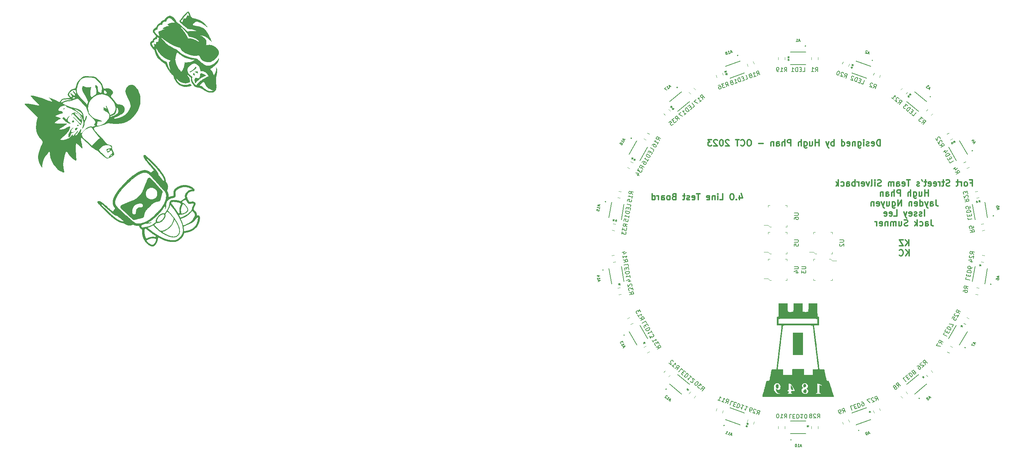
<source format=gbr>
%TF.GenerationSoftware,KiCad,Pcbnew,7.0.8*%
%TF.CreationDate,2023-10-26T13:22:37+11:00*%
%TF.ProjectId,linetest4.0,6c696e65-7465-4737-9434-2e302e6b6963,rev?*%
%TF.SameCoordinates,Original*%
%TF.FileFunction,Legend,Bot*%
%TF.FilePolarity,Positive*%
%FSLAX46Y46*%
G04 Gerber Fmt 4.6, Leading zero omitted, Abs format (unit mm)*
G04 Created by KiCad (PCBNEW 7.0.8) date 2023-10-26 13:22:37*
%MOMM*%
%LPD*%
G01*
G04 APERTURE LIST*
%ADD10C,0.300000*%
%ADD11C,0.150000*%
%ADD12C,0.100000*%
%ADD13C,0.120000*%
%ADD14C,0.200000*%
%ADD15C,0.152400*%
G04 APERTURE END LIST*
D10*
X191749998Y-135440114D02*
X192249998Y-135440114D01*
X192249998Y-136225828D02*
X192249998Y-134725828D01*
X192249998Y-134725828D02*
X191535712Y-134725828D01*
X190749998Y-136225828D02*
X190892855Y-136154400D01*
X190892855Y-136154400D02*
X190964284Y-136082971D01*
X190964284Y-136082971D02*
X191035712Y-135940114D01*
X191035712Y-135940114D02*
X191035712Y-135511542D01*
X191035712Y-135511542D02*
X190964284Y-135368685D01*
X190964284Y-135368685D02*
X190892855Y-135297257D01*
X190892855Y-135297257D02*
X190749998Y-135225828D01*
X190749998Y-135225828D02*
X190535712Y-135225828D01*
X190535712Y-135225828D02*
X190392855Y-135297257D01*
X190392855Y-135297257D02*
X190321427Y-135368685D01*
X190321427Y-135368685D02*
X190249998Y-135511542D01*
X190249998Y-135511542D02*
X190249998Y-135940114D01*
X190249998Y-135940114D02*
X190321427Y-136082971D01*
X190321427Y-136082971D02*
X190392855Y-136154400D01*
X190392855Y-136154400D02*
X190535712Y-136225828D01*
X190535712Y-136225828D02*
X190749998Y-136225828D01*
X189607141Y-136225828D02*
X189607141Y-135225828D01*
X189607141Y-135511542D02*
X189535712Y-135368685D01*
X189535712Y-135368685D02*
X189464284Y-135297257D01*
X189464284Y-135297257D02*
X189321426Y-135225828D01*
X189321426Y-135225828D02*
X189178569Y-135225828D01*
X188892855Y-135225828D02*
X188321427Y-135225828D01*
X188678570Y-134725828D02*
X188678570Y-136011542D01*
X188678570Y-136011542D02*
X188607141Y-136154400D01*
X188607141Y-136154400D02*
X188464284Y-136225828D01*
X188464284Y-136225828D02*
X188321427Y-136225828D01*
X186749998Y-136154400D02*
X186535713Y-136225828D01*
X186535713Y-136225828D02*
X186178570Y-136225828D01*
X186178570Y-136225828D02*
X186035713Y-136154400D01*
X186035713Y-136154400D02*
X185964284Y-136082971D01*
X185964284Y-136082971D02*
X185892855Y-135940114D01*
X185892855Y-135940114D02*
X185892855Y-135797257D01*
X185892855Y-135797257D02*
X185964284Y-135654400D01*
X185964284Y-135654400D02*
X186035713Y-135582971D01*
X186035713Y-135582971D02*
X186178570Y-135511542D01*
X186178570Y-135511542D02*
X186464284Y-135440114D01*
X186464284Y-135440114D02*
X186607141Y-135368685D01*
X186607141Y-135368685D02*
X186678570Y-135297257D01*
X186678570Y-135297257D02*
X186749998Y-135154400D01*
X186749998Y-135154400D02*
X186749998Y-135011542D01*
X186749998Y-135011542D02*
X186678570Y-134868685D01*
X186678570Y-134868685D02*
X186607141Y-134797257D01*
X186607141Y-134797257D02*
X186464284Y-134725828D01*
X186464284Y-134725828D02*
X186107141Y-134725828D01*
X186107141Y-134725828D02*
X185892855Y-134797257D01*
X185464284Y-135225828D02*
X184892856Y-135225828D01*
X185249999Y-134725828D02*
X185249999Y-136011542D01*
X185249999Y-136011542D02*
X185178570Y-136154400D01*
X185178570Y-136154400D02*
X185035713Y-136225828D01*
X185035713Y-136225828D02*
X184892856Y-136225828D01*
X184392856Y-136225828D02*
X184392856Y-135225828D01*
X184392856Y-135511542D02*
X184321427Y-135368685D01*
X184321427Y-135368685D02*
X184249999Y-135297257D01*
X184249999Y-135297257D02*
X184107141Y-135225828D01*
X184107141Y-135225828D02*
X183964284Y-135225828D01*
X182892856Y-136154400D02*
X183035713Y-136225828D01*
X183035713Y-136225828D02*
X183321428Y-136225828D01*
X183321428Y-136225828D02*
X183464285Y-136154400D01*
X183464285Y-136154400D02*
X183535713Y-136011542D01*
X183535713Y-136011542D02*
X183535713Y-135440114D01*
X183535713Y-135440114D02*
X183464285Y-135297257D01*
X183464285Y-135297257D02*
X183321428Y-135225828D01*
X183321428Y-135225828D02*
X183035713Y-135225828D01*
X183035713Y-135225828D02*
X182892856Y-135297257D01*
X182892856Y-135297257D02*
X182821428Y-135440114D01*
X182821428Y-135440114D02*
X182821428Y-135582971D01*
X182821428Y-135582971D02*
X183535713Y-135725828D01*
X181607142Y-136154400D02*
X181749999Y-136225828D01*
X181749999Y-136225828D02*
X182035714Y-136225828D01*
X182035714Y-136225828D02*
X182178571Y-136154400D01*
X182178571Y-136154400D02*
X182249999Y-136011542D01*
X182249999Y-136011542D02*
X182249999Y-135440114D01*
X182249999Y-135440114D02*
X182178571Y-135297257D01*
X182178571Y-135297257D02*
X182035714Y-135225828D01*
X182035714Y-135225828D02*
X181749999Y-135225828D01*
X181749999Y-135225828D02*
X181607142Y-135297257D01*
X181607142Y-135297257D02*
X181535714Y-135440114D01*
X181535714Y-135440114D02*
X181535714Y-135582971D01*
X181535714Y-135582971D02*
X182249999Y-135725828D01*
X181107142Y-135225828D02*
X180535714Y-135225828D01*
X180892857Y-134725828D02*
X180892857Y-136011542D01*
X180892857Y-136011542D02*
X180821428Y-136154400D01*
X180821428Y-136154400D02*
X180678571Y-136225828D01*
X180678571Y-136225828D02*
X180535714Y-136225828D01*
X179964285Y-134725828D02*
X180107142Y-135011542D01*
X179392856Y-136154400D02*
X179249999Y-136225828D01*
X179249999Y-136225828D02*
X178964285Y-136225828D01*
X178964285Y-136225828D02*
X178821428Y-136154400D01*
X178821428Y-136154400D02*
X178749999Y-136011542D01*
X178749999Y-136011542D02*
X178749999Y-135940114D01*
X178749999Y-135940114D02*
X178821428Y-135797257D01*
X178821428Y-135797257D02*
X178964285Y-135725828D01*
X178964285Y-135725828D02*
X179178571Y-135725828D01*
X179178571Y-135725828D02*
X179321428Y-135654400D01*
X179321428Y-135654400D02*
X179392856Y-135511542D01*
X179392856Y-135511542D02*
X179392856Y-135440114D01*
X179392856Y-135440114D02*
X179321428Y-135297257D01*
X179321428Y-135297257D02*
X179178571Y-135225828D01*
X179178571Y-135225828D02*
X178964285Y-135225828D01*
X178964285Y-135225828D02*
X178821428Y-135297257D01*
X177178570Y-134725828D02*
X176321428Y-134725828D01*
X176749999Y-136225828D02*
X176749999Y-134725828D01*
X175249999Y-136154400D02*
X175392856Y-136225828D01*
X175392856Y-136225828D02*
X175678571Y-136225828D01*
X175678571Y-136225828D02*
X175821428Y-136154400D01*
X175821428Y-136154400D02*
X175892856Y-136011542D01*
X175892856Y-136011542D02*
X175892856Y-135440114D01*
X175892856Y-135440114D02*
X175821428Y-135297257D01*
X175821428Y-135297257D02*
X175678571Y-135225828D01*
X175678571Y-135225828D02*
X175392856Y-135225828D01*
X175392856Y-135225828D02*
X175249999Y-135297257D01*
X175249999Y-135297257D02*
X175178571Y-135440114D01*
X175178571Y-135440114D02*
X175178571Y-135582971D01*
X175178571Y-135582971D02*
X175892856Y-135725828D01*
X173892857Y-136225828D02*
X173892857Y-135440114D01*
X173892857Y-135440114D02*
X173964285Y-135297257D01*
X173964285Y-135297257D02*
X174107142Y-135225828D01*
X174107142Y-135225828D02*
X174392857Y-135225828D01*
X174392857Y-135225828D02*
X174535714Y-135297257D01*
X173892857Y-136154400D02*
X174035714Y-136225828D01*
X174035714Y-136225828D02*
X174392857Y-136225828D01*
X174392857Y-136225828D02*
X174535714Y-136154400D01*
X174535714Y-136154400D02*
X174607142Y-136011542D01*
X174607142Y-136011542D02*
X174607142Y-135868685D01*
X174607142Y-135868685D02*
X174535714Y-135725828D01*
X174535714Y-135725828D02*
X174392857Y-135654400D01*
X174392857Y-135654400D02*
X174035714Y-135654400D01*
X174035714Y-135654400D02*
X173892857Y-135582971D01*
X173178571Y-136225828D02*
X173178571Y-135225828D01*
X173178571Y-135368685D02*
X173107142Y-135297257D01*
X173107142Y-135297257D02*
X172964285Y-135225828D01*
X172964285Y-135225828D02*
X172749999Y-135225828D01*
X172749999Y-135225828D02*
X172607142Y-135297257D01*
X172607142Y-135297257D02*
X172535714Y-135440114D01*
X172535714Y-135440114D02*
X172535714Y-136225828D01*
X172535714Y-135440114D02*
X172464285Y-135297257D01*
X172464285Y-135297257D02*
X172321428Y-135225828D01*
X172321428Y-135225828D02*
X172107142Y-135225828D01*
X172107142Y-135225828D02*
X171964285Y-135297257D01*
X171964285Y-135297257D02*
X171892856Y-135440114D01*
X171892856Y-135440114D02*
X171892856Y-136225828D01*
X170107142Y-136154400D02*
X169892857Y-136225828D01*
X169892857Y-136225828D02*
X169535714Y-136225828D01*
X169535714Y-136225828D02*
X169392857Y-136154400D01*
X169392857Y-136154400D02*
X169321428Y-136082971D01*
X169321428Y-136082971D02*
X169249999Y-135940114D01*
X169249999Y-135940114D02*
X169249999Y-135797257D01*
X169249999Y-135797257D02*
X169321428Y-135654400D01*
X169321428Y-135654400D02*
X169392857Y-135582971D01*
X169392857Y-135582971D02*
X169535714Y-135511542D01*
X169535714Y-135511542D02*
X169821428Y-135440114D01*
X169821428Y-135440114D02*
X169964285Y-135368685D01*
X169964285Y-135368685D02*
X170035714Y-135297257D01*
X170035714Y-135297257D02*
X170107142Y-135154400D01*
X170107142Y-135154400D02*
X170107142Y-135011542D01*
X170107142Y-135011542D02*
X170035714Y-134868685D01*
X170035714Y-134868685D02*
X169964285Y-134797257D01*
X169964285Y-134797257D02*
X169821428Y-134725828D01*
X169821428Y-134725828D02*
X169464285Y-134725828D01*
X169464285Y-134725828D02*
X169249999Y-134797257D01*
X168607143Y-136225828D02*
X168607143Y-135225828D01*
X168607143Y-134725828D02*
X168678571Y-134797257D01*
X168678571Y-134797257D02*
X168607143Y-134868685D01*
X168607143Y-134868685D02*
X168535714Y-134797257D01*
X168535714Y-134797257D02*
X168607143Y-134725828D01*
X168607143Y-134725828D02*
X168607143Y-134868685D01*
X167678571Y-136225828D02*
X167821428Y-136154400D01*
X167821428Y-136154400D02*
X167892857Y-136011542D01*
X167892857Y-136011542D02*
X167892857Y-134725828D01*
X167250000Y-135225828D02*
X166892857Y-136225828D01*
X166892857Y-136225828D02*
X166535714Y-135225828D01*
X165392857Y-136154400D02*
X165535714Y-136225828D01*
X165535714Y-136225828D02*
X165821429Y-136225828D01*
X165821429Y-136225828D02*
X165964286Y-136154400D01*
X165964286Y-136154400D02*
X166035714Y-136011542D01*
X166035714Y-136011542D02*
X166035714Y-135440114D01*
X166035714Y-135440114D02*
X165964286Y-135297257D01*
X165964286Y-135297257D02*
X165821429Y-135225828D01*
X165821429Y-135225828D02*
X165535714Y-135225828D01*
X165535714Y-135225828D02*
X165392857Y-135297257D01*
X165392857Y-135297257D02*
X165321429Y-135440114D01*
X165321429Y-135440114D02*
X165321429Y-135582971D01*
X165321429Y-135582971D02*
X166035714Y-135725828D01*
X164678572Y-136225828D02*
X164678572Y-135225828D01*
X164678572Y-135511542D02*
X164607143Y-135368685D01*
X164607143Y-135368685D02*
X164535715Y-135297257D01*
X164535715Y-135297257D02*
X164392857Y-135225828D01*
X164392857Y-135225828D02*
X164250000Y-135225828D01*
X163750001Y-136225828D02*
X163750001Y-134725828D01*
X163750001Y-135297257D02*
X163607144Y-135225828D01*
X163607144Y-135225828D02*
X163321429Y-135225828D01*
X163321429Y-135225828D02*
X163178572Y-135297257D01*
X163178572Y-135297257D02*
X163107144Y-135368685D01*
X163107144Y-135368685D02*
X163035715Y-135511542D01*
X163035715Y-135511542D02*
X163035715Y-135940114D01*
X163035715Y-135940114D02*
X163107144Y-136082971D01*
X163107144Y-136082971D02*
X163178572Y-136154400D01*
X163178572Y-136154400D02*
X163321429Y-136225828D01*
X163321429Y-136225828D02*
X163607144Y-136225828D01*
X163607144Y-136225828D02*
X163750001Y-136154400D01*
X161750001Y-136225828D02*
X161750001Y-135440114D01*
X161750001Y-135440114D02*
X161821429Y-135297257D01*
X161821429Y-135297257D02*
X161964286Y-135225828D01*
X161964286Y-135225828D02*
X162250001Y-135225828D01*
X162250001Y-135225828D02*
X162392858Y-135297257D01*
X161750001Y-136154400D02*
X161892858Y-136225828D01*
X161892858Y-136225828D02*
X162250001Y-136225828D01*
X162250001Y-136225828D02*
X162392858Y-136154400D01*
X162392858Y-136154400D02*
X162464286Y-136011542D01*
X162464286Y-136011542D02*
X162464286Y-135868685D01*
X162464286Y-135868685D02*
X162392858Y-135725828D01*
X162392858Y-135725828D02*
X162250001Y-135654400D01*
X162250001Y-135654400D02*
X161892858Y-135654400D01*
X161892858Y-135654400D02*
X161750001Y-135582971D01*
X160392858Y-136154400D02*
X160535715Y-136225828D01*
X160535715Y-136225828D02*
X160821429Y-136225828D01*
X160821429Y-136225828D02*
X160964286Y-136154400D01*
X160964286Y-136154400D02*
X161035715Y-136082971D01*
X161035715Y-136082971D02*
X161107143Y-135940114D01*
X161107143Y-135940114D02*
X161107143Y-135511542D01*
X161107143Y-135511542D02*
X161035715Y-135368685D01*
X161035715Y-135368685D02*
X160964286Y-135297257D01*
X160964286Y-135297257D02*
X160821429Y-135225828D01*
X160821429Y-135225828D02*
X160535715Y-135225828D01*
X160535715Y-135225828D02*
X160392858Y-135297257D01*
X159750001Y-136225828D02*
X159750001Y-134725828D01*
X159607144Y-135654400D02*
X159178572Y-136225828D01*
X159178572Y-135225828D02*
X159750001Y-135797257D01*
X181571429Y-138640828D02*
X181571429Y-137140828D01*
X181571429Y-137855114D02*
X180714286Y-137855114D01*
X180714286Y-138640828D02*
X180714286Y-137140828D01*
X179357143Y-137640828D02*
X179357143Y-138640828D01*
X180000000Y-137640828D02*
X180000000Y-138426542D01*
X180000000Y-138426542D02*
X179928571Y-138569400D01*
X179928571Y-138569400D02*
X179785714Y-138640828D01*
X179785714Y-138640828D02*
X179571428Y-138640828D01*
X179571428Y-138640828D02*
X179428571Y-138569400D01*
X179428571Y-138569400D02*
X179357143Y-138497971D01*
X178000000Y-137640828D02*
X178000000Y-138855114D01*
X178000000Y-138855114D02*
X178071428Y-138997971D01*
X178071428Y-138997971D02*
X178142857Y-139069400D01*
X178142857Y-139069400D02*
X178285714Y-139140828D01*
X178285714Y-139140828D02*
X178500000Y-139140828D01*
X178500000Y-139140828D02*
X178642857Y-139069400D01*
X178000000Y-138569400D02*
X178142857Y-138640828D01*
X178142857Y-138640828D02*
X178428571Y-138640828D01*
X178428571Y-138640828D02*
X178571428Y-138569400D01*
X178571428Y-138569400D02*
X178642857Y-138497971D01*
X178642857Y-138497971D02*
X178714285Y-138355114D01*
X178714285Y-138355114D02*
X178714285Y-137926542D01*
X178714285Y-137926542D02*
X178642857Y-137783685D01*
X178642857Y-137783685D02*
X178571428Y-137712257D01*
X178571428Y-137712257D02*
X178428571Y-137640828D01*
X178428571Y-137640828D02*
X178142857Y-137640828D01*
X178142857Y-137640828D02*
X178000000Y-137712257D01*
X177285714Y-138640828D02*
X177285714Y-137140828D01*
X176642857Y-138640828D02*
X176642857Y-137855114D01*
X176642857Y-137855114D02*
X176714285Y-137712257D01*
X176714285Y-137712257D02*
X176857142Y-137640828D01*
X176857142Y-137640828D02*
X177071428Y-137640828D01*
X177071428Y-137640828D02*
X177214285Y-137712257D01*
X177214285Y-137712257D02*
X177285714Y-137783685D01*
X174785714Y-138640828D02*
X174785714Y-137140828D01*
X174785714Y-137140828D02*
X174214285Y-137140828D01*
X174214285Y-137140828D02*
X174071428Y-137212257D01*
X174071428Y-137212257D02*
X173999999Y-137283685D01*
X173999999Y-137283685D02*
X173928571Y-137426542D01*
X173928571Y-137426542D02*
X173928571Y-137640828D01*
X173928571Y-137640828D02*
X173999999Y-137783685D01*
X173999999Y-137783685D02*
X174071428Y-137855114D01*
X174071428Y-137855114D02*
X174214285Y-137926542D01*
X174214285Y-137926542D02*
X174785714Y-137926542D01*
X173285714Y-138640828D02*
X173285714Y-137140828D01*
X172642857Y-138640828D02*
X172642857Y-137855114D01*
X172642857Y-137855114D02*
X172714285Y-137712257D01*
X172714285Y-137712257D02*
X172857142Y-137640828D01*
X172857142Y-137640828D02*
X173071428Y-137640828D01*
X173071428Y-137640828D02*
X173214285Y-137712257D01*
X173214285Y-137712257D02*
X173285714Y-137783685D01*
X171285714Y-138640828D02*
X171285714Y-137855114D01*
X171285714Y-137855114D02*
X171357142Y-137712257D01*
X171357142Y-137712257D02*
X171499999Y-137640828D01*
X171499999Y-137640828D02*
X171785714Y-137640828D01*
X171785714Y-137640828D02*
X171928571Y-137712257D01*
X171285714Y-138569400D02*
X171428571Y-138640828D01*
X171428571Y-138640828D02*
X171785714Y-138640828D01*
X171785714Y-138640828D02*
X171928571Y-138569400D01*
X171928571Y-138569400D02*
X171999999Y-138426542D01*
X171999999Y-138426542D02*
X171999999Y-138283685D01*
X171999999Y-138283685D02*
X171928571Y-138140828D01*
X171928571Y-138140828D02*
X171785714Y-138069400D01*
X171785714Y-138069400D02*
X171428571Y-138069400D01*
X171428571Y-138069400D02*
X171285714Y-137997971D01*
X170571428Y-137640828D02*
X170571428Y-138640828D01*
X170571428Y-137783685D02*
X170499999Y-137712257D01*
X170499999Y-137712257D02*
X170357142Y-137640828D01*
X170357142Y-137640828D02*
X170142856Y-137640828D01*
X170142856Y-137640828D02*
X169999999Y-137712257D01*
X169999999Y-137712257D02*
X169928571Y-137855114D01*
X169928571Y-137855114D02*
X169928571Y-138640828D01*
X183392856Y-139555828D02*
X183392856Y-140627257D01*
X183392856Y-140627257D02*
X183464285Y-140841542D01*
X183464285Y-140841542D02*
X183607142Y-140984400D01*
X183607142Y-140984400D02*
X183821428Y-141055828D01*
X183821428Y-141055828D02*
X183964285Y-141055828D01*
X182035714Y-141055828D02*
X182035714Y-140270114D01*
X182035714Y-140270114D02*
X182107142Y-140127257D01*
X182107142Y-140127257D02*
X182249999Y-140055828D01*
X182249999Y-140055828D02*
X182535714Y-140055828D01*
X182535714Y-140055828D02*
X182678571Y-140127257D01*
X182035714Y-140984400D02*
X182178571Y-141055828D01*
X182178571Y-141055828D02*
X182535714Y-141055828D01*
X182535714Y-141055828D02*
X182678571Y-140984400D01*
X182678571Y-140984400D02*
X182749999Y-140841542D01*
X182749999Y-140841542D02*
X182749999Y-140698685D01*
X182749999Y-140698685D02*
X182678571Y-140555828D01*
X182678571Y-140555828D02*
X182535714Y-140484400D01*
X182535714Y-140484400D02*
X182178571Y-140484400D01*
X182178571Y-140484400D02*
X182035714Y-140412971D01*
X181464285Y-140055828D02*
X181107142Y-141055828D01*
X180749999Y-140055828D02*
X181107142Y-141055828D01*
X181107142Y-141055828D02*
X181249999Y-141412971D01*
X181249999Y-141412971D02*
X181321428Y-141484400D01*
X181321428Y-141484400D02*
X181464285Y-141555828D01*
X179535714Y-141055828D02*
X179535714Y-139555828D01*
X179535714Y-140984400D02*
X179678571Y-141055828D01*
X179678571Y-141055828D02*
X179964285Y-141055828D01*
X179964285Y-141055828D02*
X180107142Y-140984400D01*
X180107142Y-140984400D02*
X180178571Y-140912971D01*
X180178571Y-140912971D02*
X180249999Y-140770114D01*
X180249999Y-140770114D02*
X180249999Y-140341542D01*
X180249999Y-140341542D02*
X180178571Y-140198685D01*
X180178571Y-140198685D02*
X180107142Y-140127257D01*
X180107142Y-140127257D02*
X179964285Y-140055828D01*
X179964285Y-140055828D02*
X179678571Y-140055828D01*
X179678571Y-140055828D02*
X179535714Y-140127257D01*
X178249999Y-140984400D02*
X178392856Y-141055828D01*
X178392856Y-141055828D02*
X178678571Y-141055828D01*
X178678571Y-141055828D02*
X178821428Y-140984400D01*
X178821428Y-140984400D02*
X178892856Y-140841542D01*
X178892856Y-140841542D02*
X178892856Y-140270114D01*
X178892856Y-140270114D02*
X178821428Y-140127257D01*
X178821428Y-140127257D02*
X178678571Y-140055828D01*
X178678571Y-140055828D02*
X178392856Y-140055828D01*
X178392856Y-140055828D02*
X178249999Y-140127257D01*
X178249999Y-140127257D02*
X178178571Y-140270114D01*
X178178571Y-140270114D02*
X178178571Y-140412971D01*
X178178571Y-140412971D02*
X178892856Y-140555828D01*
X177535714Y-140055828D02*
X177535714Y-141055828D01*
X177535714Y-140198685D02*
X177464285Y-140127257D01*
X177464285Y-140127257D02*
X177321428Y-140055828D01*
X177321428Y-140055828D02*
X177107142Y-140055828D01*
X177107142Y-140055828D02*
X176964285Y-140127257D01*
X176964285Y-140127257D02*
X176892857Y-140270114D01*
X176892857Y-140270114D02*
X176892857Y-141055828D01*
X175035714Y-141055828D02*
X175035714Y-139555828D01*
X175035714Y-139555828D02*
X174178571Y-141055828D01*
X174178571Y-141055828D02*
X174178571Y-139555828D01*
X172821428Y-140055828D02*
X172821428Y-141270114D01*
X172821428Y-141270114D02*
X172892856Y-141412971D01*
X172892856Y-141412971D02*
X172964285Y-141484400D01*
X172964285Y-141484400D02*
X173107142Y-141555828D01*
X173107142Y-141555828D02*
X173321428Y-141555828D01*
X173321428Y-141555828D02*
X173464285Y-141484400D01*
X172821428Y-140984400D02*
X172964285Y-141055828D01*
X172964285Y-141055828D02*
X173249999Y-141055828D01*
X173249999Y-141055828D02*
X173392856Y-140984400D01*
X173392856Y-140984400D02*
X173464285Y-140912971D01*
X173464285Y-140912971D02*
X173535713Y-140770114D01*
X173535713Y-140770114D02*
X173535713Y-140341542D01*
X173535713Y-140341542D02*
X173464285Y-140198685D01*
X173464285Y-140198685D02*
X173392856Y-140127257D01*
X173392856Y-140127257D02*
X173249999Y-140055828D01*
X173249999Y-140055828D02*
X172964285Y-140055828D01*
X172964285Y-140055828D02*
X172821428Y-140127257D01*
X171464285Y-140055828D02*
X171464285Y-141055828D01*
X172107142Y-140055828D02*
X172107142Y-140841542D01*
X172107142Y-140841542D02*
X172035713Y-140984400D01*
X172035713Y-140984400D02*
X171892856Y-141055828D01*
X171892856Y-141055828D02*
X171678570Y-141055828D01*
X171678570Y-141055828D02*
X171535713Y-140984400D01*
X171535713Y-140984400D02*
X171464285Y-140912971D01*
X170892856Y-140055828D02*
X170535713Y-141055828D01*
X170178570Y-140055828D02*
X170535713Y-141055828D01*
X170535713Y-141055828D02*
X170678570Y-141412971D01*
X170678570Y-141412971D02*
X170749999Y-141484400D01*
X170749999Y-141484400D02*
X170892856Y-141555828D01*
X169035713Y-140984400D02*
X169178570Y-141055828D01*
X169178570Y-141055828D02*
X169464285Y-141055828D01*
X169464285Y-141055828D02*
X169607142Y-140984400D01*
X169607142Y-140984400D02*
X169678570Y-140841542D01*
X169678570Y-140841542D02*
X169678570Y-140270114D01*
X169678570Y-140270114D02*
X169607142Y-140127257D01*
X169607142Y-140127257D02*
X169464285Y-140055828D01*
X169464285Y-140055828D02*
X169178570Y-140055828D01*
X169178570Y-140055828D02*
X169035713Y-140127257D01*
X169035713Y-140127257D02*
X168964285Y-140270114D01*
X168964285Y-140270114D02*
X168964285Y-140412971D01*
X168964285Y-140412971D02*
X169678570Y-140555828D01*
X168321428Y-140055828D02*
X168321428Y-141055828D01*
X168321428Y-140198685D02*
X168249999Y-140127257D01*
X168249999Y-140127257D02*
X168107142Y-140055828D01*
X168107142Y-140055828D02*
X167892856Y-140055828D01*
X167892856Y-140055828D02*
X167749999Y-140127257D01*
X167749999Y-140127257D02*
X167678571Y-140270114D01*
X167678571Y-140270114D02*
X167678571Y-141055828D01*
X180642857Y-143470828D02*
X180642857Y-141970828D01*
X179999999Y-143399400D02*
X179857142Y-143470828D01*
X179857142Y-143470828D02*
X179571428Y-143470828D01*
X179571428Y-143470828D02*
X179428571Y-143399400D01*
X179428571Y-143399400D02*
X179357142Y-143256542D01*
X179357142Y-143256542D02*
X179357142Y-143185114D01*
X179357142Y-143185114D02*
X179428571Y-143042257D01*
X179428571Y-143042257D02*
X179571428Y-142970828D01*
X179571428Y-142970828D02*
X179785714Y-142970828D01*
X179785714Y-142970828D02*
X179928571Y-142899400D01*
X179928571Y-142899400D02*
X179999999Y-142756542D01*
X179999999Y-142756542D02*
X179999999Y-142685114D01*
X179999999Y-142685114D02*
X179928571Y-142542257D01*
X179928571Y-142542257D02*
X179785714Y-142470828D01*
X179785714Y-142470828D02*
X179571428Y-142470828D01*
X179571428Y-142470828D02*
X179428571Y-142542257D01*
X178785713Y-143399400D02*
X178642856Y-143470828D01*
X178642856Y-143470828D02*
X178357142Y-143470828D01*
X178357142Y-143470828D02*
X178214285Y-143399400D01*
X178214285Y-143399400D02*
X178142856Y-143256542D01*
X178142856Y-143256542D02*
X178142856Y-143185114D01*
X178142856Y-143185114D02*
X178214285Y-143042257D01*
X178214285Y-143042257D02*
X178357142Y-142970828D01*
X178357142Y-142970828D02*
X178571428Y-142970828D01*
X178571428Y-142970828D02*
X178714285Y-142899400D01*
X178714285Y-142899400D02*
X178785713Y-142756542D01*
X178785713Y-142756542D02*
X178785713Y-142685114D01*
X178785713Y-142685114D02*
X178714285Y-142542257D01*
X178714285Y-142542257D02*
X178571428Y-142470828D01*
X178571428Y-142470828D02*
X178357142Y-142470828D01*
X178357142Y-142470828D02*
X178214285Y-142542257D01*
X176928570Y-143399400D02*
X177071427Y-143470828D01*
X177071427Y-143470828D02*
X177357142Y-143470828D01*
X177357142Y-143470828D02*
X177499999Y-143399400D01*
X177499999Y-143399400D02*
X177571427Y-143256542D01*
X177571427Y-143256542D02*
X177571427Y-142685114D01*
X177571427Y-142685114D02*
X177499999Y-142542257D01*
X177499999Y-142542257D02*
X177357142Y-142470828D01*
X177357142Y-142470828D02*
X177071427Y-142470828D01*
X177071427Y-142470828D02*
X176928570Y-142542257D01*
X176928570Y-142542257D02*
X176857142Y-142685114D01*
X176857142Y-142685114D02*
X176857142Y-142827971D01*
X176857142Y-142827971D02*
X177571427Y-142970828D01*
X176357142Y-142470828D02*
X175999999Y-143470828D01*
X175642856Y-142470828D02*
X175999999Y-143470828D01*
X175999999Y-143470828D02*
X176142856Y-143827971D01*
X176142856Y-143827971D02*
X176214285Y-143899400D01*
X176214285Y-143899400D02*
X176357142Y-143970828D01*
X173214285Y-143470828D02*
X173928571Y-143470828D01*
X173928571Y-143470828D02*
X173928571Y-141970828D01*
X172142856Y-143399400D02*
X172285713Y-143470828D01*
X172285713Y-143470828D02*
X172571428Y-143470828D01*
X172571428Y-143470828D02*
X172714285Y-143399400D01*
X172714285Y-143399400D02*
X172785713Y-143256542D01*
X172785713Y-143256542D02*
X172785713Y-142685114D01*
X172785713Y-142685114D02*
X172714285Y-142542257D01*
X172714285Y-142542257D02*
X172571428Y-142470828D01*
X172571428Y-142470828D02*
X172285713Y-142470828D01*
X172285713Y-142470828D02*
X172142856Y-142542257D01*
X172142856Y-142542257D02*
X172071428Y-142685114D01*
X172071428Y-142685114D02*
X172071428Y-142827971D01*
X172071428Y-142827971D02*
X172785713Y-142970828D01*
X170857142Y-143399400D02*
X170999999Y-143470828D01*
X170999999Y-143470828D02*
X171285714Y-143470828D01*
X171285714Y-143470828D02*
X171428571Y-143399400D01*
X171428571Y-143399400D02*
X171499999Y-143256542D01*
X171499999Y-143256542D02*
X171499999Y-142685114D01*
X171499999Y-142685114D02*
X171428571Y-142542257D01*
X171428571Y-142542257D02*
X171285714Y-142470828D01*
X171285714Y-142470828D02*
X170999999Y-142470828D01*
X170999999Y-142470828D02*
X170857142Y-142542257D01*
X170857142Y-142542257D02*
X170785714Y-142685114D01*
X170785714Y-142685114D02*
X170785714Y-142827971D01*
X170785714Y-142827971D02*
X171499999Y-142970828D01*
X182214284Y-144385828D02*
X182214284Y-145457257D01*
X182214284Y-145457257D02*
X182285713Y-145671542D01*
X182285713Y-145671542D02*
X182428570Y-145814400D01*
X182428570Y-145814400D02*
X182642856Y-145885828D01*
X182642856Y-145885828D02*
X182785713Y-145885828D01*
X180857142Y-145885828D02*
X180857142Y-145100114D01*
X180857142Y-145100114D02*
X180928570Y-144957257D01*
X180928570Y-144957257D02*
X181071427Y-144885828D01*
X181071427Y-144885828D02*
X181357142Y-144885828D01*
X181357142Y-144885828D02*
X181499999Y-144957257D01*
X180857142Y-145814400D02*
X180999999Y-145885828D01*
X180999999Y-145885828D02*
X181357142Y-145885828D01*
X181357142Y-145885828D02*
X181499999Y-145814400D01*
X181499999Y-145814400D02*
X181571427Y-145671542D01*
X181571427Y-145671542D02*
X181571427Y-145528685D01*
X181571427Y-145528685D02*
X181499999Y-145385828D01*
X181499999Y-145385828D02*
X181357142Y-145314400D01*
X181357142Y-145314400D02*
X180999999Y-145314400D01*
X180999999Y-145314400D02*
X180857142Y-145242971D01*
X179499999Y-145814400D02*
X179642856Y-145885828D01*
X179642856Y-145885828D02*
X179928570Y-145885828D01*
X179928570Y-145885828D02*
X180071427Y-145814400D01*
X180071427Y-145814400D02*
X180142856Y-145742971D01*
X180142856Y-145742971D02*
X180214284Y-145600114D01*
X180214284Y-145600114D02*
X180214284Y-145171542D01*
X180214284Y-145171542D02*
X180142856Y-145028685D01*
X180142856Y-145028685D02*
X180071427Y-144957257D01*
X180071427Y-144957257D02*
X179928570Y-144885828D01*
X179928570Y-144885828D02*
X179642856Y-144885828D01*
X179642856Y-144885828D02*
X179499999Y-144957257D01*
X178857142Y-145885828D02*
X178857142Y-144385828D01*
X178714285Y-145314400D02*
X178285713Y-145885828D01*
X178285713Y-144885828D02*
X178857142Y-145457257D01*
X176571427Y-145814400D02*
X176357142Y-145885828D01*
X176357142Y-145885828D02*
X175999999Y-145885828D01*
X175999999Y-145885828D02*
X175857142Y-145814400D01*
X175857142Y-145814400D02*
X175785713Y-145742971D01*
X175785713Y-145742971D02*
X175714284Y-145600114D01*
X175714284Y-145600114D02*
X175714284Y-145457257D01*
X175714284Y-145457257D02*
X175785713Y-145314400D01*
X175785713Y-145314400D02*
X175857142Y-145242971D01*
X175857142Y-145242971D02*
X175999999Y-145171542D01*
X175999999Y-145171542D02*
X176285713Y-145100114D01*
X176285713Y-145100114D02*
X176428570Y-145028685D01*
X176428570Y-145028685D02*
X176499999Y-144957257D01*
X176499999Y-144957257D02*
X176571427Y-144814400D01*
X176571427Y-144814400D02*
X176571427Y-144671542D01*
X176571427Y-144671542D02*
X176499999Y-144528685D01*
X176499999Y-144528685D02*
X176428570Y-144457257D01*
X176428570Y-144457257D02*
X176285713Y-144385828D01*
X176285713Y-144385828D02*
X175928570Y-144385828D01*
X175928570Y-144385828D02*
X175714284Y-144457257D01*
X174428571Y-144885828D02*
X174428571Y-145885828D01*
X175071428Y-144885828D02*
X175071428Y-145671542D01*
X175071428Y-145671542D02*
X174999999Y-145814400D01*
X174999999Y-145814400D02*
X174857142Y-145885828D01*
X174857142Y-145885828D02*
X174642856Y-145885828D01*
X174642856Y-145885828D02*
X174499999Y-145814400D01*
X174499999Y-145814400D02*
X174428571Y-145742971D01*
X173714285Y-145885828D02*
X173714285Y-144885828D01*
X173714285Y-145028685D02*
X173642856Y-144957257D01*
X173642856Y-144957257D02*
X173499999Y-144885828D01*
X173499999Y-144885828D02*
X173285713Y-144885828D01*
X173285713Y-144885828D02*
X173142856Y-144957257D01*
X173142856Y-144957257D02*
X173071428Y-145100114D01*
X173071428Y-145100114D02*
X173071428Y-145885828D01*
X173071428Y-145100114D02*
X172999999Y-144957257D01*
X172999999Y-144957257D02*
X172857142Y-144885828D01*
X172857142Y-144885828D02*
X172642856Y-144885828D01*
X172642856Y-144885828D02*
X172499999Y-144957257D01*
X172499999Y-144957257D02*
X172428570Y-145100114D01*
X172428570Y-145100114D02*
X172428570Y-145885828D01*
X171714285Y-144885828D02*
X171714285Y-145885828D01*
X171714285Y-145028685D02*
X171642856Y-144957257D01*
X171642856Y-144957257D02*
X171499999Y-144885828D01*
X171499999Y-144885828D02*
X171285713Y-144885828D01*
X171285713Y-144885828D02*
X171142856Y-144957257D01*
X171142856Y-144957257D02*
X171071428Y-145100114D01*
X171071428Y-145100114D02*
X171071428Y-145885828D01*
X169785713Y-145814400D02*
X169928570Y-145885828D01*
X169928570Y-145885828D02*
X170214285Y-145885828D01*
X170214285Y-145885828D02*
X170357142Y-145814400D01*
X170357142Y-145814400D02*
X170428570Y-145671542D01*
X170428570Y-145671542D02*
X170428570Y-145100114D01*
X170428570Y-145100114D02*
X170357142Y-144957257D01*
X170357142Y-144957257D02*
X170214285Y-144885828D01*
X170214285Y-144885828D02*
X169928570Y-144885828D01*
X169928570Y-144885828D02*
X169785713Y-144957257D01*
X169785713Y-144957257D02*
X169714285Y-145100114D01*
X169714285Y-145100114D02*
X169714285Y-145242971D01*
X169714285Y-145242971D02*
X170428570Y-145385828D01*
X169071428Y-145885828D02*
X169071428Y-144885828D01*
X169071428Y-145171542D02*
X168999999Y-145028685D01*
X168999999Y-145028685D02*
X168928571Y-144957257D01*
X168928571Y-144957257D02*
X168785713Y-144885828D01*
X168785713Y-144885828D02*
X168642856Y-144885828D01*
X176857142Y-150715828D02*
X176857142Y-149215828D01*
X175999999Y-150715828D02*
X176642856Y-149858685D01*
X175999999Y-149215828D02*
X176857142Y-150072971D01*
X175499999Y-149215828D02*
X174499999Y-149215828D01*
X174499999Y-149215828D02*
X175499999Y-150715828D01*
X175499999Y-150715828D02*
X174499999Y-150715828D01*
X176892857Y-153130828D02*
X176892857Y-151630828D01*
X176035714Y-153130828D02*
X176678571Y-152273685D01*
X176035714Y-151630828D02*
X176892857Y-152487971D01*
X174535714Y-152987971D02*
X174607142Y-153059400D01*
X174607142Y-153059400D02*
X174821428Y-153130828D01*
X174821428Y-153130828D02*
X174964285Y-153130828D01*
X174964285Y-153130828D02*
X175178571Y-153059400D01*
X175178571Y-153059400D02*
X175321428Y-152916542D01*
X175321428Y-152916542D02*
X175392857Y-152773685D01*
X175392857Y-152773685D02*
X175464285Y-152487971D01*
X175464285Y-152487971D02*
X175464285Y-152273685D01*
X175464285Y-152273685D02*
X175392857Y-151987971D01*
X175392857Y-151987971D02*
X175321428Y-151845114D01*
X175321428Y-151845114D02*
X175178571Y-151702257D01*
X175178571Y-151702257D02*
X174964285Y-151630828D01*
X174964285Y-151630828D02*
X174821428Y-151630828D01*
X174821428Y-151630828D02*
X174607142Y-151702257D01*
X174607142Y-151702257D02*
X174535714Y-151773685D01*
X135802632Y-138550828D02*
X135802632Y-139550828D01*
X136159774Y-137979400D02*
X136516917Y-139050828D01*
X136516917Y-139050828D02*
X135588346Y-139050828D01*
X135016918Y-139407971D02*
X134945489Y-139479400D01*
X134945489Y-139479400D02*
X135016918Y-139550828D01*
X135016918Y-139550828D02*
X135088346Y-139479400D01*
X135088346Y-139479400D02*
X135016918Y-139407971D01*
X135016918Y-139407971D02*
X135016918Y-139550828D01*
X134016917Y-138050828D02*
X133874060Y-138050828D01*
X133874060Y-138050828D02*
X133731203Y-138122257D01*
X133731203Y-138122257D02*
X133659775Y-138193685D01*
X133659775Y-138193685D02*
X133588346Y-138336542D01*
X133588346Y-138336542D02*
X133516917Y-138622257D01*
X133516917Y-138622257D02*
X133516917Y-138979400D01*
X133516917Y-138979400D02*
X133588346Y-139265114D01*
X133588346Y-139265114D02*
X133659775Y-139407971D01*
X133659775Y-139407971D02*
X133731203Y-139479400D01*
X133731203Y-139479400D02*
X133874060Y-139550828D01*
X133874060Y-139550828D02*
X134016917Y-139550828D01*
X134016917Y-139550828D02*
X134159775Y-139479400D01*
X134159775Y-139479400D02*
X134231203Y-139407971D01*
X134231203Y-139407971D02*
X134302632Y-139265114D01*
X134302632Y-139265114D02*
X134374060Y-138979400D01*
X134374060Y-138979400D02*
X134374060Y-138622257D01*
X134374060Y-138622257D02*
X134302632Y-138336542D01*
X134302632Y-138336542D02*
X134231203Y-138193685D01*
X134231203Y-138193685D02*
X134159775Y-138122257D01*
X134159775Y-138122257D02*
X134016917Y-138050828D01*
X131016918Y-139550828D02*
X131731204Y-139550828D01*
X131731204Y-139550828D02*
X131731204Y-138050828D01*
X130516918Y-139550828D02*
X130516918Y-138550828D01*
X130516918Y-138050828D02*
X130588346Y-138122257D01*
X130588346Y-138122257D02*
X130516918Y-138193685D01*
X130516918Y-138193685D02*
X130445489Y-138122257D01*
X130445489Y-138122257D02*
X130516918Y-138050828D01*
X130516918Y-138050828D02*
X130516918Y-138193685D01*
X129802632Y-138550828D02*
X129802632Y-139550828D01*
X129802632Y-138693685D02*
X129731203Y-138622257D01*
X129731203Y-138622257D02*
X129588346Y-138550828D01*
X129588346Y-138550828D02*
X129374060Y-138550828D01*
X129374060Y-138550828D02*
X129231203Y-138622257D01*
X129231203Y-138622257D02*
X129159775Y-138765114D01*
X129159775Y-138765114D02*
X129159775Y-139550828D01*
X127874060Y-139479400D02*
X128016917Y-139550828D01*
X128016917Y-139550828D02*
X128302632Y-139550828D01*
X128302632Y-139550828D02*
X128445489Y-139479400D01*
X128445489Y-139479400D02*
X128516917Y-139336542D01*
X128516917Y-139336542D02*
X128516917Y-138765114D01*
X128516917Y-138765114D02*
X128445489Y-138622257D01*
X128445489Y-138622257D02*
X128302632Y-138550828D01*
X128302632Y-138550828D02*
X128016917Y-138550828D01*
X128016917Y-138550828D02*
X127874060Y-138622257D01*
X127874060Y-138622257D02*
X127802632Y-138765114D01*
X127802632Y-138765114D02*
X127802632Y-138907971D01*
X127802632Y-138907971D02*
X128516917Y-139050828D01*
X126231203Y-138050828D02*
X125374061Y-138050828D01*
X125802632Y-139550828D02*
X125802632Y-138050828D01*
X124302632Y-139479400D02*
X124445489Y-139550828D01*
X124445489Y-139550828D02*
X124731204Y-139550828D01*
X124731204Y-139550828D02*
X124874061Y-139479400D01*
X124874061Y-139479400D02*
X124945489Y-139336542D01*
X124945489Y-139336542D02*
X124945489Y-138765114D01*
X124945489Y-138765114D02*
X124874061Y-138622257D01*
X124874061Y-138622257D02*
X124731204Y-138550828D01*
X124731204Y-138550828D02*
X124445489Y-138550828D01*
X124445489Y-138550828D02*
X124302632Y-138622257D01*
X124302632Y-138622257D02*
X124231204Y-138765114D01*
X124231204Y-138765114D02*
X124231204Y-138907971D01*
X124231204Y-138907971D02*
X124945489Y-139050828D01*
X123659775Y-139479400D02*
X123516918Y-139550828D01*
X123516918Y-139550828D02*
X123231204Y-139550828D01*
X123231204Y-139550828D02*
X123088347Y-139479400D01*
X123088347Y-139479400D02*
X123016918Y-139336542D01*
X123016918Y-139336542D02*
X123016918Y-139265114D01*
X123016918Y-139265114D02*
X123088347Y-139122257D01*
X123088347Y-139122257D02*
X123231204Y-139050828D01*
X123231204Y-139050828D02*
X123445490Y-139050828D01*
X123445490Y-139050828D02*
X123588347Y-138979400D01*
X123588347Y-138979400D02*
X123659775Y-138836542D01*
X123659775Y-138836542D02*
X123659775Y-138765114D01*
X123659775Y-138765114D02*
X123588347Y-138622257D01*
X123588347Y-138622257D02*
X123445490Y-138550828D01*
X123445490Y-138550828D02*
X123231204Y-138550828D01*
X123231204Y-138550828D02*
X123088347Y-138622257D01*
X122588346Y-138550828D02*
X122016918Y-138550828D01*
X122374061Y-138050828D02*
X122374061Y-139336542D01*
X122374061Y-139336542D02*
X122302632Y-139479400D01*
X122302632Y-139479400D02*
X122159775Y-139550828D01*
X122159775Y-139550828D02*
X122016918Y-139550828D01*
X119874061Y-138765114D02*
X119659775Y-138836542D01*
X119659775Y-138836542D02*
X119588346Y-138907971D01*
X119588346Y-138907971D02*
X119516918Y-139050828D01*
X119516918Y-139050828D02*
X119516918Y-139265114D01*
X119516918Y-139265114D02*
X119588346Y-139407971D01*
X119588346Y-139407971D02*
X119659775Y-139479400D01*
X119659775Y-139479400D02*
X119802632Y-139550828D01*
X119802632Y-139550828D02*
X120374061Y-139550828D01*
X120374061Y-139550828D02*
X120374061Y-138050828D01*
X120374061Y-138050828D02*
X119874061Y-138050828D01*
X119874061Y-138050828D02*
X119731204Y-138122257D01*
X119731204Y-138122257D02*
X119659775Y-138193685D01*
X119659775Y-138193685D02*
X119588346Y-138336542D01*
X119588346Y-138336542D02*
X119588346Y-138479400D01*
X119588346Y-138479400D02*
X119659775Y-138622257D01*
X119659775Y-138622257D02*
X119731204Y-138693685D01*
X119731204Y-138693685D02*
X119874061Y-138765114D01*
X119874061Y-138765114D02*
X120374061Y-138765114D01*
X118659775Y-139550828D02*
X118802632Y-139479400D01*
X118802632Y-139479400D02*
X118874061Y-139407971D01*
X118874061Y-139407971D02*
X118945489Y-139265114D01*
X118945489Y-139265114D02*
X118945489Y-138836542D01*
X118945489Y-138836542D02*
X118874061Y-138693685D01*
X118874061Y-138693685D02*
X118802632Y-138622257D01*
X118802632Y-138622257D02*
X118659775Y-138550828D01*
X118659775Y-138550828D02*
X118445489Y-138550828D01*
X118445489Y-138550828D02*
X118302632Y-138622257D01*
X118302632Y-138622257D02*
X118231204Y-138693685D01*
X118231204Y-138693685D02*
X118159775Y-138836542D01*
X118159775Y-138836542D02*
X118159775Y-139265114D01*
X118159775Y-139265114D02*
X118231204Y-139407971D01*
X118231204Y-139407971D02*
X118302632Y-139479400D01*
X118302632Y-139479400D02*
X118445489Y-139550828D01*
X118445489Y-139550828D02*
X118659775Y-139550828D01*
X116874061Y-139550828D02*
X116874061Y-138765114D01*
X116874061Y-138765114D02*
X116945489Y-138622257D01*
X116945489Y-138622257D02*
X117088346Y-138550828D01*
X117088346Y-138550828D02*
X117374061Y-138550828D01*
X117374061Y-138550828D02*
X117516918Y-138622257D01*
X116874061Y-139479400D02*
X117016918Y-139550828D01*
X117016918Y-139550828D02*
X117374061Y-139550828D01*
X117374061Y-139550828D02*
X117516918Y-139479400D01*
X117516918Y-139479400D02*
X117588346Y-139336542D01*
X117588346Y-139336542D02*
X117588346Y-139193685D01*
X117588346Y-139193685D02*
X117516918Y-139050828D01*
X117516918Y-139050828D02*
X117374061Y-138979400D01*
X117374061Y-138979400D02*
X117016918Y-138979400D01*
X117016918Y-138979400D02*
X116874061Y-138907971D01*
X116159775Y-139550828D02*
X116159775Y-138550828D01*
X116159775Y-138836542D02*
X116088346Y-138693685D01*
X116088346Y-138693685D02*
X116016918Y-138622257D01*
X116016918Y-138622257D02*
X115874060Y-138550828D01*
X115874060Y-138550828D02*
X115731203Y-138550828D01*
X114588347Y-139550828D02*
X114588347Y-138050828D01*
X114588347Y-139479400D02*
X114731204Y-139550828D01*
X114731204Y-139550828D02*
X115016918Y-139550828D01*
X115016918Y-139550828D02*
X115159775Y-139479400D01*
X115159775Y-139479400D02*
X115231204Y-139407971D01*
X115231204Y-139407971D02*
X115302632Y-139265114D01*
X115302632Y-139265114D02*
X115302632Y-138836542D01*
X115302632Y-138836542D02*
X115231204Y-138693685D01*
X115231204Y-138693685D02*
X115159775Y-138622257D01*
X115159775Y-138622257D02*
X115016918Y-138550828D01*
X115016918Y-138550828D02*
X114731204Y-138550828D01*
X114731204Y-138550828D02*
X114588347Y-138622257D01*
X169887591Y-126451850D02*
X169887591Y-124951850D01*
X169887591Y-124951850D02*
X169530448Y-124951850D01*
X169530448Y-124951850D02*
X169316162Y-125023279D01*
X169316162Y-125023279D02*
X169173305Y-125166136D01*
X169173305Y-125166136D02*
X169101876Y-125308993D01*
X169101876Y-125308993D02*
X169030448Y-125594707D01*
X169030448Y-125594707D02*
X169030448Y-125808993D01*
X169030448Y-125808993D02*
X169101876Y-126094707D01*
X169101876Y-126094707D02*
X169173305Y-126237564D01*
X169173305Y-126237564D02*
X169316162Y-126380422D01*
X169316162Y-126380422D02*
X169530448Y-126451850D01*
X169530448Y-126451850D02*
X169887591Y-126451850D01*
X167816162Y-126380422D02*
X167959019Y-126451850D01*
X167959019Y-126451850D02*
X168244734Y-126451850D01*
X168244734Y-126451850D02*
X168387591Y-126380422D01*
X168387591Y-126380422D02*
X168459019Y-126237564D01*
X168459019Y-126237564D02*
X168459019Y-125666136D01*
X168459019Y-125666136D02*
X168387591Y-125523279D01*
X168387591Y-125523279D02*
X168244734Y-125451850D01*
X168244734Y-125451850D02*
X167959019Y-125451850D01*
X167959019Y-125451850D02*
X167816162Y-125523279D01*
X167816162Y-125523279D02*
X167744734Y-125666136D01*
X167744734Y-125666136D02*
X167744734Y-125808993D01*
X167744734Y-125808993D02*
X168459019Y-125951850D01*
X167173305Y-126380422D02*
X167030448Y-126451850D01*
X167030448Y-126451850D02*
X166744734Y-126451850D01*
X166744734Y-126451850D02*
X166601877Y-126380422D01*
X166601877Y-126380422D02*
X166530448Y-126237564D01*
X166530448Y-126237564D02*
X166530448Y-126166136D01*
X166530448Y-126166136D02*
X166601877Y-126023279D01*
X166601877Y-126023279D02*
X166744734Y-125951850D01*
X166744734Y-125951850D02*
X166959020Y-125951850D01*
X166959020Y-125951850D02*
X167101877Y-125880422D01*
X167101877Y-125880422D02*
X167173305Y-125737564D01*
X167173305Y-125737564D02*
X167173305Y-125666136D01*
X167173305Y-125666136D02*
X167101877Y-125523279D01*
X167101877Y-125523279D02*
X166959020Y-125451850D01*
X166959020Y-125451850D02*
X166744734Y-125451850D01*
X166744734Y-125451850D02*
X166601877Y-125523279D01*
X165887591Y-126451850D02*
X165887591Y-125451850D01*
X165887591Y-124951850D02*
X165959019Y-125023279D01*
X165959019Y-125023279D02*
X165887591Y-125094707D01*
X165887591Y-125094707D02*
X165816162Y-125023279D01*
X165816162Y-125023279D02*
X165887591Y-124951850D01*
X165887591Y-124951850D02*
X165887591Y-125094707D01*
X164530448Y-125451850D02*
X164530448Y-126666136D01*
X164530448Y-126666136D02*
X164601876Y-126808993D01*
X164601876Y-126808993D02*
X164673305Y-126880422D01*
X164673305Y-126880422D02*
X164816162Y-126951850D01*
X164816162Y-126951850D02*
X165030448Y-126951850D01*
X165030448Y-126951850D02*
X165173305Y-126880422D01*
X164530448Y-126380422D02*
X164673305Y-126451850D01*
X164673305Y-126451850D02*
X164959019Y-126451850D01*
X164959019Y-126451850D02*
X165101876Y-126380422D01*
X165101876Y-126380422D02*
X165173305Y-126308993D01*
X165173305Y-126308993D02*
X165244733Y-126166136D01*
X165244733Y-126166136D02*
X165244733Y-125737564D01*
X165244733Y-125737564D02*
X165173305Y-125594707D01*
X165173305Y-125594707D02*
X165101876Y-125523279D01*
X165101876Y-125523279D02*
X164959019Y-125451850D01*
X164959019Y-125451850D02*
X164673305Y-125451850D01*
X164673305Y-125451850D02*
X164530448Y-125523279D01*
X163816162Y-125451850D02*
X163816162Y-126451850D01*
X163816162Y-125594707D02*
X163744733Y-125523279D01*
X163744733Y-125523279D02*
X163601876Y-125451850D01*
X163601876Y-125451850D02*
X163387590Y-125451850D01*
X163387590Y-125451850D02*
X163244733Y-125523279D01*
X163244733Y-125523279D02*
X163173305Y-125666136D01*
X163173305Y-125666136D02*
X163173305Y-126451850D01*
X161887590Y-126380422D02*
X162030447Y-126451850D01*
X162030447Y-126451850D02*
X162316162Y-126451850D01*
X162316162Y-126451850D02*
X162459019Y-126380422D01*
X162459019Y-126380422D02*
X162530447Y-126237564D01*
X162530447Y-126237564D02*
X162530447Y-125666136D01*
X162530447Y-125666136D02*
X162459019Y-125523279D01*
X162459019Y-125523279D02*
X162316162Y-125451850D01*
X162316162Y-125451850D02*
X162030447Y-125451850D01*
X162030447Y-125451850D02*
X161887590Y-125523279D01*
X161887590Y-125523279D02*
X161816162Y-125666136D01*
X161816162Y-125666136D02*
X161816162Y-125808993D01*
X161816162Y-125808993D02*
X162530447Y-125951850D01*
X160530448Y-126451850D02*
X160530448Y-124951850D01*
X160530448Y-126380422D02*
X160673305Y-126451850D01*
X160673305Y-126451850D02*
X160959019Y-126451850D01*
X160959019Y-126451850D02*
X161101876Y-126380422D01*
X161101876Y-126380422D02*
X161173305Y-126308993D01*
X161173305Y-126308993D02*
X161244733Y-126166136D01*
X161244733Y-126166136D02*
X161244733Y-125737564D01*
X161244733Y-125737564D02*
X161173305Y-125594707D01*
X161173305Y-125594707D02*
X161101876Y-125523279D01*
X161101876Y-125523279D02*
X160959019Y-125451850D01*
X160959019Y-125451850D02*
X160673305Y-125451850D01*
X160673305Y-125451850D02*
X160530448Y-125523279D01*
X158673305Y-126451850D02*
X158673305Y-124951850D01*
X158673305Y-125523279D02*
X158530448Y-125451850D01*
X158530448Y-125451850D02*
X158244733Y-125451850D01*
X158244733Y-125451850D02*
X158101876Y-125523279D01*
X158101876Y-125523279D02*
X158030448Y-125594707D01*
X158030448Y-125594707D02*
X157959019Y-125737564D01*
X157959019Y-125737564D02*
X157959019Y-126166136D01*
X157959019Y-126166136D02*
X158030448Y-126308993D01*
X158030448Y-126308993D02*
X158101876Y-126380422D01*
X158101876Y-126380422D02*
X158244733Y-126451850D01*
X158244733Y-126451850D02*
X158530448Y-126451850D01*
X158530448Y-126451850D02*
X158673305Y-126380422D01*
X157459019Y-125451850D02*
X157101876Y-126451850D01*
X156744733Y-125451850D02*
X157101876Y-126451850D01*
X157101876Y-126451850D02*
X157244733Y-126808993D01*
X157244733Y-126808993D02*
X157316162Y-126880422D01*
X157316162Y-126880422D02*
X157459019Y-126951850D01*
X155030448Y-126451850D02*
X155030448Y-124951850D01*
X155030448Y-125666136D02*
X154173305Y-125666136D01*
X154173305Y-126451850D02*
X154173305Y-124951850D01*
X152816162Y-125451850D02*
X152816162Y-126451850D01*
X153459019Y-125451850D02*
X153459019Y-126237564D01*
X153459019Y-126237564D02*
X153387590Y-126380422D01*
X153387590Y-126380422D02*
X153244733Y-126451850D01*
X153244733Y-126451850D02*
X153030447Y-126451850D01*
X153030447Y-126451850D02*
X152887590Y-126380422D01*
X152887590Y-126380422D02*
X152816162Y-126308993D01*
X151459019Y-125451850D02*
X151459019Y-126666136D01*
X151459019Y-126666136D02*
X151530447Y-126808993D01*
X151530447Y-126808993D02*
X151601876Y-126880422D01*
X151601876Y-126880422D02*
X151744733Y-126951850D01*
X151744733Y-126951850D02*
X151959019Y-126951850D01*
X151959019Y-126951850D02*
X152101876Y-126880422D01*
X151459019Y-126380422D02*
X151601876Y-126451850D01*
X151601876Y-126451850D02*
X151887590Y-126451850D01*
X151887590Y-126451850D02*
X152030447Y-126380422D01*
X152030447Y-126380422D02*
X152101876Y-126308993D01*
X152101876Y-126308993D02*
X152173304Y-126166136D01*
X152173304Y-126166136D02*
X152173304Y-125737564D01*
X152173304Y-125737564D02*
X152101876Y-125594707D01*
X152101876Y-125594707D02*
X152030447Y-125523279D01*
X152030447Y-125523279D02*
X151887590Y-125451850D01*
X151887590Y-125451850D02*
X151601876Y-125451850D01*
X151601876Y-125451850D02*
X151459019Y-125523279D01*
X150744733Y-126451850D02*
X150744733Y-124951850D01*
X150101876Y-126451850D02*
X150101876Y-125666136D01*
X150101876Y-125666136D02*
X150173304Y-125523279D01*
X150173304Y-125523279D02*
X150316161Y-125451850D01*
X150316161Y-125451850D02*
X150530447Y-125451850D01*
X150530447Y-125451850D02*
X150673304Y-125523279D01*
X150673304Y-125523279D02*
X150744733Y-125594707D01*
X148244733Y-126451850D02*
X148244733Y-124951850D01*
X148244733Y-124951850D02*
X147673304Y-124951850D01*
X147673304Y-124951850D02*
X147530447Y-125023279D01*
X147530447Y-125023279D02*
X147459018Y-125094707D01*
X147459018Y-125094707D02*
X147387590Y-125237564D01*
X147387590Y-125237564D02*
X147387590Y-125451850D01*
X147387590Y-125451850D02*
X147459018Y-125594707D01*
X147459018Y-125594707D02*
X147530447Y-125666136D01*
X147530447Y-125666136D02*
X147673304Y-125737564D01*
X147673304Y-125737564D02*
X148244733Y-125737564D01*
X146744733Y-126451850D02*
X146744733Y-124951850D01*
X146101876Y-126451850D02*
X146101876Y-125666136D01*
X146101876Y-125666136D02*
X146173304Y-125523279D01*
X146173304Y-125523279D02*
X146316161Y-125451850D01*
X146316161Y-125451850D02*
X146530447Y-125451850D01*
X146530447Y-125451850D02*
X146673304Y-125523279D01*
X146673304Y-125523279D02*
X146744733Y-125594707D01*
X144744733Y-126451850D02*
X144744733Y-125666136D01*
X144744733Y-125666136D02*
X144816161Y-125523279D01*
X144816161Y-125523279D02*
X144959018Y-125451850D01*
X144959018Y-125451850D02*
X145244733Y-125451850D01*
X145244733Y-125451850D02*
X145387590Y-125523279D01*
X144744733Y-126380422D02*
X144887590Y-126451850D01*
X144887590Y-126451850D02*
X145244733Y-126451850D01*
X145244733Y-126451850D02*
X145387590Y-126380422D01*
X145387590Y-126380422D02*
X145459018Y-126237564D01*
X145459018Y-126237564D02*
X145459018Y-126094707D01*
X145459018Y-126094707D02*
X145387590Y-125951850D01*
X145387590Y-125951850D02*
X145244733Y-125880422D01*
X145244733Y-125880422D02*
X144887590Y-125880422D01*
X144887590Y-125880422D02*
X144744733Y-125808993D01*
X144030447Y-125451850D02*
X144030447Y-126451850D01*
X144030447Y-125594707D02*
X143959018Y-125523279D01*
X143959018Y-125523279D02*
X143816161Y-125451850D01*
X143816161Y-125451850D02*
X143601875Y-125451850D01*
X143601875Y-125451850D02*
X143459018Y-125523279D01*
X143459018Y-125523279D02*
X143387590Y-125666136D01*
X143387590Y-125666136D02*
X143387590Y-126451850D01*
X141530447Y-125880422D02*
X140387590Y-125880422D01*
X138244732Y-124951850D02*
X137959018Y-124951850D01*
X137959018Y-124951850D02*
X137816161Y-125023279D01*
X137816161Y-125023279D02*
X137673304Y-125166136D01*
X137673304Y-125166136D02*
X137601875Y-125451850D01*
X137601875Y-125451850D02*
X137601875Y-125951850D01*
X137601875Y-125951850D02*
X137673304Y-126237564D01*
X137673304Y-126237564D02*
X137816161Y-126380422D01*
X137816161Y-126380422D02*
X137959018Y-126451850D01*
X137959018Y-126451850D02*
X138244732Y-126451850D01*
X138244732Y-126451850D02*
X138387590Y-126380422D01*
X138387590Y-126380422D02*
X138530447Y-126237564D01*
X138530447Y-126237564D02*
X138601875Y-125951850D01*
X138601875Y-125951850D02*
X138601875Y-125451850D01*
X138601875Y-125451850D02*
X138530447Y-125166136D01*
X138530447Y-125166136D02*
X138387590Y-125023279D01*
X138387590Y-125023279D02*
X138244732Y-124951850D01*
X136101875Y-126308993D02*
X136173303Y-126380422D01*
X136173303Y-126380422D02*
X136387589Y-126451850D01*
X136387589Y-126451850D02*
X136530446Y-126451850D01*
X136530446Y-126451850D02*
X136744732Y-126380422D01*
X136744732Y-126380422D02*
X136887589Y-126237564D01*
X136887589Y-126237564D02*
X136959018Y-126094707D01*
X136959018Y-126094707D02*
X137030446Y-125808993D01*
X137030446Y-125808993D02*
X137030446Y-125594707D01*
X137030446Y-125594707D02*
X136959018Y-125308993D01*
X136959018Y-125308993D02*
X136887589Y-125166136D01*
X136887589Y-125166136D02*
X136744732Y-125023279D01*
X136744732Y-125023279D02*
X136530446Y-124951850D01*
X136530446Y-124951850D02*
X136387589Y-124951850D01*
X136387589Y-124951850D02*
X136173303Y-125023279D01*
X136173303Y-125023279D02*
X136101875Y-125094707D01*
X135673303Y-124951850D02*
X134816161Y-124951850D01*
X135244732Y-126451850D02*
X135244732Y-124951850D01*
X133244732Y-125094707D02*
X133173304Y-125023279D01*
X133173304Y-125023279D02*
X133030447Y-124951850D01*
X133030447Y-124951850D02*
X132673304Y-124951850D01*
X132673304Y-124951850D02*
X132530447Y-125023279D01*
X132530447Y-125023279D02*
X132459018Y-125094707D01*
X132459018Y-125094707D02*
X132387589Y-125237564D01*
X132387589Y-125237564D02*
X132387589Y-125380422D01*
X132387589Y-125380422D02*
X132459018Y-125594707D01*
X132459018Y-125594707D02*
X133316161Y-126451850D01*
X133316161Y-126451850D02*
X132387589Y-126451850D01*
X131459018Y-124951850D02*
X131316161Y-124951850D01*
X131316161Y-124951850D02*
X131173304Y-125023279D01*
X131173304Y-125023279D02*
X131101876Y-125094707D01*
X131101876Y-125094707D02*
X131030447Y-125237564D01*
X131030447Y-125237564D02*
X130959018Y-125523279D01*
X130959018Y-125523279D02*
X130959018Y-125880422D01*
X130959018Y-125880422D02*
X131030447Y-126166136D01*
X131030447Y-126166136D02*
X131101876Y-126308993D01*
X131101876Y-126308993D02*
X131173304Y-126380422D01*
X131173304Y-126380422D02*
X131316161Y-126451850D01*
X131316161Y-126451850D02*
X131459018Y-126451850D01*
X131459018Y-126451850D02*
X131601876Y-126380422D01*
X131601876Y-126380422D02*
X131673304Y-126308993D01*
X131673304Y-126308993D02*
X131744733Y-126166136D01*
X131744733Y-126166136D02*
X131816161Y-125880422D01*
X131816161Y-125880422D02*
X131816161Y-125523279D01*
X131816161Y-125523279D02*
X131744733Y-125237564D01*
X131744733Y-125237564D02*
X131673304Y-125094707D01*
X131673304Y-125094707D02*
X131601876Y-125023279D01*
X131601876Y-125023279D02*
X131459018Y-124951850D01*
X130387590Y-125094707D02*
X130316162Y-125023279D01*
X130316162Y-125023279D02*
X130173305Y-124951850D01*
X130173305Y-124951850D02*
X129816162Y-124951850D01*
X129816162Y-124951850D02*
X129673305Y-125023279D01*
X129673305Y-125023279D02*
X129601876Y-125094707D01*
X129601876Y-125094707D02*
X129530447Y-125237564D01*
X129530447Y-125237564D02*
X129530447Y-125380422D01*
X129530447Y-125380422D02*
X129601876Y-125594707D01*
X129601876Y-125594707D02*
X130459019Y-126451850D01*
X130459019Y-126451850D02*
X129530447Y-126451850D01*
X129030448Y-124951850D02*
X128101876Y-124951850D01*
X128101876Y-124951850D02*
X128601876Y-125523279D01*
X128601876Y-125523279D02*
X128387591Y-125523279D01*
X128387591Y-125523279D02*
X128244734Y-125594707D01*
X128244734Y-125594707D02*
X128173305Y-125666136D01*
X128173305Y-125666136D02*
X128101876Y-125808993D01*
X128101876Y-125808993D02*
X128101876Y-126166136D01*
X128101876Y-126166136D02*
X128173305Y-126308993D01*
X128173305Y-126308993D02*
X128244734Y-126380422D01*
X128244734Y-126380422D02*
X128387591Y-126451850D01*
X128387591Y-126451850D02*
X128816162Y-126451850D01*
X128816162Y-126451850D02*
X128959019Y-126380422D01*
X128959019Y-126380422D02*
X129030448Y-126308993D01*
D11*
X149054819Y-142738095D02*
X149864342Y-142738095D01*
X149864342Y-142738095D02*
X149959580Y-142785714D01*
X149959580Y-142785714D02*
X150007200Y-142833333D01*
X150007200Y-142833333D02*
X150054819Y-142928571D01*
X150054819Y-142928571D02*
X150054819Y-143119047D01*
X150054819Y-143119047D02*
X150007200Y-143214285D01*
X150007200Y-143214285D02*
X149959580Y-143261904D01*
X149959580Y-143261904D02*
X149864342Y-143309523D01*
X149864342Y-143309523D02*
X149054819Y-143309523D01*
X149054819Y-144214285D02*
X149054819Y-144023809D01*
X149054819Y-144023809D02*
X149102438Y-143928571D01*
X149102438Y-143928571D02*
X149150057Y-143880952D01*
X149150057Y-143880952D02*
X149292914Y-143785714D01*
X149292914Y-143785714D02*
X149483390Y-143738095D01*
X149483390Y-143738095D02*
X149864342Y-143738095D01*
X149864342Y-143738095D02*
X149959580Y-143785714D01*
X149959580Y-143785714D02*
X150007200Y-143833333D01*
X150007200Y-143833333D02*
X150054819Y-143928571D01*
X150054819Y-143928571D02*
X150054819Y-144119047D01*
X150054819Y-144119047D02*
X150007200Y-144214285D01*
X150007200Y-144214285D02*
X149959580Y-144261904D01*
X149959580Y-144261904D02*
X149864342Y-144309523D01*
X149864342Y-144309523D02*
X149626247Y-144309523D01*
X149626247Y-144309523D02*
X149531009Y-144261904D01*
X149531009Y-144261904D02*
X149483390Y-144214285D01*
X149483390Y-144214285D02*
X149435771Y-144119047D01*
X149435771Y-144119047D02*
X149435771Y-143928571D01*
X149435771Y-143928571D02*
X149483390Y-143833333D01*
X149483390Y-143833333D02*
X149531009Y-143785714D01*
X149531009Y-143785714D02*
X149626247Y-143738095D01*
X112342246Y-132134780D02*
X112096520Y-131608010D01*
X112627960Y-131639909D02*
X111761935Y-131139909D01*
X111761935Y-131139909D02*
X111571459Y-131469823D01*
X111571459Y-131469823D02*
X111565079Y-131576111D01*
X111565079Y-131576111D02*
X111582509Y-131641160D01*
X111582509Y-131641160D02*
X111641178Y-131730018D01*
X111641178Y-131730018D02*
X111764896Y-131801447D01*
X111764896Y-131801447D02*
X111871184Y-131807827D01*
X111871184Y-131807827D02*
X111936233Y-131790397D01*
X111936233Y-131790397D02*
X112025091Y-131731728D01*
X112025091Y-131731728D02*
X112215567Y-131401813D01*
X111309554Y-131923456D02*
X111000030Y-132459566D01*
X111000030Y-132459566D02*
X111496611Y-132361368D01*
X111496611Y-132361368D02*
X111425183Y-132485085D01*
X111425183Y-132485085D02*
X111418803Y-132591374D01*
X111418803Y-132591374D02*
X111436233Y-132656422D01*
X111436233Y-132656422D02*
X111494902Y-132745281D01*
X111494902Y-132745281D02*
X111701098Y-132864328D01*
X111701098Y-132864328D02*
X111807386Y-132870708D01*
X111807386Y-132870708D02*
X111872435Y-132853278D01*
X111872435Y-132853278D02*
X111961294Y-132794609D01*
X111961294Y-132794609D02*
X112104151Y-132547173D01*
X112104151Y-132547173D02*
X112110530Y-132440885D01*
X112110530Y-132440885D02*
X112093101Y-132375836D01*
X110860134Y-133368541D02*
X111437484Y-133701874D01*
X110649267Y-132971868D02*
X111386904Y-133122814D01*
X111386904Y-133122814D02*
X111077380Y-133658925D01*
X132324913Y-188746269D02*
X132801011Y-188412803D01*
X132861881Y-188941709D02*
X133203901Y-188002016D01*
X133203901Y-188002016D02*
X132845923Y-187871723D01*
X132845923Y-187871723D02*
X132740141Y-187883897D01*
X132740141Y-187883897D02*
X132679107Y-187912357D01*
X132679107Y-187912357D02*
X132601787Y-187985565D01*
X132601787Y-187985565D02*
X132552927Y-188119807D01*
X132552927Y-188119807D02*
X132565101Y-188225588D01*
X132565101Y-188225588D02*
X132593561Y-188286622D01*
X132593561Y-188286622D02*
X132666769Y-188363943D01*
X132666769Y-188363943D02*
X133024747Y-188494236D01*
X131429968Y-188420535D02*
X131966935Y-188615975D01*
X131698452Y-188518255D02*
X132040472Y-187578563D01*
X132040472Y-187578563D02*
X132081106Y-187745378D01*
X132081106Y-187745378D02*
X132138027Y-187867446D01*
X132138027Y-187867446D02*
X132211235Y-187944766D01*
X130535023Y-188094802D02*
X131071990Y-188290242D01*
X130803506Y-188192522D02*
X131145526Y-187252829D01*
X131145526Y-187252829D02*
X131186161Y-187419644D01*
X131186161Y-187419644D02*
X131243082Y-187541712D01*
X131243082Y-187541712D02*
X131316290Y-187619033D01*
X133897491Y-196562499D02*
X133611108Y-196458264D01*
X133892227Y-196755175D02*
X133910652Y-196080807D01*
X133910652Y-196080807D02*
X133491291Y-196609246D01*
X132975803Y-196421624D02*
X133319462Y-196546706D01*
X133147632Y-196484165D02*
X133366525Y-195882762D01*
X133366525Y-195882762D02*
X133392531Y-195989523D01*
X133392531Y-195989523D02*
X133428961Y-196067647D01*
X133428961Y-196067647D02*
X133475814Y-196117132D01*
X132403038Y-196213155D02*
X132746697Y-196338236D01*
X132574867Y-196275695D02*
X132793760Y-195674292D01*
X132793760Y-195674292D02*
X132819766Y-195781054D01*
X132819766Y-195781054D02*
X132856196Y-195859177D01*
X132856196Y-195859177D02*
X132903049Y-195908663D01*
X160918248Y-191205556D02*
X161068612Y-190644077D01*
X161455215Y-191010116D02*
X161113195Y-190070424D01*
X161113195Y-190070424D02*
X160755217Y-190200717D01*
X160755217Y-190200717D02*
X160682009Y-190278038D01*
X160682009Y-190278038D02*
X160653548Y-190339072D01*
X160653548Y-190339072D02*
X160641374Y-190444853D01*
X160641374Y-190444853D02*
X160690234Y-190579095D01*
X160690234Y-190579095D02*
X160767555Y-190652303D01*
X160767555Y-190652303D02*
X160828589Y-190680763D01*
X160828589Y-190680763D02*
X160934370Y-190692937D01*
X160934370Y-190692937D02*
X161292348Y-190562644D01*
X160470775Y-191368423D02*
X160291786Y-191433570D01*
X160291786Y-191433570D02*
X160186005Y-191421396D01*
X160186005Y-191421396D02*
X160124971Y-191392935D01*
X160124971Y-191392935D02*
X159986616Y-191291267D01*
X159986616Y-191291267D02*
X159876722Y-191128564D01*
X159876722Y-191128564D02*
X159746429Y-190770586D01*
X159746429Y-190770586D02*
X159758603Y-190664805D01*
X159758603Y-190664805D02*
X159787063Y-190603771D01*
X159787063Y-190603771D02*
X159860271Y-190526451D01*
X159860271Y-190526451D02*
X160039260Y-190461304D01*
X160039260Y-190461304D02*
X160145042Y-190473478D01*
X160145042Y-190473478D02*
X160206076Y-190501938D01*
X160206076Y-190501938D02*
X160283396Y-190575146D01*
X160283396Y-190575146D02*
X160364830Y-190798883D01*
X160364830Y-190798883D02*
X160352656Y-190904664D01*
X160352656Y-190904664D02*
X160324195Y-190965698D01*
X160324195Y-190965698D02*
X160250987Y-191043018D01*
X160250987Y-191043018D02*
X160071998Y-191108165D01*
X160071998Y-191108165D02*
X159966217Y-191095991D01*
X159966217Y-191095991D02*
X159905183Y-191067531D01*
X159905183Y-191067531D02*
X159827862Y-190994323D01*
X184300610Y-126320038D02*
X184879670Y-126370618D01*
X184586325Y-126814909D02*
X185452350Y-126314909D01*
X185452350Y-126314909D02*
X185261874Y-125984995D01*
X185261874Y-125984995D02*
X185173015Y-125926326D01*
X185173015Y-125926326D02*
X185107967Y-125908896D01*
X185107967Y-125908896D02*
X185001678Y-125915276D01*
X185001678Y-125915276D02*
X184877961Y-125986704D01*
X184877961Y-125986704D02*
X184819291Y-126075563D01*
X184819291Y-126075563D02*
X184801862Y-126140612D01*
X184801862Y-126140612D02*
X184808241Y-126246900D01*
X184808241Y-126246900D02*
X184998718Y-126576814D01*
X184893681Y-125537742D02*
X184911111Y-125472693D01*
X184911111Y-125472693D02*
X184904731Y-125366405D01*
X184904731Y-125366405D02*
X184785683Y-125160209D01*
X184785683Y-125160209D02*
X184696825Y-125101540D01*
X184696825Y-125101540D02*
X184631776Y-125084110D01*
X184631776Y-125084110D02*
X184525488Y-125090490D01*
X184525488Y-125090490D02*
X184443009Y-125138109D01*
X184443009Y-125138109D02*
X184343101Y-125250777D01*
X184343101Y-125250777D02*
X184133944Y-126031363D01*
X184133944Y-126031363D02*
X183824420Y-125495252D01*
X184417490Y-124712956D02*
X184434920Y-124647907D01*
X184434920Y-124647907D02*
X184428540Y-124541619D01*
X184428540Y-124541619D02*
X184309493Y-124335423D01*
X184309493Y-124335423D02*
X184220634Y-124276754D01*
X184220634Y-124276754D02*
X184155586Y-124259324D01*
X184155586Y-124259324D02*
X184049297Y-124265704D01*
X184049297Y-124265704D02*
X183966819Y-124313323D01*
X183966819Y-124313323D02*
X183866910Y-124425990D01*
X183866910Y-124425990D02*
X183657753Y-125206576D01*
X183657753Y-125206576D02*
X183348229Y-124670465D01*
X133909462Y-103657512D02*
X133623079Y-103761747D01*
X134029279Y-103808495D02*
X133609918Y-103280056D01*
X133609918Y-103280056D02*
X133628344Y-103954424D01*
X133112855Y-104142046D02*
X133456514Y-104016964D01*
X133284685Y-104079505D02*
X133065792Y-103478102D01*
X133065792Y-103478102D02*
X133154339Y-103543170D01*
X133154339Y-103543170D02*
X133232462Y-103579599D01*
X133232462Y-103579599D02*
X133300162Y-103587390D01*
X132644115Y-103923469D02*
X132690968Y-103873983D01*
X132690968Y-103873983D02*
X132709182Y-103834922D01*
X132709182Y-103834922D02*
X132716974Y-103767222D01*
X132716974Y-103767222D02*
X132706550Y-103738583D01*
X132706550Y-103738583D02*
X132657065Y-103691730D01*
X132657065Y-103691730D02*
X132618003Y-103673516D01*
X132618003Y-103673516D02*
X132550303Y-103665724D01*
X132550303Y-103665724D02*
X132435750Y-103707418D01*
X132435750Y-103707418D02*
X132388897Y-103756903D01*
X132388897Y-103756903D02*
X132370683Y-103795965D01*
X132370683Y-103795965D02*
X132362891Y-103863665D01*
X132362891Y-103863665D02*
X132373315Y-103892303D01*
X132373315Y-103892303D02*
X132422800Y-103939156D01*
X132422800Y-103939156D02*
X132461862Y-103957371D01*
X132461862Y-103957371D02*
X132529562Y-103965162D01*
X132529562Y-103965162D02*
X132644115Y-103923469D01*
X132644115Y-103923469D02*
X132711815Y-103931260D01*
X132711815Y-103931260D02*
X132750876Y-103949475D01*
X132750876Y-103949475D02*
X132800361Y-103996328D01*
X132800361Y-103996328D02*
X132842055Y-104110881D01*
X132842055Y-104110881D02*
X132834264Y-104178581D01*
X132834264Y-104178581D02*
X132816049Y-104217642D01*
X132816049Y-104217642D02*
X132769196Y-104267128D01*
X132769196Y-104267128D02*
X132654643Y-104308821D01*
X132654643Y-104308821D02*
X132586943Y-104301030D01*
X132586943Y-104301030D02*
X132547882Y-104282815D01*
X132547882Y-104282815D02*
X132498396Y-104235962D01*
X132498396Y-104235962D02*
X132456702Y-104121409D01*
X132456702Y-104121409D02*
X132464494Y-104053709D01*
X132464494Y-104053709D02*
X132482709Y-104014648D01*
X132482709Y-104014648D02*
X132529562Y-103965162D01*
X113223198Y-169391073D02*
X112985103Y-168978680D01*
X112985103Y-168978680D02*
X112119078Y-169478680D01*
X112936233Y-169941653D02*
X113102899Y-170230328D01*
X113627960Y-170092141D02*
X113389865Y-169679748D01*
X113389865Y-169679748D02*
X112523840Y-170179748D01*
X112523840Y-170179748D02*
X112761935Y-170592141D01*
X113842246Y-170463295D02*
X112976221Y-170963295D01*
X112976221Y-170963295D02*
X113095268Y-171169492D01*
X113095268Y-171169492D02*
X113207936Y-171269400D01*
X113207936Y-171269400D02*
X113338034Y-171304260D01*
X113338034Y-171304260D02*
X113444322Y-171297880D01*
X113444322Y-171297880D02*
X113633089Y-171243881D01*
X113633089Y-171243881D02*
X113756807Y-171172453D01*
X113756807Y-171172453D02*
X113897954Y-171035975D01*
X113897954Y-171035975D02*
X113956623Y-170947117D01*
X113956623Y-170947117D02*
X113991483Y-170817019D01*
X113991483Y-170817019D02*
X113961294Y-170669492D01*
X113961294Y-170669492D02*
X113842246Y-170463295D01*
X114604151Y-171782953D02*
X114318436Y-171288081D01*
X114461294Y-171535517D02*
X113595268Y-172035517D01*
X113595268Y-172035517D02*
X113671367Y-171881610D01*
X113671367Y-171881610D02*
X113706227Y-171751512D01*
X113706227Y-171751512D02*
X113699847Y-171645224D01*
X113904792Y-172571628D02*
X114214316Y-173107739D01*
X114214316Y-173107739D02*
X114377564Y-172628588D01*
X114377564Y-172628588D02*
X114448992Y-172752306D01*
X114448992Y-172752306D02*
X114537851Y-172810975D01*
X114537851Y-172810975D02*
X114602899Y-172828405D01*
X114602899Y-172828405D02*
X114709187Y-172822025D01*
X114709187Y-172822025D02*
X114915384Y-172702977D01*
X114915384Y-172702977D02*
X114974053Y-172614119D01*
X114974053Y-172614119D02*
X114991483Y-172549070D01*
X114991483Y-172549070D02*
X114985103Y-172442782D01*
X114985103Y-172442782D02*
X114842246Y-172195346D01*
X114842246Y-172195346D02*
X114753388Y-172136677D01*
X114753388Y-172136677D02*
X114688339Y-172119247D01*
X112884303Y-174123366D02*
X112678106Y-174242413D01*
X112879633Y-174400991D02*
X112678106Y-174242413D01*
X112678106Y-174242413D02*
X112641537Y-173988598D01*
X112584578Y-174461369D02*
X112678106Y-174242413D01*
X112678106Y-174242413D02*
X112441721Y-174213933D01*
X112884303Y-174123366D02*
X112678106Y-174242413D01*
X112879633Y-174400991D02*
X112678106Y-174242413D01*
X112678106Y-174242413D02*
X112641537Y-173988598D01*
X112584578Y-174461369D02*
X112678106Y-174242413D01*
X112678106Y-174242413D02*
X112441721Y-174213933D01*
X111554476Y-168320038D02*
X112133536Y-168370618D01*
X111840191Y-168814909D02*
X112706216Y-168314909D01*
X112706216Y-168314909D02*
X112515740Y-167984995D01*
X112515740Y-167984995D02*
X112426881Y-167926326D01*
X112426881Y-167926326D02*
X112361833Y-167908896D01*
X112361833Y-167908896D02*
X112255544Y-167915276D01*
X112255544Y-167915276D02*
X112131827Y-167986704D01*
X112131827Y-167986704D02*
X112073157Y-168075563D01*
X112073157Y-168075563D02*
X112055728Y-168140612D01*
X112055728Y-168140612D02*
X112062107Y-168246900D01*
X112062107Y-168246900D02*
X112252584Y-168576814D01*
X111078286Y-167495252D02*
X111364000Y-167990123D01*
X111221143Y-167742687D02*
X112087168Y-167242687D01*
X112087168Y-167242687D02*
X112011069Y-167396595D01*
X112011069Y-167396595D02*
X111976210Y-167526692D01*
X111976210Y-167526692D02*
X111982590Y-167632980D01*
X111777644Y-166706576D02*
X111468121Y-166170465D01*
X111468121Y-166170465D02*
X111304873Y-166649617D01*
X111304873Y-166649617D02*
X111233444Y-166525899D01*
X111233444Y-166525899D02*
X111144586Y-166467230D01*
X111144586Y-166467230D02*
X111079537Y-166449800D01*
X111079537Y-166449800D02*
X110973249Y-166456180D01*
X110973249Y-166456180D02*
X110767052Y-166575227D01*
X110767052Y-166575227D02*
X110708383Y-166664086D01*
X110708383Y-166664086D02*
X110690954Y-166729135D01*
X110690954Y-166729135D02*
X110697333Y-166835423D01*
X110697333Y-166835423D02*
X110840191Y-167082858D01*
X110840191Y-167082858D02*
X110929049Y-167141528D01*
X110929049Y-167141528D02*
X110994098Y-167158957D01*
X179896578Y-120852826D02*
X180458016Y-120702306D01*
X180334318Y-121220133D02*
X180977105Y-120454089D01*
X180977105Y-120454089D02*
X180685279Y-120209217D01*
X180685279Y-120209217D02*
X180581713Y-120184478D01*
X180581713Y-120184478D02*
X180514626Y-120190347D01*
X180514626Y-120190347D02*
X180416930Y-120232695D01*
X180416930Y-120232695D02*
X180325103Y-120342130D01*
X180325103Y-120342130D02*
X180300364Y-120445695D01*
X180300364Y-120445695D02*
X180306233Y-120512783D01*
X180306233Y-120512783D02*
X180348581Y-120610479D01*
X180348581Y-120610479D02*
X180640407Y-120855350D01*
X180284018Y-119872519D02*
X179809800Y-119474603D01*
X179809800Y-119474603D02*
X179820276Y-119980692D01*
X179820276Y-119980692D02*
X179710841Y-119888865D01*
X179710841Y-119888865D02*
X179607276Y-119864126D01*
X179607276Y-119864126D02*
X179540189Y-119869995D01*
X179540189Y-119869995D02*
X179442492Y-119912343D01*
X179442492Y-119912343D02*
X179289448Y-120094734D01*
X179289448Y-120094734D02*
X179264708Y-120198300D01*
X179264708Y-120198300D02*
X179270578Y-120265387D01*
X179270578Y-120265387D02*
X179312925Y-120363083D01*
X179312925Y-120363083D02*
X179531795Y-120546737D01*
X179531795Y-120546737D02*
X179635361Y-120571476D01*
X179635361Y-120571476D02*
X179702448Y-120565607D01*
X189088380Y-167206576D02*
X188842654Y-166679806D01*
X189374094Y-166711705D02*
X188508069Y-166211705D01*
X188508069Y-166211705D02*
X188317593Y-166541619D01*
X188317593Y-166541619D02*
X188311213Y-166647907D01*
X188311213Y-166647907D02*
X188328643Y-166712956D01*
X188328643Y-166712956D02*
X188387312Y-166801814D01*
X188387312Y-166801814D02*
X188511030Y-166873243D01*
X188511030Y-166873243D02*
X188617318Y-166879623D01*
X188617318Y-166879623D02*
X188682367Y-166862193D01*
X188682367Y-166862193D02*
X188771225Y-166803524D01*
X188771225Y-166803524D02*
X188961701Y-166473609D01*
X188114357Y-167084110D02*
X188049308Y-167101540D01*
X188049308Y-167101540D02*
X187960450Y-167160209D01*
X187960450Y-167160209D02*
X187841402Y-167366405D01*
X187841402Y-167366405D02*
X187835022Y-167472693D01*
X187835022Y-167472693D02*
X187852452Y-167537742D01*
X187852452Y-167537742D02*
X187911121Y-167626601D01*
X187911121Y-167626601D02*
X187993600Y-167674220D01*
X187993600Y-167674220D02*
X188141127Y-167704409D01*
X188141127Y-167704409D02*
X188921713Y-167495252D01*
X188921713Y-167495252D02*
X188612189Y-168031362D01*
X187293783Y-168314909D02*
X187531878Y-167902516D01*
X187531878Y-167902516D02*
X187968081Y-168099372D01*
X187968081Y-168099372D02*
X187903032Y-168116802D01*
X187903032Y-168116802D02*
X187814174Y-168175471D01*
X187814174Y-168175471D02*
X187695126Y-168381668D01*
X187695126Y-168381668D02*
X187688746Y-168487956D01*
X187688746Y-168487956D02*
X187706176Y-168553005D01*
X187706176Y-168553005D02*
X187764845Y-168641863D01*
X187764845Y-168641863D02*
X187971042Y-168760911D01*
X187971042Y-168760911D02*
X188077330Y-168767290D01*
X188077330Y-168767290D02*
X188142379Y-168749860D01*
X188142379Y-168749860D02*
X188231237Y-168691191D01*
X188231237Y-168691191D02*
X188350285Y-168484995D01*
X188350285Y-168484995D02*
X188356664Y-168378707D01*
X188356664Y-168378707D02*
X188339235Y-168313658D01*
X124517295Y-117149145D02*
X124882078Y-116843055D01*
X124882078Y-116843055D02*
X124239290Y-116077011D01*
X123925248Y-116962146D02*
X123669900Y-117176409D01*
X123897164Y-117669497D02*
X124261947Y-117363407D01*
X124261947Y-117363407D02*
X123619159Y-116597363D01*
X123619159Y-116597363D02*
X123254376Y-116903452D01*
X123568859Y-117944977D02*
X122926071Y-117178933D01*
X122926071Y-117178933D02*
X122743680Y-117331977D01*
X122743680Y-117331977D02*
X122664854Y-117460282D01*
X122664854Y-117460282D02*
X122653115Y-117594457D01*
X122653115Y-117594457D02*
X122677854Y-117698023D01*
X122677854Y-117698023D02*
X122763812Y-117874545D01*
X122763812Y-117874545D02*
X122855639Y-117983980D01*
X122855639Y-117983980D02*
X123014553Y-118099284D01*
X123014553Y-118099284D02*
X123112249Y-118141632D01*
X123112249Y-118141632D02*
X123246423Y-118153370D01*
X123246423Y-118153370D02*
X123386467Y-118098022D01*
X123386467Y-118098022D02*
X123568859Y-117944977D01*
X122401553Y-118924463D02*
X122839293Y-118557156D01*
X122620423Y-118740809D02*
X121977635Y-117974765D01*
X121977635Y-117974765D02*
X122142419Y-118022982D01*
X122142419Y-118022982D02*
X122276593Y-118034721D01*
X122276593Y-118034721D02*
X122380159Y-118009981D01*
X121503417Y-118372681D02*
X120992721Y-118801206D01*
X120992721Y-118801206D02*
X121963813Y-119291770D01*
X119798048Y-117637152D02*
X119645004Y-117454761D01*
X119523830Y-117680762D02*
X119645004Y-117454761D01*
X119645004Y-117454761D02*
X119888613Y-117374673D01*
X119413133Y-117400674D02*
X119645004Y-117454761D01*
X119645004Y-117454761D02*
X119632003Y-117217021D01*
X119097177Y-116801887D02*
X119250221Y-116984278D01*
X119371395Y-116758277D02*
X119250221Y-116984278D01*
X119250221Y-116984278D02*
X119006612Y-117064366D01*
X119482092Y-117038365D02*
X119250221Y-116984278D01*
X119250221Y-116984278D02*
X119263222Y-117222018D01*
X182039591Y-187422328D02*
X181806130Y-187618225D01*
X182203821Y-187523225D02*
X181629014Y-187170085D01*
X181629014Y-187170085D02*
X181876976Y-187797481D01*
X181408438Y-187713225D02*
X181435541Y-187650699D01*
X181435541Y-187650699D02*
X181439297Y-187607763D01*
X181439297Y-187607763D02*
X181423464Y-187541481D01*
X181423464Y-187541481D02*
X181403874Y-187518135D01*
X181403874Y-187518135D02*
X181341349Y-187491033D01*
X181341349Y-187491033D02*
X181298413Y-187487276D01*
X181298413Y-187487276D02*
X181232131Y-187503110D01*
X181232131Y-187503110D02*
X181138746Y-187581468D01*
X181138746Y-187581468D02*
X181111644Y-187643994D01*
X181111644Y-187643994D02*
X181107887Y-187686930D01*
X181107887Y-187686930D02*
X181123721Y-187753212D01*
X181123721Y-187753212D02*
X181143310Y-187776558D01*
X181143310Y-187776558D02*
X181205836Y-187803660D01*
X181205836Y-187803660D02*
X181248772Y-187807417D01*
X181248772Y-187807417D02*
X181315054Y-187791583D01*
X181315054Y-187791583D02*
X181408438Y-187713225D01*
X181408438Y-187713225D02*
X181474720Y-187697391D01*
X181474720Y-187697391D02*
X181517656Y-187701148D01*
X181517656Y-187701148D02*
X181580182Y-187728250D01*
X181580182Y-187728250D02*
X181658540Y-187821635D01*
X181658540Y-187821635D02*
X181674374Y-187887917D01*
X181674374Y-187887917D02*
X181670617Y-187930852D01*
X181670617Y-187930852D02*
X181643515Y-187993378D01*
X181643515Y-187993378D02*
X181550130Y-188071737D01*
X181550130Y-188071737D02*
X181483848Y-188087570D01*
X181483848Y-188087570D02*
X181440913Y-188083814D01*
X181440913Y-188083814D02*
X181378387Y-188056711D01*
X181378387Y-188056711D02*
X181300028Y-187963327D01*
X181300028Y-187963327D02*
X181284195Y-187897045D01*
X181284195Y-187897045D02*
X181287951Y-187854109D01*
X181287951Y-187854109D02*
X181315054Y-187791583D01*
X126267203Y-185506649D02*
X126828640Y-185356128D01*
X126704942Y-185873956D02*
X127347730Y-185107912D01*
X127347730Y-185107912D02*
X127055903Y-184863040D01*
X127055903Y-184863040D02*
X126952338Y-184838300D01*
X126952338Y-184838300D02*
X126885251Y-184844170D01*
X126885251Y-184844170D02*
X126787555Y-184886518D01*
X126787555Y-184886518D02*
X126695728Y-184995952D01*
X126695728Y-184995952D02*
X126670988Y-185099518D01*
X126670988Y-185099518D02*
X126676858Y-185166605D01*
X126676858Y-185166605D02*
X126719205Y-185264301D01*
X126719205Y-185264301D02*
X127011032Y-185509173D01*
X126654642Y-184526342D02*
X126180424Y-184128426D01*
X126180424Y-184128426D02*
X126190901Y-184634515D01*
X126190901Y-184634515D02*
X126081466Y-184542688D01*
X126081466Y-184542688D02*
X125977900Y-184517948D01*
X125977900Y-184517948D02*
X125910813Y-184523818D01*
X125910813Y-184523818D02*
X125813117Y-184566165D01*
X125813117Y-184566165D02*
X125660072Y-184748557D01*
X125660072Y-184748557D02*
X125635333Y-184852122D01*
X125635333Y-184852122D02*
X125641202Y-184919210D01*
X125641202Y-184919210D02*
X125683550Y-185016906D01*
X125683550Y-185016906D02*
X125902420Y-185200559D01*
X125902420Y-185200559D02*
X126005985Y-185225299D01*
X126005985Y-185225299D02*
X126073072Y-185219430D01*
X125706206Y-183730509D02*
X125633249Y-183669292D01*
X125633249Y-183669292D02*
X125529684Y-183644552D01*
X125529684Y-183644552D02*
X125462597Y-183650421D01*
X125462597Y-183650421D02*
X125364901Y-183692769D01*
X125364901Y-183692769D02*
X125205986Y-183808073D01*
X125205986Y-183808073D02*
X125052942Y-183990465D01*
X125052942Y-183990465D02*
X124966984Y-184166987D01*
X124966984Y-184166987D02*
X124942245Y-184270553D01*
X124942245Y-184270553D02*
X124948114Y-184337640D01*
X124948114Y-184337640D02*
X124990462Y-184435336D01*
X124990462Y-184435336D02*
X125063418Y-184496554D01*
X125063418Y-184496554D02*
X125166984Y-184521293D01*
X125166984Y-184521293D02*
X125234071Y-184515424D01*
X125234071Y-184515424D02*
X125331767Y-184473076D01*
X125331767Y-184473076D02*
X125490681Y-184357772D01*
X125490681Y-184357772D02*
X125643726Y-184175381D01*
X125643726Y-184175381D02*
X125729684Y-183998858D01*
X125729684Y-183998858D02*
X125754423Y-183895293D01*
X125754423Y-183895293D02*
X125748554Y-183828206D01*
X125748554Y-183828206D02*
X125706206Y-183730509D01*
X174133007Y-116016615D02*
X174694444Y-115866094D01*
X174570746Y-116383922D02*
X175213534Y-115617878D01*
X175213534Y-115617878D02*
X174921707Y-115373006D01*
X174921707Y-115373006D02*
X174818142Y-115348266D01*
X174818142Y-115348266D02*
X174751055Y-115354136D01*
X174751055Y-115354136D02*
X174653359Y-115396484D01*
X174653359Y-115396484D02*
X174561532Y-115505918D01*
X174561532Y-115505918D02*
X174536792Y-115609484D01*
X174536792Y-115609484D02*
X174542662Y-115676571D01*
X174542662Y-115676571D02*
X174585009Y-115774267D01*
X174585009Y-115774267D02*
X174876836Y-116019139D01*
X174422750Y-115078655D02*
X174416881Y-115011568D01*
X174416881Y-115011568D02*
X174374533Y-114913872D01*
X174374533Y-114913872D02*
X174192141Y-114760827D01*
X174192141Y-114760827D02*
X174088576Y-114736088D01*
X174088576Y-114736088D02*
X174021489Y-114741957D01*
X174021489Y-114741957D02*
X173923792Y-114784305D01*
X173923792Y-114784305D02*
X173862575Y-114857261D01*
X173862575Y-114857261D02*
X173807226Y-114997305D01*
X173807226Y-114997305D02*
X173877658Y-115802352D01*
X173877658Y-115802352D02*
X173403440Y-115404436D01*
X172673874Y-114792257D02*
X173111614Y-115159565D01*
X172892744Y-114975911D02*
X173535532Y-114209867D01*
X173535532Y-114209867D02*
X173516662Y-114380519D01*
X173516662Y-114380519D02*
X173528400Y-114514694D01*
X173528400Y-114514694D02*
X173570748Y-114612390D01*
X137289744Y-110414696D02*
X137737217Y-110251829D01*
X137737217Y-110251829D02*
X137395197Y-109312137D01*
X136797360Y-110036483D02*
X136484129Y-110150490D01*
X136529041Y-110691569D02*
X136976513Y-110528703D01*
X136976513Y-110528703D02*
X136634493Y-109589010D01*
X136634493Y-109589010D02*
X136187021Y-109751877D01*
X136126315Y-110838150D02*
X135784295Y-109898457D01*
X135784295Y-109898457D02*
X135560559Y-109979890D01*
X135560559Y-109979890D02*
X135442604Y-110073498D01*
X135442604Y-110073498D02*
X135385682Y-110195566D01*
X135385682Y-110195566D02*
X135373508Y-110301347D01*
X135373508Y-110301347D02*
X135393908Y-110496622D01*
X135393908Y-110496622D02*
X135442768Y-110630864D01*
X135442768Y-110630864D02*
X135552662Y-110793567D01*
X135552662Y-110793567D02*
X135629982Y-110866775D01*
X135629982Y-110866775D02*
X135752050Y-110923696D01*
X135752050Y-110923696D02*
X135902579Y-110919583D01*
X135902579Y-110919583D02*
X136126315Y-110838150D01*
X134694403Y-111359323D02*
X135231370Y-111163883D01*
X134962886Y-111261603D02*
X134620866Y-110321910D01*
X134620866Y-110321910D02*
X134759221Y-110423579D01*
X134759221Y-110423579D02*
X134881289Y-110480500D01*
X134881289Y-110480500D02*
X134987070Y-110492674D01*
X133961995Y-111017796D02*
X134035203Y-110940475D01*
X134035203Y-110940475D02*
X134063664Y-110879441D01*
X134063664Y-110879441D02*
X134075838Y-110773660D01*
X134075838Y-110773660D02*
X134059551Y-110728913D01*
X134059551Y-110728913D02*
X133982230Y-110655705D01*
X133982230Y-110655705D02*
X133921196Y-110627245D01*
X133921196Y-110627245D02*
X133815415Y-110615071D01*
X133815415Y-110615071D02*
X133636426Y-110680217D01*
X133636426Y-110680217D02*
X133563218Y-110757538D01*
X133563218Y-110757538D02*
X133534758Y-110818572D01*
X133534758Y-110818572D02*
X133522584Y-110924353D01*
X133522584Y-110924353D02*
X133538870Y-110969100D01*
X133538870Y-110969100D02*
X133616191Y-111042308D01*
X133616191Y-111042308D02*
X133677225Y-111070769D01*
X133677225Y-111070769D02*
X133783006Y-111082943D01*
X133783006Y-111082943D02*
X133961995Y-111017796D01*
X133961995Y-111017796D02*
X134067776Y-111029970D01*
X134067776Y-111029970D02*
X134128810Y-111058431D01*
X134128810Y-111058431D02*
X134206131Y-111131638D01*
X134206131Y-111131638D02*
X134271278Y-111310627D01*
X134271278Y-111310627D02*
X134259104Y-111416409D01*
X134259104Y-111416409D02*
X134230643Y-111477443D01*
X134230643Y-111477443D02*
X134157435Y-111554763D01*
X134157435Y-111554763D02*
X133978446Y-111619910D01*
X133978446Y-111619910D02*
X133872665Y-111607736D01*
X133872665Y-111607736D02*
X133811631Y-111579275D01*
X133811631Y-111579275D02*
X133734311Y-111506068D01*
X133734311Y-111506068D02*
X133669164Y-111327078D01*
X133669164Y-111327078D02*
X133681338Y-111221297D01*
X133681338Y-111221297D02*
X133709798Y-111160263D01*
X133709798Y-111160263D02*
X133783006Y-111082943D01*
X132688195Y-109259195D02*
X132606761Y-109035459D01*
X132415598Y-109206386D02*
X132606761Y-109035459D01*
X132606761Y-109035459D02*
X132863071Y-109043520D01*
X132407373Y-108905329D02*
X132606761Y-109035459D01*
X132606761Y-109035459D02*
X132675856Y-108807609D01*
X132315268Y-108234590D02*
X132396702Y-108458326D01*
X132587865Y-108287399D02*
X132396702Y-108458326D01*
X132396702Y-108458326D02*
X132140392Y-108450265D01*
X132596090Y-108588456D02*
X132396702Y-108458326D01*
X132396702Y-108458326D02*
X132327607Y-108686176D01*
X109362993Y-141214751D02*
X109445683Y-140745795D01*
X109445683Y-140745795D02*
X108460875Y-140572147D01*
X108789259Y-141452062D02*
X108731376Y-141780331D01*
X109222421Y-142011976D02*
X109305110Y-141543020D01*
X109305110Y-141543020D02*
X108320303Y-141369372D01*
X108320303Y-141369372D02*
X108237613Y-141838328D01*
X109148000Y-142434037D02*
X108163192Y-142260389D01*
X108163192Y-142260389D02*
X108121847Y-142494867D01*
X108121847Y-142494867D02*
X108143936Y-142643823D01*
X108143936Y-142643823D02*
X108221189Y-142754152D01*
X108221189Y-142754152D02*
X108306712Y-142817585D01*
X108306712Y-142817585D02*
X108486025Y-142897557D01*
X108486025Y-142897557D02*
X108626712Y-142922364D01*
X108626712Y-142922364D02*
X108822563Y-142908544D01*
X108822563Y-142908544D02*
X108924624Y-142878186D01*
X108924624Y-142878186D02*
X109034953Y-142800933D01*
X109034953Y-142800933D02*
X109106655Y-142668515D01*
X109106655Y-142668515D02*
X109148000Y-142434037D01*
X108883393Y-143934696D02*
X108982621Y-143371949D01*
X108933007Y-143653323D02*
X107948199Y-143479675D01*
X107948199Y-143479675D02*
X108105424Y-143410690D01*
X108105424Y-143410690D02*
X108215753Y-143333437D01*
X108215753Y-143333437D02*
X108279187Y-143247915D01*
X107741475Y-144652065D02*
X107824165Y-144183109D01*
X107824165Y-144183109D02*
X108301390Y-144218903D01*
X108301390Y-144218903D02*
X108246225Y-144257529D01*
X108246225Y-144257529D02*
X108182792Y-144343052D01*
X108182792Y-144343052D02*
X108141447Y-144577530D01*
X108141447Y-144577530D02*
X108171805Y-144679590D01*
X108171805Y-144679590D02*
X108210431Y-144734754D01*
X108210431Y-144734754D02*
X108295954Y-144798188D01*
X108295954Y-144798188D02*
X108530432Y-144839533D01*
X108530432Y-144839533D02*
X108632492Y-144809175D01*
X108632492Y-144809175D02*
X108687656Y-144770548D01*
X108687656Y-144770548D02*
X108751090Y-144685026D01*
X108751090Y-144685026D02*
X108792435Y-144450548D01*
X108792435Y-144450548D02*
X108762077Y-144348488D01*
X108762077Y-144348488D02*
X108723450Y-144293323D01*
X104987729Y-144432721D02*
X105222207Y-144474066D01*
X105169761Y-144223050D02*
X105222207Y-144474066D01*
X105222207Y-144474066D02*
X105087071Y-144692006D01*
X105434596Y-144366455D02*
X105222207Y-144474066D01*
X105222207Y-144474066D02*
X105384983Y-144647829D01*
X106061526Y-144622060D02*
X105827048Y-144580715D01*
X105879494Y-144831731D02*
X105827048Y-144580715D01*
X105827048Y-144580715D02*
X105962184Y-144362775D01*
X105614659Y-144688326D02*
X105827048Y-144580715D01*
X105827048Y-144580715D02*
X105664272Y-144406952D01*
X198379611Y-141901070D02*
X198326690Y-141600938D01*
X198210116Y-141992849D02*
X198803348Y-141671622D01*
X198803348Y-141671622D02*
X198136026Y-141572664D01*
X198676337Y-140951305D02*
X198729258Y-141251437D01*
X198729258Y-141251437D02*
X198434419Y-141334372D01*
X198434419Y-141334372D02*
X198459140Y-141299067D01*
X198459140Y-141299067D02*
X198478568Y-141233748D01*
X198478568Y-141233748D02*
X198452108Y-141083682D01*
X198452108Y-141083682D02*
X198411510Y-141028948D01*
X198411510Y-141028948D02*
X198376205Y-141004227D01*
X198376205Y-141004227D02*
X198310887Y-140984798D01*
X198310887Y-140984798D02*
X198160821Y-141011259D01*
X198160821Y-141011259D02*
X198106086Y-141051856D01*
X198106086Y-141051856D02*
X198081365Y-141087161D01*
X198081365Y-141087161D02*
X198061936Y-141152480D01*
X198061936Y-141152480D02*
X198088397Y-141302546D01*
X198088397Y-141302546D02*
X198128994Y-141357280D01*
X198128994Y-141357280D02*
X198164300Y-141382001D01*
X146642857Y-108454819D02*
X146976190Y-107978628D01*
X147214285Y-108454819D02*
X147214285Y-107454819D01*
X147214285Y-107454819D02*
X146833333Y-107454819D01*
X146833333Y-107454819D02*
X146738095Y-107502438D01*
X146738095Y-107502438D02*
X146690476Y-107550057D01*
X146690476Y-107550057D02*
X146642857Y-107645295D01*
X146642857Y-107645295D02*
X146642857Y-107788152D01*
X146642857Y-107788152D02*
X146690476Y-107883390D01*
X146690476Y-107883390D02*
X146738095Y-107931009D01*
X146738095Y-107931009D02*
X146833333Y-107978628D01*
X146833333Y-107978628D02*
X147214285Y-107978628D01*
X145690476Y-108454819D02*
X146261904Y-108454819D01*
X145976190Y-108454819D02*
X145976190Y-107454819D01*
X145976190Y-107454819D02*
X146071428Y-107597676D01*
X146071428Y-107597676D02*
X146166666Y-107692914D01*
X146166666Y-107692914D02*
X146261904Y-107740533D01*
X145214285Y-108454819D02*
X145023809Y-108454819D01*
X145023809Y-108454819D02*
X144928571Y-108407200D01*
X144928571Y-108407200D02*
X144880952Y-108359580D01*
X144880952Y-108359580D02*
X144785714Y-108216723D01*
X144785714Y-108216723D02*
X144738095Y-108026247D01*
X144738095Y-108026247D02*
X144738095Y-107645295D01*
X144738095Y-107645295D02*
X144785714Y-107550057D01*
X144785714Y-107550057D02*
X144833333Y-107502438D01*
X144833333Y-107502438D02*
X144928571Y-107454819D01*
X144928571Y-107454819D02*
X145119047Y-107454819D01*
X145119047Y-107454819D02*
X145214285Y-107502438D01*
X145214285Y-107502438D02*
X145261904Y-107550057D01*
X145261904Y-107550057D02*
X145309523Y-107645295D01*
X145309523Y-107645295D02*
X145309523Y-107883390D01*
X145309523Y-107883390D02*
X145261904Y-107978628D01*
X145261904Y-107978628D02*
X145214285Y-108026247D01*
X145214285Y-108026247D02*
X145119047Y-108073866D01*
X145119047Y-108073866D02*
X144928571Y-108073866D01*
X144928571Y-108073866D02*
X144833333Y-108026247D01*
X144833333Y-108026247D02*
X144785714Y-107978628D01*
X144785714Y-107978628D02*
X144738095Y-107883390D01*
X116342246Y-125206576D02*
X116096520Y-124679806D01*
X116627960Y-124711705D02*
X115761935Y-124211705D01*
X115761935Y-124211705D02*
X115571459Y-124541619D01*
X115571459Y-124541619D02*
X115565079Y-124647907D01*
X115565079Y-124647907D02*
X115582509Y-124712956D01*
X115582509Y-124712956D02*
X115641178Y-124801814D01*
X115641178Y-124801814D02*
X115764896Y-124873243D01*
X115764896Y-124873243D02*
X115871184Y-124879623D01*
X115871184Y-124879623D02*
X115936233Y-124862193D01*
X115936233Y-124862193D02*
X116025091Y-124803524D01*
X116025091Y-124803524D02*
X116215567Y-124473609D01*
X115866055Y-126031362D02*
X116151770Y-125536491D01*
X116008913Y-125783927D02*
X115142887Y-125283927D01*
X115142887Y-125283927D02*
X115314224Y-125272877D01*
X115314224Y-125272877D02*
X115444322Y-125238017D01*
X115444322Y-125238017D02*
X115533180Y-125179348D01*
X114571459Y-126273670D02*
X114666697Y-126108713D01*
X114666697Y-126108713D02*
X114755555Y-126050044D01*
X114755555Y-126050044D02*
X114820604Y-126032614D01*
X114820604Y-126032614D02*
X114991941Y-126021564D01*
X114991941Y-126021564D02*
X115180708Y-126075563D01*
X115180708Y-126075563D02*
X115510622Y-126266039D01*
X115510622Y-126266039D02*
X115569291Y-126354897D01*
X115569291Y-126354897D02*
X115586721Y-126419946D01*
X115586721Y-126419946D02*
X115580341Y-126526234D01*
X115580341Y-126526234D02*
X115485103Y-126691191D01*
X115485103Y-126691191D02*
X115396245Y-126749860D01*
X115396245Y-126749860D02*
X115331196Y-126767290D01*
X115331196Y-126767290D02*
X115224908Y-126760911D01*
X115224908Y-126760911D02*
X115018711Y-126641863D01*
X115018711Y-126641863D02*
X114960042Y-126553005D01*
X114960042Y-126553005D02*
X114942612Y-126487956D01*
X114942612Y-126487956D02*
X114948992Y-126381668D01*
X114948992Y-126381668D02*
X115044230Y-126216710D01*
X115044230Y-126216710D02*
X115133089Y-126158041D01*
X115133089Y-126158041D02*
X115198137Y-126140611D01*
X115198137Y-126140611D02*
X115304426Y-126146991D01*
X186538705Y-130196532D02*
X186776801Y-130608925D01*
X186776801Y-130608925D02*
X187642826Y-130108925D01*
X186825671Y-129645952D02*
X186659004Y-129357277D01*
X186133943Y-129495464D02*
X186372039Y-129907857D01*
X186372039Y-129907857D02*
X187238064Y-129407857D01*
X187238064Y-129407857D02*
X186999969Y-128995464D01*
X185919658Y-129124310D02*
X186785683Y-128624310D01*
X186785683Y-128624310D02*
X186666635Y-128418114D01*
X186666635Y-128418114D02*
X186553967Y-128318205D01*
X186553967Y-128318205D02*
X186423870Y-128283346D01*
X186423870Y-128283346D02*
X186317582Y-128289725D01*
X186317582Y-128289725D02*
X186128815Y-128343724D01*
X186128815Y-128343724D02*
X186005097Y-128415153D01*
X186005097Y-128415153D02*
X185863949Y-128551630D01*
X185863949Y-128551630D02*
X185805280Y-128640489D01*
X185805280Y-128640489D02*
X185770421Y-128770586D01*
X185770421Y-128770586D02*
X185800610Y-128918114D01*
X185800610Y-128918114D02*
X185919658Y-129124310D01*
X185782722Y-127553798D02*
X185205372Y-127887131D01*
X186231684Y-127569518D02*
X185732142Y-128132857D01*
X185732142Y-128132857D02*
X185422618Y-127596746D01*
X187115696Y-125876633D02*
X187321893Y-125757586D01*
X187120366Y-125599008D02*
X187321893Y-125757586D01*
X187321893Y-125757586D02*
X187358462Y-126011401D01*
X187415421Y-125538630D02*
X187321893Y-125757586D01*
X187321893Y-125757586D02*
X187558278Y-125786066D01*
X188059977Y-125331452D02*
X187853780Y-125450499D01*
X188055307Y-125609077D02*
X187853780Y-125450499D01*
X187853780Y-125450499D02*
X187817211Y-125196684D01*
X187760252Y-125669455D02*
X187853780Y-125450499D01*
X187853780Y-125450499D02*
X187617395Y-125422019D01*
X191637550Y-146889119D02*
X192164389Y-147134699D01*
X191736778Y-147451866D02*
X192721586Y-147278218D01*
X192721586Y-147278218D02*
X192655434Y-146903053D01*
X192655434Y-146903053D02*
X192592001Y-146817531D01*
X192592001Y-146817531D02*
X192536836Y-146778905D01*
X192536836Y-146778905D02*
X192434776Y-146748547D01*
X192434776Y-146748547D02*
X192294089Y-146773354D01*
X192294089Y-146773354D02*
X192208567Y-146836787D01*
X192208567Y-146836787D02*
X192169940Y-146891952D01*
X192169940Y-146891952D02*
X192139582Y-146994012D01*
X192139582Y-146994012D02*
X192205734Y-147369177D01*
X192465248Y-145824454D02*
X192547938Y-146293411D01*
X192547938Y-146293411D02*
X192087250Y-146422996D01*
X192087250Y-146422996D02*
X192125877Y-146367831D01*
X192125877Y-146367831D02*
X192156235Y-146265771D01*
X192156235Y-146265771D02*
X192114890Y-146031293D01*
X192114890Y-146031293D02*
X192051456Y-145945771D01*
X192051456Y-145945771D02*
X191996292Y-145907144D01*
X191996292Y-145907144D02*
X191894232Y-145876786D01*
X191894232Y-145876786D02*
X191659754Y-145918131D01*
X191659754Y-145918131D02*
X191574231Y-145981565D01*
X191574231Y-145981565D02*
X191535605Y-146036729D01*
X191535605Y-146036729D02*
X191505247Y-146138789D01*
X191505247Y-146138789D02*
X191546592Y-146373267D01*
X191546592Y-146373267D02*
X191610025Y-146458790D01*
X191610025Y-146458790D02*
X191665190Y-146497416D01*
X150425142Y-100949019D02*
X150120380Y-100949019D01*
X150486094Y-101131876D02*
X150272761Y-100491876D01*
X150272761Y-100491876D02*
X150059427Y-101131876D01*
X149510856Y-101131876D02*
X149876571Y-101131876D01*
X149693714Y-101131876D02*
X149693714Y-100491876D01*
X149693714Y-100491876D02*
X149754666Y-100583304D01*
X149754666Y-100583304D02*
X149815618Y-100644257D01*
X149815618Y-100644257D02*
X149876571Y-100674733D01*
X122073248Y-180800055D02*
X121708465Y-180493966D01*
X121708465Y-180493966D02*
X121065677Y-181260011D01*
X121991898Y-181415580D02*
X122247246Y-181629842D01*
X122693379Y-181320407D02*
X122328596Y-181014318D01*
X122328596Y-181014318D02*
X121685809Y-181780363D01*
X121685809Y-181780363D02*
X122050592Y-182086452D01*
X123021684Y-181595888D02*
X122378897Y-182361932D01*
X122378897Y-182361932D02*
X122561288Y-182514977D01*
X122561288Y-182514977D02*
X122701332Y-182570326D01*
X122701332Y-182570326D02*
X122835507Y-182558587D01*
X122835507Y-182558587D02*
X122933203Y-182516239D01*
X122933203Y-182516239D02*
X123092117Y-182400935D01*
X123092117Y-182400935D02*
X123183944Y-182291500D01*
X123183944Y-182291500D02*
X123269901Y-182114978D01*
X123269901Y-182114978D02*
X123294641Y-182011412D01*
X123294641Y-182011412D02*
X123282902Y-181877238D01*
X123282902Y-181877238D02*
X123204076Y-181748933D01*
X123204076Y-181748933D02*
X123021684Y-181595888D01*
X124188990Y-182575374D02*
X123751250Y-182208067D01*
X123970120Y-182391720D02*
X123327333Y-183157765D01*
X123327333Y-183157765D02*
X123346203Y-182987112D01*
X123346203Y-182987112D02*
X123334464Y-182852937D01*
X123334464Y-182852937D02*
X123292116Y-182755241D01*
X123899247Y-183513333D02*
X123905116Y-183580420D01*
X123905116Y-183580420D02*
X123947464Y-183678117D01*
X123947464Y-183678117D02*
X124129855Y-183831161D01*
X124129855Y-183831161D02*
X124233421Y-183855901D01*
X124233421Y-183855901D02*
X124300508Y-183850031D01*
X124300508Y-183850031D02*
X124398204Y-183807684D01*
X124398204Y-183807684D02*
X124459422Y-183734727D01*
X124459422Y-183734727D02*
X124514771Y-183594683D01*
X124514771Y-183594683D02*
X124444338Y-182789636D01*
X124444338Y-182789636D02*
X124918556Y-183187553D01*
X123373330Y-185362864D02*
X123220285Y-185545256D01*
X123463895Y-185625344D02*
X123220285Y-185545256D01*
X123220285Y-185545256D02*
X123099111Y-185319255D01*
X123207284Y-185782996D02*
X123220285Y-185545256D01*
X123220285Y-185545256D02*
X122988414Y-185599342D01*
X123373330Y-185362864D02*
X123220285Y-185545256D01*
X123463895Y-185625344D02*
X123220285Y-185545256D01*
X123220285Y-185545256D02*
X123099111Y-185319255D01*
X123207284Y-185782996D02*
X123220285Y-185545256D01*
X123220285Y-185545256D02*
X122988414Y-185599342D01*
X168883262Y-188306528D02*
X169033626Y-187745049D01*
X169420229Y-188111088D02*
X169078209Y-187171396D01*
X169078209Y-187171396D02*
X168720231Y-187301689D01*
X168720231Y-187301689D02*
X168647023Y-187379010D01*
X168647023Y-187379010D02*
X168618562Y-187440044D01*
X168618562Y-187440044D02*
X168606388Y-187545825D01*
X168606388Y-187545825D02*
X168655249Y-187680067D01*
X168655249Y-187680067D02*
X168732569Y-187753275D01*
X168732569Y-187753275D02*
X168793603Y-187781735D01*
X168793603Y-187781735D02*
X168899384Y-187793909D01*
X168899384Y-187793909D02*
X169257362Y-187663616D01*
X168215837Y-187586624D02*
X168154803Y-187558163D01*
X168154803Y-187558163D02*
X168049022Y-187545989D01*
X168049022Y-187545989D02*
X167825286Y-187627423D01*
X167825286Y-187627423D02*
X167752078Y-187704743D01*
X167752078Y-187704743D02*
X167723617Y-187765777D01*
X167723617Y-187765777D02*
X167711443Y-187871558D01*
X167711443Y-187871558D02*
X167744016Y-187961053D01*
X167744016Y-187961053D02*
X167837624Y-188079008D01*
X167837624Y-188079008D02*
X168570031Y-188420535D01*
X168570031Y-188420535D02*
X167988317Y-188632262D01*
X167333066Y-187806576D02*
X166706604Y-188034590D01*
X166706604Y-188034590D02*
X167451349Y-188827702D01*
X120138848Y-180364348D02*
X120700285Y-180213827D01*
X120576587Y-180731655D02*
X121219375Y-179965611D01*
X121219375Y-179965611D02*
X120927548Y-179720739D01*
X120927548Y-179720739D02*
X120823983Y-179695999D01*
X120823983Y-179695999D02*
X120756896Y-179701869D01*
X120756896Y-179701869D02*
X120659200Y-179744217D01*
X120659200Y-179744217D02*
X120567373Y-179853651D01*
X120567373Y-179853651D02*
X120542633Y-179957217D01*
X120542633Y-179957217D02*
X120548503Y-180024304D01*
X120548503Y-180024304D02*
X120590850Y-180122000D01*
X120590850Y-180122000D02*
X120882677Y-180366872D01*
X119409281Y-179752169D02*
X119847021Y-180119476D01*
X119628151Y-179935823D02*
X120270939Y-179169778D01*
X120270939Y-179169778D02*
X120252069Y-179340431D01*
X120252069Y-179340431D02*
X120263808Y-179474605D01*
X120263808Y-179474605D02*
X120306155Y-179572302D01*
X119699025Y-178814210D02*
X119693155Y-178747122D01*
X119693155Y-178747122D02*
X119650808Y-178649426D01*
X119650808Y-178649426D02*
X119468416Y-178496382D01*
X119468416Y-178496382D02*
X119364851Y-178471642D01*
X119364851Y-178471642D02*
X119297763Y-178477511D01*
X119297763Y-178477511D02*
X119200067Y-178519859D01*
X119200067Y-178519859D02*
X119138849Y-178592816D01*
X119138849Y-178592816D02*
X119083501Y-178732860D01*
X119083501Y-178732860D02*
X119153933Y-179537906D01*
X119153933Y-179537906D02*
X118679715Y-179139990D01*
X139842454Y-191482430D02*
X140318552Y-191148964D01*
X140379422Y-191677870D02*
X140721442Y-190738177D01*
X140721442Y-190738177D02*
X140363464Y-190607884D01*
X140363464Y-190607884D02*
X140257682Y-190620058D01*
X140257682Y-190620058D02*
X140196648Y-190648518D01*
X140196648Y-190648518D02*
X140119328Y-190721726D01*
X140119328Y-190721726D02*
X140070468Y-190855968D01*
X140070468Y-190855968D02*
X140082642Y-190961749D01*
X140082642Y-190961749D02*
X140111102Y-191022783D01*
X140111102Y-191022783D02*
X140184310Y-191100104D01*
X140184310Y-191100104D02*
X140542288Y-191230397D01*
X139793923Y-190501938D02*
X139765462Y-190440904D01*
X139765462Y-190440904D02*
X139692255Y-190363584D01*
X139692255Y-190363584D02*
X139468518Y-190282150D01*
X139468518Y-190282150D02*
X139362737Y-190294324D01*
X139362737Y-190294324D02*
X139301703Y-190322785D01*
X139301703Y-190322785D02*
X139224382Y-190395993D01*
X139224382Y-190395993D02*
X139191809Y-190485487D01*
X139191809Y-190485487D02*
X139187696Y-190636016D01*
X139187696Y-190636016D02*
X139529224Y-191368423D01*
X139529224Y-191368423D02*
X138947509Y-191156696D01*
X138500036Y-190993829D02*
X138321047Y-190928683D01*
X138321047Y-190928683D02*
X138247839Y-190851362D01*
X138247839Y-190851362D02*
X138219379Y-190790328D01*
X138219379Y-190790328D02*
X138178744Y-190623513D01*
X138178744Y-190623513D02*
X138199144Y-190428237D01*
X138199144Y-190428237D02*
X138329437Y-190070259D01*
X138329437Y-190070259D02*
X138406758Y-189997051D01*
X138406758Y-189997051D02*
X138467792Y-189968591D01*
X138467792Y-189968591D02*
X138573573Y-189956417D01*
X138573573Y-189956417D02*
X138752562Y-190021564D01*
X138752562Y-190021564D02*
X138825770Y-190098884D01*
X138825770Y-190098884D02*
X138854230Y-190159918D01*
X138854230Y-190159918D02*
X138866404Y-190265699D01*
X138866404Y-190265699D02*
X138784971Y-190489436D01*
X138784971Y-190489436D02*
X138707650Y-190562643D01*
X138707650Y-190562643D02*
X138646616Y-190591104D01*
X138646616Y-190591104D02*
X138540835Y-190603278D01*
X138540835Y-190603278D02*
X138361846Y-190538131D01*
X138361846Y-190538131D02*
X138288638Y-190460811D01*
X138288638Y-190460811D02*
X138260178Y-190399777D01*
X138260178Y-190399777D02*
X138248004Y-190293996D01*
X119029776Y-111955595D02*
X118796315Y-112151492D01*
X119194007Y-112056492D02*
X118619200Y-111703351D01*
X118619200Y-111703351D02*
X118867161Y-112330748D01*
X118446931Y-112683363D02*
X118727085Y-112448286D01*
X118587008Y-112565824D02*
X118175624Y-112075556D01*
X118175624Y-112075556D02*
X118281085Y-112106415D01*
X118281085Y-112106415D02*
X118366957Y-112113927D01*
X118366957Y-112113927D02*
X118433239Y-112098094D01*
X117872124Y-112330222D02*
X117545279Y-112604478D01*
X117545279Y-112604478D02*
X118166778Y-112918439D01*
X134291677Y-188494096D02*
X133844204Y-188331229D01*
X133844204Y-188331229D02*
X133502184Y-189270922D01*
X134425755Y-189100322D02*
X134738986Y-189214329D01*
X135052381Y-188770969D02*
X134604908Y-188608103D01*
X134604908Y-188608103D02*
X134262888Y-189547795D01*
X134262888Y-189547795D02*
X134710361Y-189710662D01*
X135455106Y-188917549D02*
X135113086Y-189857242D01*
X135113086Y-189857242D02*
X135336823Y-189938675D01*
X135336823Y-189938675D02*
X135487351Y-189942788D01*
X135487351Y-189942788D02*
X135609419Y-189885867D01*
X135609419Y-189885867D02*
X135686740Y-189812659D01*
X135686740Y-189812659D02*
X135796633Y-189649957D01*
X135796633Y-189649957D02*
X135845494Y-189515715D01*
X135845494Y-189515715D02*
X135865893Y-189320439D01*
X135865893Y-189320439D02*
X135853719Y-189214658D01*
X135853719Y-189214658D02*
X135796798Y-189092590D01*
X135796798Y-189092590D02*
X135678843Y-188998983D01*
X135678843Y-188998983D02*
X135455106Y-188917549D01*
X136887019Y-189438723D02*
X136350052Y-189243283D01*
X136618535Y-189341003D02*
X136276515Y-190280696D01*
X136276515Y-190280696D02*
X136235881Y-190113880D01*
X136235881Y-190113880D02*
X136178959Y-189991812D01*
X136178959Y-189991812D02*
X136105752Y-189914492D01*
X137781964Y-189764456D02*
X137244997Y-189569016D01*
X137513481Y-189666736D02*
X137171461Y-190606429D01*
X137171461Y-190606429D02*
X137130826Y-190439614D01*
X137130826Y-190439614D02*
X137073905Y-190317546D01*
X137073905Y-190317546D02*
X137000697Y-190240225D01*
X137426070Y-194662919D02*
X137507503Y-194439183D01*
X137251194Y-194447244D02*
X137507503Y-194439183D01*
X137507503Y-194439183D02*
X137698666Y-194610111D01*
X137438408Y-194211334D02*
X137507503Y-194439183D01*
X137507503Y-194439183D02*
X137706892Y-194309054D01*
X137798995Y-193638314D02*
X137717562Y-193862050D01*
X137973871Y-193853989D02*
X137717562Y-193862050D01*
X137717562Y-193862050D02*
X137526399Y-193691122D01*
X137786657Y-194089899D02*
X137717562Y-193862050D01*
X137717562Y-193862050D02*
X137518173Y-193992179D01*
X192616059Y-152799880D02*
X192204985Y-152388921D01*
X192715286Y-152237133D02*
X191730479Y-152063485D01*
X191730479Y-152063485D02*
X191664327Y-152438650D01*
X191664327Y-152438650D02*
X191694685Y-152540710D01*
X191694685Y-152540710D02*
X191733311Y-152595874D01*
X191733311Y-152595874D02*
X191818833Y-152659308D01*
X191818833Y-152659308D02*
X191959520Y-152684115D01*
X191959520Y-152684115D02*
X192061580Y-152653757D01*
X192061580Y-152653757D02*
X192116745Y-152615130D01*
X192116745Y-152615130D02*
X192180179Y-152529608D01*
X192180179Y-152529608D02*
X192246330Y-152154443D01*
X191658891Y-153017935D02*
X191603726Y-153056562D01*
X191603726Y-153056562D02*
X191540292Y-153142084D01*
X191540292Y-153142084D02*
X191498948Y-153376562D01*
X191498948Y-153376562D02*
X191529305Y-153478622D01*
X191529305Y-153478622D02*
X191567932Y-153533787D01*
X191567932Y-153533787D02*
X191653454Y-153597220D01*
X191653454Y-153597220D02*
X191747245Y-153613758D01*
X191747245Y-153613758D02*
X191896201Y-153591669D01*
X191896201Y-153591669D02*
X192558176Y-153128150D01*
X192558176Y-153128150D02*
X192450680Y-153737792D01*
X191645300Y-154466148D02*
X192301838Y-154581913D01*
X191311480Y-154165518D02*
X192056259Y-154055075D01*
X192056259Y-154055075D02*
X191948762Y-154664717D01*
X126851907Y-115190173D02*
X126801166Y-114611128D01*
X127289646Y-114822866D02*
X126646859Y-114056822D01*
X126646859Y-114056822D02*
X126355032Y-114301693D01*
X126355032Y-114301693D02*
X126312685Y-114399389D01*
X126312685Y-114399389D02*
X126306815Y-114466477D01*
X126306815Y-114466477D02*
X126331555Y-114570042D01*
X126331555Y-114570042D02*
X126423382Y-114679477D01*
X126423382Y-114679477D02*
X126521078Y-114721825D01*
X126521078Y-114721825D02*
X126588165Y-114727694D01*
X126588165Y-114727694D02*
X126691731Y-114702955D01*
X126691731Y-114702955D02*
X126983557Y-114458083D01*
X126122341Y-115802352D02*
X126560080Y-115435045D01*
X126341210Y-115618699D02*
X125698423Y-114852654D01*
X125698423Y-114852654D02*
X125863206Y-114900871D01*
X125863206Y-114900871D02*
X125997381Y-114912610D01*
X125997381Y-114912610D02*
X126100946Y-114887870D01*
X125224205Y-115250570D02*
X124713509Y-115679095D01*
X124713509Y-115679095D02*
X125684601Y-116169659D01*
X192691966Y-125842693D02*
X192539585Y-125578761D01*
X192564083Y-125986908D02*
X193011673Y-125482156D01*
X193011673Y-125482156D02*
X192350750Y-125617404D01*
X192476445Y-124981780D02*
X192106941Y-125195113D01*
X192763781Y-124991841D02*
X192444074Y-125352378D01*
X192444074Y-125352378D02*
X192245978Y-125009267D01*
X185419658Y-171741713D02*
X185181563Y-172154106D01*
X185181563Y-172154106D02*
X186047588Y-172654106D01*
X186039957Y-171714943D02*
X186206624Y-171426268D01*
X185824420Y-171040645D02*
X185586325Y-171453038D01*
X185586325Y-171453038D02*
X186452350Y-171953038D01*
X186452350Y-171953038D02*
X186690445Y-171540645D01*
X186038706Y-170669491D02*
X186904731Y-171169491D01*
X186904731Y-171169491D02*
X187023779Y-170963295D01*
X187023779Y-170963295D02*
X187053968Y-170815767D01*
X187053968Y-170815767D02*
X187019108Y-170685670D01*
X187019108Y-170685670D02*
X186960439Y-170596811D01*
X186960439Y-170596811D02*
X186819292Y-170460334D01*
X186819292Y-170460334D02*
X186695574Y-170388905D01*
X186695574Y-170388905D02*
X186506807Y-170334906D01*
X186506807Y-170334906D02*
X186400519Y-170328527D01*
X186400519Y-170328527D02*
X186270421Y-170363386D01*
X186270421Y-170363386D02*
X186157753Y-170463295D01*
X186157753Y-170463295D02*
X186038706Y-170669491D01*
X187357112Y-170385944D02*
X187690445Y-169808594D01*
X187690445Y-169808594D02*
X186610134Y-169679748D01*
X189449296Y-170081452D02*
X189655492Y-170200500D01*
X189692061Y-169946684D02*
X189655492Y-170200500D01*
X189655492Y-170200500D02*
X189453966Y-170359077D01*
X189891878Y-170172020D02*
X189655492Y-170200500D01*
X189655492Y-170200500D02*
X189749021Y-170419456D01*
X189449296Y-170081452D02*
X189655492Y-170200500D01*
X189692061Y-169946684D02*
X189655492Y-170200500D01*
X189655492Y-170200500D02*
X189453966Y-170359077D01*
X189891878Y-170172020D02*
X189655492Y-170200500D01*
X189655492Y-170200500D02*
X189749021Y-170419456D01*
X161054606Y-109812090D02*
X161530704Y-109478624D01*
X161591574Y-110007530D02*
X161933594Y-109067837D01*
X161933594Y-109067837D02*
X161575616Y-108937544D01*
X161575616Y-108937544D02*
X161469834Y-108949718D01*
X161469834Y-108949718D02*
X161408800Y-108978178D01*
X161408800Y-108978178D02*
X161331480Y-109051386D01*
X161331480Y-109051386D02*
X161282620Y-109185628D01*
X161282620Y-109185628D02*
X161294794Y-109291409D01*
X161294794Y-109291409D02*
X161323254Y-109352443D01*
X161323254Y-109352443D02*
X161396462Y-109429764D01*
X161396462Y-109429764D02*
X161754440Y-109560057D01*
X161006075Y-108831598D02*
X160977614Y-108770564D01*
X160977614Y-108770564D02*
X160904407Y-108693244D01*
X160904407Y-108693244D02*
X160680670Y-108611810D01*
X160680670Y-108611810D02*
X160574889Y-108623984D01*
X160574889Y-108623984D02*
X160513855Y-108652445D01*
X160513855Y-108652445D02*
X160436534Y-108725653D01*
X160436534Y-108725653D02*
X160403961Y-108815147D01*
X160403961Y-108815147D02*
X160399848Y-108965676D01*
X160399848Y-108965676D02*
X160741376Y-109698083D01*
X160741376Y-109698083D02*
X160159661Y-109486356D01*
X159919967Y-108334937D02*
X159830472Y-108302364D01*
X159830472Y-108302364D02*
X159724691Y-108314537D01*
X159724691Y-108314537D02*
X159663657Y-108342998D01*
X159663657Y-108342998D02*
X159586336Y-108416206D01*
X159586336Y-108416206D02*
X159476442Y-108578908D01*
X159476442Y-108578908D02*
X159395009Y-108802645D01*
X159395009Y-108802645D02*
X159374610Y-108997920D01*
X159374610Y-108997920D02*
X159386784Y-109103702D01*
X159386784Y-109103702D02*
X159415244Y-109164736D01*
X159415244Y-109164736D02*
X159488452Y-109242056D01*
X159488452Y-109242056D02*
X159577947Y-109274629D01*
X159577947Y-109274629D02*
X159683728Y-109262456D01*
X159683728Y-109262456D02*
X159744762Y-109233995D01*
X159744762Y-109233995D02*
X159822082Y-109160787D01*
X159822082Y-109160787D02*
X159931976Y-108998085D01*
X159931976Y-108998085D02*
X160013410Y-108774348D01*
X160013410Y-108774348D02*
X160033809Y-108579073D01*
X160033809Y-108579073D02*
X160021635Y-108473291D01*
X160021635Y-108473291D02*
X159993175Y-108412257D01*
X159993175Y-108412257D02*
X159919967Y-108334937D01*
X118943279Y-188247054D02*
X118709818Y-188051157D01*
X118872433Y-188426310D02*
X119120394Y-187798913D01*
X119120394Y-187798913D02*
X118545587Y-188152054D01*
X118125357Y-187799439D02*
X118405511Y-188034516D01*
X118265434Y-187916978D02*
X118676818Y-187426709D01*
X118676818Y-187426709D02*
X118664741Y-187535927D01*
X118664741Y-187535927D02*
X118672254Y-187621799D01*
X118672254Y-187621799D02*
X118699357Y-187684324D01*
X118310793Y-187199145D02*
X118307037Y-187156209D01*
X118307037Y-187156209D02*
X118279934Y-187093684D01*
X118279934Y-187093684D02*
X118163204Y-186995735D01*
X118163204Y-186995735D02*
X118096922Y-186979902D01*
X118096922Y-186979902D02*
X118053986Y-186983658D01*
X118053986Y-186983658D02*
X117991460Y-187010761D01*
X117991460Y-187010761D02*
X117952281Y-187057453D01*
X117952281Y-187057453D02*
X117916858Y-187147081D01*
X117916858Y-187147081D02*
X117961935Y-187662311D01*
X117961935Y-187662311D02*
X117658435Y-187407645D01*
X180846066Y-179537906D02*
X180795325Y-178958861D01*
X181283805Y-179170599D02*
X180641018Y-178404555D01*
X180641018Y-178404555D02*
X180349191Y-178649426D01*
X180349191Y-178649426D02*
X180306844Y-178747122D01*
X180306844Y-178747122D02*
X180300974Y-178814210D01*
X180300974Y-178814210D02*
X180325714Y-178917775D01*
X180325714Y-178917775D02*
X180417541Y-179027210D01*
X180417541Y-179027210D02*
X180515237Y-179069558D01*
X180515237Y-179069558D02*
X180582324Y-179075427D01*
X180582324Y-179075427D02*
X180685890Y-179050688D01*
X180685890Y-179050688D02*
X180977716Y-178805816D01*
X179972670Y-179089690D02*
X179905582Y-179083821D01*
X179905582Y-179083821D02*
X179802017Y-179108560D01*
X179802017Y-179108560D02*
X179619625Y-179261605D01*
X179619625Y-179261605D02*
X179577278Y-179359301D01*
X179577278Y-179359301D02*
X179571408Y-179426388D01*
X179571408Y-179426388D02*
X179596148Y-179529954D01*
X179596148Y-179529954D02*
X179657366Y-179602911D01*
X179657366Y-179602911D02*
X179785671Y-179681737D01*
X179785671Y-179681737D02*
X180590718Y-179752169D01*
X180590718Y-179752169D02*
X180116500Y-180150085D01*
X178817102Y-179935002D02*
X178963016Y-179812566D01*
X178963016Y-179812566D02*
X179066581Y-179787826D01*
X179066581Y-179787826D02*
X179133668Y-179793696D01*
X179133668Y-179793696D02*
X179298452Y-179841913D01*
X179298452Y-179841913D02*
X179457366Y-179957217D01*
X179457366Y-179957217D02*
X179702237Y-180249043D01*
X179702237Y-180249043D02*
X179726977Y-180352609D01*
X179726977Y-180352609D02*
X179721108Y-180419696D01*
X179721108Y-180419696D02*
X179678760Y-180517392D01*
X179678760Y-180517392D02*
X179532847Y-180639828D01*
X179532847Y-180639828D02*
X179429281Y-180664568D01*
X179429281Y-180664568D02*
X179362194Y-180658698D01*
X179362194Y-180658698D02*
X179264498Y-180616351D01*
X179264498Y-180616351D02*
X179111453Y-180433959D01*
X179111453Y-180433959D02*
X179086713Y-180330394D01*
X179086713Y-180330394D02*
X179092583Y-180263306D01*
X179092583Y-180263306D02*
X179134931Y-180165610D01*
X179134931Y-180165610D02*
X179280844Y-180043174D01*
X179280844Y-180043174D02*
X179384409Y-180018435D01*
X179384409Y-180018435D02*
X179451497Y-180024304D01*
X179451497Y-180024304D02*
X179549193Y-180066652D01*
X191108337Y-143887800D02*
X191191026Y-144356757D01*
X191191026Y-144356757D02*
X192175834Y-144183108D01*
X191566306Y-143468572D02*
X191508423Y-143140303D01*
X190967764Y-143090575D02*
X191050454Y-143559531D01*
X191050454Y-143559531D02*
X192035262Y-143385883D01*
X192035262Y-143385883D02*
X191952572Y-142916927D01*
X190893344Y-142668514D02*
X191878151Y-142494866D01*
X191878151Y-142494866D02*
X191836807Y-142260388D01*
X191836807Y-142260388D02*
X191765104Y-142127970D01*
X191765104Y-142127970D02*
X191654775Y-142050717D01*
X191654775Y-142050717D02*
X191552715Y-142020359D01*
X191552715Y-142020359D02*
X191356863Y-142006540D01*
X191356863Y-142006540D02*
X191216177Y-142031346D01*
X191216177Y-142031346D02*
X191036863Y-142111318D01*
X191036863Y-142111318D02*
X190951341Y-142174751D01*
X190951341Y-142174751D02*
X190874088Y-142285081D01*
X190874088Y-142285081D02*
X190851999Y-142434036D01*
X190851999Y-142434036D02*
X190893344Y-142668514D01*
X191621814Y-141041102D02*
X191704503Y-141510058D01*
X191704503Y-141510058D02*
X191243816Y-141639644D01*
X191243816Y-141639644D02*
X191282443Y-141584479D01*
X191282443Y-141584479D02*
X191312800Y-141482419D01*
X191312800Y-141482419D02*
X191271456Y-141247941D01*
X191271456Y-141247941D02*
X191208022Y-141162419D01*
X191208022Y-141162419D02*
X191152858Y-141123792D01*
X191152858Y-141123792D02*
X191050797Y-141093434D01*
X191050797Y-141093434D02*
X190816319Y-141134779D01*
X190816319Y-141134779D02*
X190730797Y-141198213D01*
X190730797Y-141198213D02*
X190692170Y-141253377D01*
X190692170Y-141253377D02*
X190661813Y-141355437D01*
X190661813Y-141355437D02*
X190703158Y-141589915D01*
X190703158Y-141589915D02*
X190766591Y-141675438D01*
X190766591Y-141675438D02*
X190821756Y-141714064D01*
X193128023Y-140025767D02*
X193362501Y-139984422D01*
X193227365Y-139766482D02*
X193362501Y-139984422D01*
X193362501Y-139984422D02*
X193310055Y-140235438D01*
X193525277Y-139810659D02*
X193362501Y-139984422D01*
X193362501Y-139984422D02*
X193574890Y-140092033D01*
X194201820Y-139836426D02*
X193967342Y-139877771D01*
X194102478Y-140095711D02*
X193967342Y-139877771D01*
X193967342Y-139877771D02*
X194019788Y-139626755D01*
X193804566Y-140051534D02*
X193967342Y-139877771D01*
X193967342Y-139877771D02*
X193754953Y-139770160D01*
X107607202Y-154066062D02*
X108134041Y-154311641D01*
X107706430Y-154628809D02*
X108691237Y-154455161D01*
X108691237Y-154455161D02*
X108625086Y-154079996D01*
X108625086Y-154079996D02*
X108561652Y-153994474D01*
X108561652Y-153994474D02*
X108506488Y-153955847D01*
X108506488Y-153955847D02*
X108404427Y-153925489D01*
X108404427Y-153925489D02*
X108263741Y-153950296D01*
X108263741Y-153950296D02*
X108178218Y-154013730D01*
X108178218Y-154013730D02*
X108139592Y-154068894D01*
X108139592Y-154068894D02*
X108109234Y-154170955D01*
X108109234Y-154170955D02*
X108175386Y-154546119D01*
X107441823Y-153128150D02*
X107541050Y-153690897D01*
X107491437Y-153409523D02*
X108476244Y-153235875D01*
X108476244Y-153235875D02*
X108352096Y-153354473D01*
X108352096Y-153354473D02*
X108274842Y-153464802D01*
X108274842Y-153464802D02*
X108244485Y-153566862D01*
X107949520Y-152168263D02*
X107292982Y-152284029D01*
X108366030Y-152336590D02*
X107703940Y-152695102D01*
X107703940Y-152695102D02*
X107596444Y-152085459D01*
X177561967Y-118893854D02*
X177926750Y-119199943D01*
X177926750Y-119199943D02*
X178569538Y-118433899D01*
X177643317Y-118278330D02*
X177387969Y-118064067D01*
X176941836Y-118373502D02*
X177306619Y-118679591D01*
X177306619Y-118679591D02*
X177949407Y-117913547D01*
X177949407Y-117913547D02*
X177584624Y-117607457D01*
X176613531Y-118098021D02*
X177256319Y-117331977D01*
X177256319Y-117331977D02*
X177073927Y-117178932D01*
X177073927Y-117178932D02*
X176933883Y-117123584D01*
X176933883Y-117123584D02*
X176799709Y-117135323D01*
X176799709Y-117135323D02*
X176702013Y-117177670D01*
X176702013Y-117177670D02*
X176543099Y-117292974D01*
X176543099Y-117292974D02*
X176451272Y-117402409D01*
X176451272Y-117402409D02*
X176365315Y-117578932D01*
X176365315Y-117578932D02*
X176340575Y-117682497D01*
X176340575Y-117682497D02*
X176352314Y-117816672D01*
X176352314Y-117816672D02*
X176431140Y-117944977D01*
X176431140Y-117944977D02*
X176613531Y-118098021D01*
X176563231Y-116750407D02*
X176089013Y-116352491D01*
X176089013Y-116352491D02*
X176099490Y-116858580D01*
X176099490Y-116858580D02*
X175990055Y-116766753D01*
X175990055Y-116766753D02*
X175886489Y-116742014D01*
X175886489Y-116742014D02*
X175819402Y-116747883D01*
X175819402Y-116747883D02*
X175721706Y-116790231D01*
X175721706Y-116790231D02*
X175568661Y-116972622D01*
X175568661Y-116972622D02*
X175543922Y-117076188D01*
X175543922Y-117076188D02*
X175549791Y-117143275D01*
X175549791Y-117143275D02*
X175592139Y-117240971D01*
X175592139Y-117240971D02*
X175811008Y-117424625D01*
X175811008Y-117424625D02*
X175914574Y-117449364D01*
X175914574Y-117449364D02*
X175981661Y-117443495D01*
X176626669Y-114637135D02*
X176779714Y-114454743D01*
X176536104Y-114374655D02*
X176779714Y-114454743D01*
X176779714Y-114454743D02*
X176900888Y-114680744D01*
X176792715Y-114217003D02*
X176779714Y-114454743D01*
X176779714Y-114454743D02*
X177011585Y-114400657D01*
X177327540Y-113801868D02*
X177174495Y-113984260D01*
X177418105Y-114064348D02*
X177174495Y-113984260D01*
X177174495Y-113984260D02*
X177053321Y-113758259D01*
X177161494Y-114222000D02*
X177174495Y-113984260D01*
X177174495Y-113984260D02*
X176942624Y-114038346D01*
X167308177Y-196123671D02*
X167021795Y-196227906D01*
X167427994Y-196274654D02*
X167008634Y-195746215D01*
X167008634Y-195746215D02*
X167027059Y-196420582D01*
X166797953Y-196503970D02*
X166683400Y-196545664D01*
X166683400Y-196545664D02*
X166615700Y-196537873D01*
X166615700Y-196537873D02*
X166576639Y-196519658D01*
X166576639Y-196519658D02*
X166488092Y-196454590D01*
X166488092Y-196454590D02*
X166417760Y-196350460D01*
X166417760Y-196350460D02*
X166334372Y-196121354D01*
X166334372Y-196121354D02*
X166342163Y-196053654D01*
X166342163Y-196053654D02*
X166360378Y-196014593D01*
X166360378Y-196014593D02*
X166407231Y-195965107D01*
X166407231Y-195965107D02*
X166521784Y-195923414D01*
X166521784Y-195923414D02*
X166589484Y-195931205D01*
X166589484Y-195931205D02*
X166628546Y-195949420D01*
X166628546Y-195949420D02*
X166678031Y-195996273D01*
X166678031Y-195996273D02*
X166730148Y-196139464D01*
X166730148Y-196139464D02*
X166722357Y-196207164D01*
X166722357Y-196207164D02*
X166704142Y-196246226D01*
X166704142Y-196246226D02*
X166657289Y-196295711D01*
X166657289Y-196295711D02*
X166542736Y-196337405D01*
X166542736Y-196337405D02*
X166475036Y-196329613D01*
X166475036Y-196329613D02*
X166435974Y-196311399D01*
X166435974Y-196311399D02*
X166386489Y-196264546D01*
X108996388Y-161944524D02*
X109523227Y-162190103D01*
X109095616Y-162507271D02*
X110080423Y-162333623D01*
X110080423Y-162333623D02*
X110014272Y-161958458D01*
X110014272Y-161958458D02*
X109950838Y-161872936D01*
X109950838Y-161872936D02*
X109895674Y-161834309D01*
X109895674Y-161834309D02*
X109793613Y-161803951D01*
X109793613Y-161803951D02*
X109652927Y-161828758D01*
X109652927Y-161828758D02*
X109567404Y-161892192D01*
X109567404Y-161892192D02*
X109528778Y-161947356D01*
X109528778Y-161947356D02*
X109498420Y-162049417D01*
X109498420Y-162049417D02*
X109564572Y-162424581D01*
X109923313Y-161442606D02*
X109815817Y-160832963D01*
X109815817Y-160832963D02*
X109498535Y-161227384D01*
X109498535Y-161227384D02*
X109473728Y-161086698D01*
X109473728Y-161086698D02*
X109410294Y-161001175D01*
X109410294Y-161001175D02*
X109355130Y-160962549D01*
X109355130Y-160962549D02*
X109253069Y-160932191D01*
X109253069Y-160932191D02*
X109018591Y-160973536D01*
X109018591Y-160973536D02*
X108933069Y-161036969D01*
X108933069Y-161036969D02*
X108894442Y-161092134D01*
X108894442Y-161092134D02*
X108864085Y-161194194D01*
X108864085Y-161194194D02*
X108913699Y-161475568D01*
X108913699Y-161475568D02*
X108977132Y-161561090D01*
X108977132Y-161561090D02*
X109032297Y-161599717D01*
X109655874Y-160474336D02*
X109694500Y-160419172D01*
X109694500Y-160419172D02*
X109724858Y-160317112D01*
X109724858Y-160317112D02*
X109683513Y-160082634D01*
X109683513Y-160082634D02*
X109620080Y-159997111D01*
X109620080Y-159997111D02*
X109564915Y-159958485D01*
X109564915Y-159958485D02*
X109462855Y-159928127D01*
X109462855Y-159928127D02*
X109369064Y-159944665D01*
X109369064Y-159944665D02*
X109236646Y-160016367D01*
X109236646Y-160016367D02*
X108773126Y-160678342D01*
X108773126Y-160678342D02*
X108665630Y-160068699D01*
X108808973Y-155643242D02*
X108726283Y-155174286D01*
X108726283Y-155174286D02*
X107741475Y-155347934D01*
X108351004Y-156062470D02*
X108408886Y-156390739D01*
X108949545Y-156440467D02*
X108866855Y-155971511D01*
X108866855Y-155971511D02*
X107882048Y-156145160D01*
X107882048Y-156145160D02*
X107964737Y-156614116D01*
X109023966Y-156862528D02*
X108039158Y-157036176D01*
X108039158Y-157036176D02*
X108080503Y-157270654D01*
X108080503Y-157270654D02*
X108152205Y-157403072D01*
X108152205Y-157403072D02*
X108262534Y-157480325D01*
X108262534Y-157480325D02*
X108364594Y-157510683D01*
X108364594Y-157510683D02*
X108560446Y-157524503D01*
X108560446Y-157524503D02*
X108701133Y-157499696D01*
X108701133Y-157499696D02*
X108880446Y-157419725D01*
X108880446Y-157419725D02*
X108965968Y-157356291D01*
X108965968Y-157356291D02*
X109043222Y-157245962D01*
X109043222Y-157245962D02*
X109065310Y-157097006D01*
X109065310Y-157097006D02*
X109023966Y-156862528D01*
X109288572Y-158363187D02*
X109189345Y-157800440D01*
X109238959Y-158081814D02*
X108254151Y-158255462D01*
X108254151Y-158255462D02*
X108378300Y-158136864D01*
X108378300Y-158136864D02*
X108455553Y-158026535D01*
X108455553Y-158026535D02*
X108485911Y-157924475D01*
X108780875Y-159323074D02*
X109437414Y-159207308D01*
X108364366Y-159154748D02*
X109026455Y-158796235D01*
X109026455Y-158796235D02*
X109133951Y-159405878D01*
X106871976Y-159974232D02*
X106637498Y-160015577D01*
X106772634Y-160233517D02*
X106637498Y-160015577D01*
X106637498Y-160015577D02*
X106689944Y-159764561D01*
X106474722Y-160189340D02*
X106637498Y-160015577D01*
X106637498Y-160015577D02*
X106425109Y-159907966D01*
X106871976Y-159974232D02*
X106637498Y-160015577D01*
X106772634Y-160233517D02*
X106637498Y-160015577D01*
X106637498Y-160015577D02*
X106689944Y-159764561D01*
X106474722Y-160189340D02*
X106637498Y-160015577D01*
X106637498Y-160015577D02*
X106425109Y-159907966D01*
X188062515Y-132835848D02*
X188641574Y-132886428D01*
X188348229Y-133330720D02*
X189214254Y-132830720D01*
X189214254Y-132830720D02*
X189023778Y-132500805D01*
X189023778Y-132500805D02*
X188934920Y-132442136D01*
X188934920Y-132442136D02*
X188869871Y-132424707D01*
X188869871Y-132424707D02*
X188763583Y-132431086D01*
X188763583Y-132431086D02*
X188639865Y-132502515D01*
X188639865Y-132502515D02*
X188581196Y-132591373D01*
X188581196Y-132591373D02*
X188563766Y-132656422D01*
X188563766Y-132656422D02*
X188570146Y-132762710D01*
X188570146Y-132762710D02*
X188760622Y-133092625D01*
X188211294Y-131760207D02*
X187633943Y-132093541D01*
X188660256Y-131775928D02*
X188160714Y-132339267D01*
X188160714Y-132339267D02*
X187851190Y-131803156D01*
X146642857Y-192454819D02*
X146976190Y-191978628D01*
X147214285Y-192454819D02*
X147214285Y-191454819D01*
X147214285Y-191454819D02*
X146833333Y-191454819D01*
X146833333Y-191454819D02*
X146738095Y-191502438D01*
X146738095Y-191502438D02*
X146690476Y-191550057D01*
X146690476Y-191550057D02*
X146642857Y-191645295D01*
X146642857Y-191645295D02*
X146642857Y-191788152D01*
X146642857Y-191788152D02*
X146690476Y-191883390D01*
X146690476Y-191883390D02*
X146738095Y-191931009D01*
X146738095Y-191931009D02*
X146833333Y-191978628D01*
X146833333Y-191978628D02*
X147214285Y-191978628D01*
X145690476Y-192454819D02*
X146261904Y-192454819D01*
X145976190Y-192454819D02*
X145976190Y-191454819D01*
X145976190Y-191454819D02*
X146071428Y-191597676D01*
X146071428Y-191597676D02*
X146166666Y-191692914D01*
X146166666Y-191692914D02*
X146261904Y-191740533D01*
X145071428Y-191454819D02*
X144976190Y-191454819D01*
X144976190Y-191454819D02*
X144880952Y-191502438D01*
X144880952Y-191502438D02*
X144833333Y-191550057D01*
X144833333Y-191550057D02*
X144785714Y-191645295D01*
X144785714Y-191645295D02*
X144738095Y-191835771D01*
X144738095Y-191835771D02*
X144738095Y-192073866D01*
X144738095Y-192073866D02*
X144785714Y-192264342D01*
X144785714Y-192264342D02*
X144833333Y-192359580D01*
X144833333Y-192359580D02*
X144880952Y-192407200D01*
X144880952Y-192407200D02*
X144976190Y-192454819D01*
X144976190Y-192454819D02*
X145071428Y-192454819D01*
X145071428Y-192454819D02*
X145166666Y-192407200D01*
X145166666Y-192407200D02*
X145214285Y-192359580D01*
X145214285Y-192359580D02*
X145261904Y-192264342D01*
X145261904Y-192264342D02*
X145309523Y-192073866D01*
X145309523Y-192073866D02*
X145309523Y-191835771D01*
X145309523Y-191835771D02*
X145261904Y-191645295D01*
X145261904Y-191645295D02*
X145214285Y-191550057D01*
X145214285Y-191550057D02*
X145166666Y-191502438D01*
X145166666Y-191502438D02*
X145071428Y-191454819D01*
X190331054Y-139479614D02*
X190857893Y-139725193D01*
X190430282Y-140042361D02*
X191415089Y-139868713D01*
X191415089Y-139868713D02*
X191348938Y-139493548D01*
X191348938Y-139493548D02*
X191285504Y-139408026D01*
X191285504Y-139408026D02*
X191230340Y-139369399D01*
X191230340Y-139369399D02*
X191128279Y-139339041D01*
X191128279Y-139339041D02*
X190987593Y-139363848D01*
X190987593Y-139363848D02*
X190902070Y-139427282D01*
X190902070Y-139427282D02*
X190863444Y-139482446D01*
X190863444Y-139482446D02*
X190833086Y-139584507D01*
X190833086Y-139584507D02*
X190899238Y-139959671D01*
X191155919Y-138947339D02*
X191194546Y-138892174D01*
X191194546Y-138892174D02*
X191224903Y-138790114D01*
X191224903Y-138790114D02*
X191183559Y-138555636D01*
X191183559Y-138555636D02*
X191120125Y-138470114D01*
X191120125Y-138470114D02*
X191064960Y-138431487D01*
X191064960Y-138431487D02*
X190962900Y-138401129D01*
X190962900Y-138401129D02*
X190869109Y-138417667D01*
X190869109Y-138417667D02*
X190736691Y-138489370D01*
X190736691Y-138489370D02*
X190273171Y-139151344D01*
X190273171Y-139151344D02*
X190165675Y-138541702D01*
X191092600Y-138039784D02*
X190985103Y-137430141D01*
X190985103Y-137430141D02*
X190667821Y-137824562D01*
X190667821Y-137824562D02*
X190643014Y-137683875D01*
X190643014Y-137683875D02*
X190579581Y-137598353D01*
X190579581Y-137598353D02*
X190524416Y-137559726D01*
X190524416Y-137559726D02*
X190422356Y-137529369D01*
X190422356Y-137529369D02*
X190187878Y-137570714D01*
X190187878Y-137570714D02*
X190102356Y-137634147D01*
X190102356Y-137634147D02*
X190063729Y-137689312D01*
X190063729Y-137689312D02*
X190033372Y-137791372D01*
X190033372Y-137791372D02*
X190082985Y-138072745D01*
X190082985Y-138072745D02*
X190146419Y-138158268D01*
X190146419Y-138158268D02*
X190201583Y-138196894D01*
X168124674Y-112385384D02*
X168600772Y-112051918D01*
X168661641Y-112580824D02*
X169003662Y-111641131D01*
X169003662Y-111641131D02*
X168645683Y-111510838D01*
X168645683Y-111510838D02*
X168539902Y-111523012D01*
X168539902Y-111523012D02*
X168478868Y-111551472D01*
X168478868Y-111551472D02*
X168401548Y-111624680D01*
X168401548Y-111624680D02*
X168352688Y-111758922D01*
X168352688Y-111758922D02*
X168364862Y-111864703D01*
X168364862Y-111864703D02*
X168393322Y-111925737D01*
X168393322Y-111925737D02*
X168466530Y-112003058D01*
X168466530Y-112003058D02*
X168824508Y-112133351D01*
X168076143Y-111404892D02*
X168047682Y-111343858D01*
X168047682Y-111343858D02*
X167974474Y-111266538D01*
X167974474Y-111266538D02*
X167750738Y-111185104D01*
X167750738Y-111185104D02*
X167644957Y-111197278D01*
X167644957Y-111197278D02*
X167583923Y-111225739D01*
X167583923Y-111225739D02*
X167506602Y-111298947D01*
X167506602Y-111298947D02*
X167474029Y-111388441D01*
X167474029Y-111388441D02*
X167469916Y-111538970D01*
X167469916Y-111538970D02*
X167811443Y-112271377D01*
X167811443Y-112271377D02*
X167229729Y-112059650D01*
X115554476Y-175248242D02*
X116133536Y-175298822D01*
X115840191Y-175743113D02*
X116706216Y-175243113D01*
X116706216Y-175243113D02*
X116515740Y-174913199D01*
X116515740Y-174913199D02*
X116426881Y-174854530D01*
X116426881Y-174854530D02*
X116361833Y-174837100D01*
X116361833Y-174837100D02*
X116255544Y-174843480D01*
X116255544Y-174843480D02*
X116131827Y-174914908D01*
X116131827Y-174914908D02*
X116073157Y-175003767D01*
X116073157Y-175003767D02*
X116055728Y-175068816D01*
X116055728Y-175068816D02*
X116062107Y-175175104D01*
X116062107Y-175175104D02*
X116252584Y-175505018D01*
X116253835Y-174459567D02*
X115944311Y-173923456D01*
X115944311Y-173923456D02*
X115781063Y-174402607D01*
X115781063Y-174402607D02*
X115709635Y-174278889D01*
X115709635Y-174278889D02*
X115620776Y-174220220D01*
X115620776Y-174220220D02*
X115555728Y-174202790D01*
X115555728Y-174202790D02*
X115449440Y-174209170D01*
X115449440Y-174209170D02*
X115243243Y-174328217D01*
X115243243Y-174328217D02*
X115184574Y-174417076D01*
X115184574Y-174417076D02*
X115167144Y-174482125D01*
X115167144Y-174482125D02*
X115173524Y-174588413D01*
X115173524Y-174588413D02*
X115316381Y-174835849D01*
X115316381Y-174835849D02*
X115405239Y-174894518D01*
X115405239Y-174894518D02*
X115470288Y-174911947D01*
X114602095Y-173598669D02*
X114887810Y-174093541D01*
X114744952Y-173846105D02*
X115610978Y-173346105D01*
X115610978Y-173346105D02*
X115534879Y-173500012D01*
X115534879Y-173500012D02*
X115500019Y-173630110D01*
X115500019Y-173630110D02*
X115506399Y-173736398D01*
X150793904Y-199261819D02*
X150489142Y-199261819D01*
X150854856Y-199444676D02*
X150641523Y-198804676D01*
X150641523Y-198804676D02*
X150428189Y-199444676D01*
X149879618Y-199444676D02*
X150245333Y-199444676D01*
X150062476Y-199444676D02*
X150062476Y-198804676D01*
X150062476Y-198804676D02*
X150123428Y-198896104D01*
X150123428Y-198896104D02*
X150184380Y-198957057D01*
X150184380Y-198957057D02*
X150245333Y-198987533D01*
X149483428Y-198804676D02*
X149422475Y-198804676D01*
X149422475Y-198804676D02*
X149361523Y-198835152D01*
X149361523Y-198835152D02*
X149331047Y-198865628D01*
X149331047Y-198865628D02*
X149300571Y-198926580D01*
X149300571Y-198926580D02*
X149270094Y-199048485D01*
X149270094Y-199048485D02*
X149270094Y-199200866D01*
X149270094Y-199200866D02*
X149300571Y-199322771D01*
X149300571Y-199322771D02*
X149331047Y-199383723D01*
X149331047Y-199383723D02*
X149361523Y-199414200D01*
X149361523Y-199414200D02*
X149422475Y-199444676D01*
X149422475Y-199444676D02*
X149483428Y-199444676D01*
X149483428Y-199444676D02*
X149544380Y-199414200D01*
X149544380Y-199414200D02*
X149574856Y-199383723D01*
X149574856Y-199383723D02*
X149605333Y-199322771D01*
X149605333Y-199322771D02*
X149635809Y-199200866D01*
X149635809Y-199200866D02*
X149635809Y-199048485D01*
X149635809Y-199048485D02*
X149605333Y-198926580D01*
X149605333Y-198926580D02*
X149574856Y-198865628D01*
X149574856Y-198865628D02*
X149544380Y-198835152D01*
X149544380Y-198835152D02*
X149483428Y-198804676D01*
X101820960Y-140763571D02*
X101768039Y-141063703D01*
X102011624Y-140735298D02*
X101344302Y-140834255D01*
X101344302Y-140834255D02*
X101937534Y-141155482D01*
X101842275Y-141695719D02*
X101905781Y-141335561D01*
X101874028Y-141515640D02*
X101243751Y-141404505D01*
X101243751Y-141404505D02*
X101344375Y-141360355D01*
X101344375Y-141360355D02*
X101414986Y-141310913D01*
X101414986Y-141310913D02*
X101455583Y-141256179D01*
X101111448Y-142154835D02*
X101164369Y-141854703D01*
X101164369Y-141854703D02*
X101469793Y-141877611D01*
X101469793Y-141877611D02*
X101434488Y-141902332D01*
X101434488Y-141902332D02*
X101393890Y-141957067D01*
X101393890Y-141957067D02*
X101367430Y-142107133D01*
X101367430Y-142107133D02*
X101386859Y-142172451D01*
X101386859Y-142172451D02*
X101411580Y-142207756D01*
X101411580Y-142207756D02*
X101466314Y-142248354D01*
X101466314Y-142248354D02*
X101616380Y-142274815D01*
X101616380Y-142274815D02*
X101681698Y-142255386D01*
X101681698Y-142255386D02*
X101717004Y-142230665D01*
X101717004Y-142230665D02*
X101757601Y-142175930D01*
X101757601Y-142175930D02*
X101784062Y-142025864D01*
X101784062Y-142025864D02*
X101764633Y-141960546D01*
X101764633Y-141960546D02*
X101739912Y-141925241D01*
X165260849Y-111343036D02*
X165708321Y-111505903D01*
X165708321Y-111505903D02*
X166050342Y-110566210D01*
X165126771Y-110736810D02*
X164813540Y-110622803D01*
X164500145Y-111066163D02*
X164947618Y-111229030D01*
X164947618Y-111229030D02*
X165289638Y-110289337D01*
X165289638Y-110289337D02*
X164842165Y-110126470D01*
X164097419Y-110919583D02*
X164439440Y-109979890D01*
X164439440Y-109979890D02*
X164215703Y-109898457D01*
X164215703Y-109898457D02*
X164065175Y-109894344D01*
X164065175Y-109894344D02*
X163943107Y-109951265D01*
X163943107Y-109951265D02*
X163865786Y-110024473D01*
X163865786Y-110024473D02*
X163755892Y-110187175D01*
X163755892Y-110187175D02*
X163707032Y-110321417D01*
X163707032Y-110321417D02*
X163686633Y-110516693D01*
X163686633Y-110516693D02*
X163698807Y-110622474D01*
X163698807Y-110622474D02*
X163755728Y-110744542D01*
X163755728Y-110744542D02*
X163873683Y-110838149D01*
X163873683Y-110838149D02*
X164097419Y-110919583D01*
X163511921Y-109743651D02*
X163483460Y-109682617D01*
X163483460Y-109682617D02*
X163410252Y-109605297D01*
X163410252Y-109605297D02*
X163186516Y-109523863D01*
X163186516Y-109523863D02*
X163080735Y-109536037D01*
X163080735Y-109536037D02*
X163019701Y-109564498D01*
X163019701Y-109564498D02*
X162942380Y-109637706D01*
X162942380Y-109637706D02*
X162909807Y-109727200D01*
X162909807Y-109727200D02*
X162905694Y-109877729D01*
X162905694Y-109877729D02*
X163247221Y-110610136D01*
X163247221Y-110610136D02*
X162665507Y-110398409D01*
X162926071Y-107662919D02*
X163007504Y-107439183D01*
X162751195Y-107447244D02*
X163007504Y-107439183D01*
X163007504Y-107439183D02*
X163198667Y-107610111D01*
X162938409Y-107211334D02*
X163007504Y-107439183D01*
X163007504Y-107439183D02*
X163206893Y-107309054D01*
X163298996Y-106638314D02*
X163217563Y-106862050D01*
X163473872Y-106853989D02*
X163217563Y-106862050D01*
X163217563Y-106862050D02*
X163026400Y-106691122D01*
X163286658Y-107089899D02*
X163217563Y-106862050D01*
X163217563Y-106862050D02*
X163018174Y-106992179D01*
X114818436Y-127845892D02*
X115056532Y-127433499D01*
X115056532Y-127433499D02*
X114190506Y-126933499D01*
X114198137Y-127872663D02*
X114031471Y-128161338D01*
X114413674Y-128546960D02*
X114651770Y-128134567D01*
X114651770Y-128134567D02*
X113785744Y-127634567D01*
X113785744Y-127634567D02*
X113547649Y-128046960D01*
X114199389Y-128918114D02*
X113333363Y-128418114D01*
X113333363Y-128418114D02*
X113214316Y-128624311D01*
X113214316Y-128624311D02*
X113184126Y-128771838D01*
X113184126Y-128771838D02*
X113218986Y-128901936D01*
X113218986Y-128901936D02*
X113277655Y-128990794D01*
X113277655Y-128990794D02*
X113418803Y-129127272D01*
X113418803Y-129127272D02*
X113542521Y-129198700D01*
X113542521Y-129198700D02*
X113731287Y-129252699D01*
X113731287Y-129252699D02*
X113837576Y-129259079D01*
X113837576Y-129259079D02*
X113967673Y-129224219D01*
X113967673Y-129224219D02*
X114080341Y-129124311D01*
X114080341Y-129124311D02*
X114199389Y-128918114D01*
X113437484Y-130237772D02*
X113723198Y-129742900D01*
X113580341Y-129990336D02*
X112714316Y-129490336D01*
X112714316Y-129490336D02*
X112885653Y-129479286D01*
X112885653Y-129479286D02*
X113015750Y-129444427D01*
X113015750Y-129444427D02*
X113104609Y-129385758D01*
X112142887Y-130480080D02*
X112238125Y-130315122D01*
X112238125Y-130315122D02*
X112326984Y-130256453D01*
X112326984Y-130256453D02*
X112392032Y-130239024D01*
X112392032Y-130239024D02*
X112563369Y-130227973D01*
X112563369Y-130227973D02*
X112752136Y-130281972D01*
X112752136Y-130281972D02*
X113082051Y-130472448D01*
X113082051Y-130472448D02*
X113140720Y-130561307D01*
X113140720Y-130561307D02*
X113158149Y-130626356D01*
X113158149Y-130626356D02*
X113151770Y-130732644D01*
X113151770Y-130732644D02*
X113056532Y-130897601D01*
X113056532Y-130897601D02*
X112967673Y-130956270D01*
X112967673Y-130956270D02*
X112902624Y-130973700D01*
X112902624Y-130973700D02*
X112796336Y-130967320D01*
X112796336Y-130967320D02*
X112590140Y-130848273D01*
X112590140Y-130848273D02*
X112531471Y-130759414D01*
X112531471Y-130759414D02*
X112514041Y-130694365D01*
X112514041Y-130694365D02*
X112520421Y-130588077D01*
X112520421Y-130588077D02*
X112615659Y-130423120D01*
X112615659Y-130423120D02*
X112704517Y-130364451D01*
X112704517Y-130364451D02*
X112769566Y-130347021D01*
X112769566Y-130347021D02*
X112875854Y-130353401D01*
X110550703Y-129918547D02*
X110344507Y-129799499D01*
X110307938Y-130053315D02*
X110344507Y-129799499D01*
X110344507Y-129799499D02*
X110546033Y-129640922D01*
X110108121Y-129827979D02*
X110344507Y-129799499D01*
X110344507Y-129799499D02*
X110250978Y-129580543D01*
X109606422Y-129373366D02*
X109812618Y-129492414D01*
X109849187Y-129238598D02*
X109812618Y-129492414D01*
X109812618Y-129492414D02*
X109611092Y-129650991D01*
X110049004Y-129463934D02*
X109812618Y-129492414D01*
X109812618Y-129492414D02*
X109906147Y-129711370D01*
X184850284Y-174547174D02*
X184604558Y-174020403D01*
X185135999Y-174052302D02*
X184269973Y-173552302D01*
X184269973Y-173552302D02*
X184079497Y-173882217D01*
X184079497Y-173882217D02*
X184073117Y-173988505D01*
X184073117Y-173988505D02*
X184090547Y-174053554D01*
X184090547Y-174053554D02*
X184149216Y-174142412D01*
X184149216Y-174142412D02*
X184272934Y-174213841D01*
X184272934Y-174213841D02*
X184379222Y-174220220D01*
X184379222Y-174220220D02*
X184444271Y-174202790D01*
X184444271Y-174202790D02*
X184533129Y-174144121D01*
X184533129Y-174144121D02*
X184723606Y-173814207D01*
X183817592Y-174335849D02*
X183484259Y-174913199D01*
X183484259Y-174913199D02*
X184564570Y-175042046D01*
X101624438Y-159336068D02*
X101571517Y-159035936D01*
X101454943Y-159427847D02*
X102048175Y-159106620D01*
X102048175Y-159106620D02*
X101380854Y-159007662D01*
X101285595Y-158467425D02*
X101349101Y-158827583D01*
X101317348Y-158647504D02*
X101947625Y-158536369D01*
X101947625Y-158536369D02*
X101868170Y-158612272D01*
X101868170Y-158612272D02*
X101818728Y-158682883D01*
X101818728Y-158682883D02*
X101799299Y-158748201D01*
X101610521Y-157853098D02*
X101190337Y-157927188D01*
X101877088Y-157960826D02*
X101453350Y-158190274D01*
X101453350Y-158190274D02*
X101384553Y-157800103D01*
X163157728Y-189422436D02*
X162710255Y-189585303D01*
X162710255Y-189585303D02*
X163052275Y-190524995D01*
X163650112Y-189800649D02*
X163963343Y-189686643D01*
X163918431Y-189145563D02*
X163470959Y-189308429D01*
X163470959Y-189308429D02*
X163812979Y-190248122D01*
X163812979Y-190248122D02*
X164260452Y-190085255D01*
X164321157Y-188998983D02*
X164663177Y-189938675D01*
X164663177Y-189938675D02*
X164886913Y-189857242D01*
X164886913Y-189857242D02*
X165004869Y-189763634D01*
X165004869Y-189763634D02*
X165061790Y-189641567D01*
X165061790Y-189641567D02*
X165073964Y-189535785D01*
X165073964Y-189535785D02*
X165053564Y-189340510D01*
X165053564Y-189340510D02*
X165004704Y-189206268D01*
X165004704Y-189206268D02*
X164894810Y-189043565D01*
X164894810Y-189043565D02*
X164817490Y-188970358D01*
X164817490Y-188970358D02*
X164695422Y-188913436D01*
X164695422Y-188913436D02*
X164544893Y-188917549D01*
X164544893Y-188917549D02*
X164321157Y-188998983D01*
X165305597Y-188640676D02*
X165484586Y-188575529D01*
X165484586Y-188575529D02*
X165590367Y-188587703D01*
X165590367Y-188587703D02*
X165651401Y-188616164D01*
X165651401Y-188616164D02*
X165789756Y-188717832D01*
X165789756Y-188717832D02*
X165899650Y-188880534D01*
X165899650Y-188880534D02*
X166029943Y-189238513D01*
X166029943Y-189238513D02*
X166017769Y-189344294D01*
X166017769Y-189344294D02*
X165989308Y-189405328D01*
X165989308Y-189405328D02*
X165916101Y-189482648D01*
X165916101Y-189482648D02*
X165737112Y-189547795D01*
X165737112Y-189547795D02*
X165631330Y-189535621D01*
X165631330Y-189535621D02*
X165570296Y-189507160D01*
X165570296Y-189507160D02*
X165492976Y-189433953D01*
X165492976Y-189433953D02*
X165411542Y-189210216D01*
X165411542Y-189210216D02*
X165423716Y-189104435D01*
X165423716Y-189104435D02*
X165452177Y-189043401D01*
X165452177Y-189043401D02*
X165525385Y-188966080D01*
X165525385Y-188966080D02*
X165704374Y-188900934D01*
X165704374Y-188900934D02*
X165810155Y-188913108D01*
X165810155Y-188913108D02*
X165871189Y-188941568D01*
X165871189Y-188941568D02*
X165948510Y-189014776D01*
X167311804Y-190740804D02*
X167393238Y-190964540D01*
X167584401Y-190793613D02*
X167393238Y-190964540D01*
X167393238Y-190964540D02*
X167136928Y-190956479D01*
X167592626Y-191094670D02*
X167393238Y-190964540D01*
X167393238Y-190964540D02*
X167324143Y-191192390D01*
X167311804Y-190740804D02*
X167393238Y-190964540D01*
X167584401Y-190793613D02*
X167393238Y-190964540D01*
X167393238Y-190964540D02*
X167136928Y-190956479D01*
X167592626Y-191094670D02*
X167393238Y-190964540D01*
X167393238Y-190964540D02*
X167324143Y-191192390D01*
X120723552Y-120332474D02*
X120672811Y-119753429D01*
X121161291Y-119965167D02*
X120518504Y-119199123D01*
X120518504Y-119199123D02*
X120226677Y-119443994D01*
X120226677Y-119443994D02*
X120184330Y-119541690D01*
X120184330Y-119541690D02*
X120178460Y-119608778D01*
X120178460Y-119608778D02*
X120203200Y-119712343D01*
X120203200Y-119712343D02*
X120295027Y-119821778D01*
X120295027Y-119821778D02*
X120392723Y-119864126D01*
X120392723Y-119864126D02*
X120459810Y-119869995D01*
X120459810Y-119869995D02*
X120563376Y-119845256D01*
X120563376Y-119845256D02*
X120855202Y-119600384D01*
X119825416Y-119780693D02*
X119351198Y-120178609D01*
X119351198Y-120178609D02*
X119851418Y-120256173D01*
X119851418Y-120256173D02*
X119741983Y-120347999D01*
X119741983Y-120347999D02*
X119699635Y-120445696D01*
X119699635Y-120445696D02*
X119693766Y-120512783D01*
X119693766Y-120512783D02*
X119718505Y-120616348D01*
X119718505Y-120616348D02*
X119871550Y-120798740D01*
X119871550Y-120798740D02*
X119969246Y-120841088D01*
X119969246Y-120841088D02*
X120036333Y-120846957D01*
X120036333Y-120846957D02*
X120139899Y-120822217D01*
X120139899Y-120822217D02*
X120358769Y-120638564D01*
X120358769Y-120638564D02*
X120401116Y-120540868D01*
X120401116Y-120540868D02*
X120406986Y-120473780D01*
X118658110Y-120760178D02*
X119022893Y-120454089D01*
X119022893Y-120454089D02*
X119365461Y-120788263D01*
X119365461Y-120788263D02*
X119298374Y-120782394D01*
X119298374Y-120782394D02*
X119194808Y-120807133D01*
X119194808Y-120807133D02*
X119012417Y-120960178D01*
X119012417Y-120960178D02*
X118970069Y-121057874D01*
X118970069Y-121057874D02*
X118964199Y-121124962D01*
X118964199Y-121124962D02*
X118988939Y-121228527D01*
X118988939Y-121228527D02*
X119141984Y-121410919D01*
X119141984Y-121410919D02*
X119239680Y-121453266D01*
X119239680Y-121453266D02*
X119306767Y-121459136D01*
X119306767Y-121459136D02*
X119410333Y-121434396D01*
X119410333Y-121434396D02*
X119592724Y-121281351D01*
X119592724Y-121281351D02*
X119635072Y-121183655D01*
X119635072Y-121183655D02*
X119640941Y-121116568D01*
X132636028Y-112108510D02*
X132786392Y-111547031D01*
X133172995Y-111913070D02*
X132830975Y-110973378D01*
X132830975Y-110973378D02*
X132472997Y-111103671D01*
X132472997Y-111103671D02*
X132399789Y-111180992D01*
X132399789Y-111180992D02*
X132371328Y-111242026D01*
X132371328Y-111242026D02*
X132359154Y-111347807D01*
X132359154Y-111347807D02*
X132408015Y-111482049D01*
X132408015Y-111482049D02*
X132485335Y-111555257D01*
X132485335Y-111555257D02*
X132546369Y-111583717D01*
X132546369Y-111583717D02*
X132652150Y-111595891D01*
X132652150Y-111595891D02*
X133010128Y-111465598D01*
X131980777Y-111282825D02*
X131399062Y-111494551D01*
X131399062Y-111494551D02*
X131842587Y-111738523D01*
X131842587Y-111738523D02*
X131708345Y-111787383D01*
X131708345Y-111787383D02*
X131635137Y-111864703D01*
X131635137Y-111864703D02*
X131606676Y-111925737D01*
X131606676Y-111925737D02*
X131594503Y-112031519D01*
X131594503Y-112031519D02*
X131675936Y-112255255D01*
X131675936Y-112255255D02*
X131753257Y-112328463D01*
X131753257Y-112328463D02*
X131814290Y-112356923D01*
X131814290Y-112356923D02*
X131920072Y-112369097D01*
X131920072Y-112369097D02*
X132188555Y-112271377D01*
X132188555Y-112271377D02*
X132261763Y-112194057D01*
X132261763Y-112194057D02*
X132290224Y-112133023D01*
X130593612Y-111787711D02*
X130772601Y-111722565D01*
X130772601Y-111722565D02*
X130878382Y-111734739D01*
X130878382Y-111734739D02*
X130939416Y-111763199D01*
X130939416Y-111763199D02*
X131077770Y-111864868D01*
X131077770Y-111864868D02*
X131187664Y-112027570D01*
X131187664Y-112027570D02*
X131317958Y-112385548D01*
X131317958Y-112385548D02*
X131305784Y-112491330D01*
X131305784Y-112491330D02*
X131277323Y-112552363D01*
X131277323Y-112552363D02*
X131204115Y-112629684D01*
X131204115Y-112629684D02*
X131025126Y-112694831D01*
X131025126Y-112694831D02*
X130919345Y-112682657D01*
X130919345Y-112682657D02*
X130858311Y-112654196D01*
X130858311Y-112654196D02*
X130780990Y-112580988D01*
X130780990Y-112580988D02*
X130699557Y-112357252D01*
X130699557Y-112357252D02*
X130711731Y-112251471D01*
X130711731Y-112251471D02*
X130740192Y-112190437D01*
X130740192Y-112190437D02*
X130813399Y-112113116D01*
X130813399Y-112113116D02*
X130992389Y-112047970D01*
X130992389Y-112047970D02*
X131098170Y-112060144D01*
X131098170Y-112060144D02*
X131159204Y-112088604D01*
X131159204Y-112088604D02*
X131236524Y-112161812D01*
X107885556Y-124842394D02*
X107733175Y-125106325D01*
X108074391Y-124881036D02*
X107413468Y-124745788D01*
X107413468Y-124745788D02*
X107861058Y-125250540D01*
X107586772Y-125725616D02*
X107769630Y-125408899D01*
X107678201Y-125567258D02*
X107123945Y-125247258D01*
X107123945Y-125247258D02*
X107233600Y-125240185D01*
X107233600Y-125240185D02*
X107316863Y-125217875D01*
X107316863Y-125217875D02*
X107373732Y-125180327D01*
X106758230Y-125880693D02*
X106819183Y-125775121D01*
X106819183Y-125775121D02*
X106876052Y-125737573D01*
X106876052Y-125737573D02*
X106917683Y-125726418D01*
X106917683Y-125726418D02*
X107027339Y-125719345D01*
X107027339Y-125719345D02*
X107148150Y-125753905D01*
X107148150Y-125753905D02*
X107359295Y-125875809D01*
X107359295Y-125875809D02*
X107396843Y-125932679D01*
X107396843Y-125932679D02*
X107407998Y-125974310D01*
X107407998Y-125974310D02*
X107403915Y-126042334D01*
X107403915Y-126042334D02*
X107342963Y-126147907D01*
X107342963Y-126147907D02*
X107286094Y-126185455D01*
X107286094Y-126185455D02*
X107244462Y-126196610D01*
X107244462Y-126196610D02*
X107176438Y-126192527D01*
X107176438Y-126192527D02*
X107044472Y-126116337D01*
X107044472Y-126116337D02*
X107006924Y-126059468D01*
X107006924Y-126059468D02*
X106995769Y-126017836D01*
X106995769Y-126017836D02*
X106999852Y-125949812D01*
X106999852Y-125949812D02*
X107060804Y-125844239D01*
X107060804Y-125844239D02*
X107117674Y-125806691D01*
X107117674Y-125806691D02*
X107159305Y-125795536D01*
X107159305Y-125795536D02*
X107227329Y-125799619D01*
X198598359Y-158072513D02*
X198545438Y-158372645D01*
X198789022Y-158044240D02*
X198121700Y-158143197D01*
X198121700Y-158143197D02*
X198714932Y-158464424D01*
X197999981Y-158833500D02*
X198021150Y-158713447D01*
X198021150Y-158713447D02*
X198061747Y-158658713D01*
X198061747Y-158658713D02*
X198097053Y-158633992D01*
X198097053Y-158633992D02*
X198197677Y-158589842D01*
X198197677Y-158589842D02*
X198323021Y-158580997D01*
X198323021Y-158580997D02*
X198563127Y-158623334D01*
X198563127Y-158623334D02*
X198617861Y-158663932D01*
X198617861Y-158663932D02*
X198642582Y-158699237D01*
X198642582Y-158699237D02*
X198662011Y-158764556D01*
X198662011Y-158764556D02*
X198640843Y-158884608D01*
X198640843Y-158884608D02*
X198600245Y-158939343D01*
X198600245Y-158939343D02*
X198564940Y-158964064D01*
X198564940Y-158964064D02*
X198499621Y-158983493D01*
X198499621Y-158983493D02*
X198349555Y-158957032D01*
X198349555Y-158957032D02*
X198294821Y-158916434D01*
X198294821Y-158916434D02*
X198270100Y-158881129D01*
X198270100Y-158881129D02*
X198250671Y-158815811D01*
X198250671Y-158815811D02*
X198271840Y-158695758D01*
X198271840Y-158695758D02*
X198312437Y-158641024D01*
X198312437Y-158641024D02*
X198347742Y-158616303D01*
X198347742Y-158616303D02*
X198413061Y-158596874D01*
X192906557Y-174207299D02*
X192754176Y-174471231D01*
X193095392Y-174245941D02*
X192434469Y-174110694D01*
X192434469Y-174110694D02*
X192882059Y-174615446D01*
X192251612Y-174427411D02*
X192038279Y-174796915D01*
X192038279Y-174796915D02*
X192729678Y-174879377D01*
X154166666Y-108454819D02*
X154499999Y-107978628D01*
X154738094Y-108454819D02*
X154738094Y-107454819D01*
X154738094Y-107454819D02*
X154357142Y-107454819D01*
X154357142Y-107454819D02*
X154261904Y-107502438D01*
X154261904Y-107502438D02*
X154214285Y-107550057D01*
X154214285Y-107550057D02*
X154166666Y-107645295D01*
X154166666Y-107645295D02*
X154166666Y-107788152D01*
X154166666Y-107788152D02*
X154214285Y-107883390D01*
X154214285Y-107883390D02*
X154261904Y-107931009D01*
X154261904Y-107931009D02*
X154357142Y-107978628D01*
X154357142Y-107978628D02*
X154738094Y-107978628D01*
X153214285Y-108454819D02*
X153785713Y-108454819D01*
X153499999Y-108454819D02*
X153499999Y-107454819D01*
X153499999Y-107454819D02*
X153595237Y-107597676D01*
X153595237Y-107597676D02*
X153690475Y-107692914D01*
X153690475Y-107692914D02*
X153785713Y-107740533D01*
X149054819Y-155738095D02*
X149864342Y-155738095D01*
X149864342Y-155738095D02*
X149959580Y-155785714D01*
X149959580Y-155785714D02*
X150007200Y-155833333D01*
X150007200Y-155833333D02*
X150054819Y-155928571D01*
X150054819Y-155928571D02*
X150054819Y-156119047D01*
X150054819Y-156119047D02*
X150007200Y-156214285D01*
X150007200Y-156214285D02*
X149959580Y-156261904D01*
X149959580Y-156261904D02*
X149864342Y-156309523D01*
X149864342Y-156309523D02*
X149054819Y-156309523D01*
X149388152Y-157214285D02*
X150054819Y-157214285D01*
X149007200Y-156976190D02*
X149721485Y-156738095D01*
X149721485Y-156738095D02*
X149721485Y-157357142D01*
X140153569Y-109372349D02*
X140303933Y-108810870D01*
X140690536Y-109176909D02*
X140348516Y-108237217D01*
X140348516Y-108237217D02*
X139990538Y-108367510D01*
X139990538Y-108367510D02*
X139917330Y-108444831D01*
X139917330Y-108444831D02*
X139888869Y-108505865D01*
X139888869Y-108505865D02*
X139876695Y-108611646D01*
X139876695Y-108611646D02*
X139925556Y-108745888D01*
X139925556Y-108745888D02*
X140002876Y-108819096D01*
X140002876Y-108819096D02*
X140063910Y-108847556D01*
X140063910Y-108847556D02*
X140169691Y-108859730D01*
X140169691Y-108859730D02*
X140527669Y-108729437D01*
X139258624Y-109698083D02*
X139795591Y-109502643D01*
X139527107Y-109600363D02*
X139185087Y-108660670D01*
X139185087Y-108660670D02*
X139323442Y-108762339D01*
X139323442Y-108762339D02*
X139445509Y-108819260D01*
X139445509Y-108819260D02*
X139551291Y-108831434D01*
X138526216Y-109356556D02*
X138599424Y-109279235D01*
X138599424Y-109279235D02*
X138627885Y-109218201D01*
X138627885Y-109218201D02*
X138640059Y-109112420D01*
X138640059Y-109112420D02*
X138623772Y-109067673D01*
X138623772Y-109067673D02*
X138546451Y-108994465D01*
X138546451Y-108994465D02*
X138485417Y-108966004D01*
X138485417Y-108966004D02*
X138379636Y-108953830D01*
X138379636Y-108953830D02*
X138200647Y-109018977D01*
X138200647Y-109018977D02*
X138127439Y-109096298D01*
X138127439Y-109096298D02*
X138098979Y-109157332D01*
X138098979Y-109157332D02*
X138086805Y-109263113D01*
X138086805Y-109263113D02*
X138103091Y-109307860D01*
X138103091Y-109307860D02*
X138180412Y-109381068D01*
X138180412Y-109381068D02*
X138241446Y-109409529D01*
X138241446Y-109409529D02*
X138347227Y-109421703D01*
X138347227Y-109421703D02*
X138526216Y-109356556D01*
X138526216Y-109356556D02*
X138631997Y-109368730D01*
X138631997Y-109368730D02*
X138693031Y-109397190D01*
X138693031Y-109397190D02*
X138770352Y-109470398D01*
X138770352Y-109470398D02*
X138835499Y-109649387D01*
X138835499Y-109649387D02*
X138823325Y-109755169D01*
X138823325Y-109755169D02*
X138794864Y-109816202D01*
X138794864Y-109816202D02*
X138721656Y-109893523D01*
X138721656Y-109893523D02*
X138542667Y-109958670D01*
X138542667Y-109958670D02*
X138436886Y-109946496D01*
X138436886Y-109946496D02*
X138375852Y-109918035D01*
X138375852Y-109918035D02*
X138298531Y-109844827D01*
X138298531Y-109844827D02*
X138233385Y-109665838D01*
X138233385Y-109665838D02*
X138245559Y-109560057D01*
X138245559Y-109560057D02*
X138274019Y-109499023D01*
X138274019Y-109499023D02*
X138347227Y-109421703D01*
X181855040Y-112698045D02*
X181621579Y-112502147D01*
X181784194Y-112877301D02*
X182032155Y-112249904D01*
X182032155Y-112249904D02*
X181457348Y-112603045D01*
X181752002Y-112014828D02*
X181448502Y-111760162D01*
X181448502Y-111760162D02*
X181455207Y-112084058D01*
X181455207Y-112084058D02*
X181385169Y-112025289D01*
X181385169Y-112025289D02*
X181318887Y-112009456D01*
X181318887Y-112009456D02*
X181275951Y-112013212D01*
X181275951Y-112013212D02*
X181213426Y-112040315D01*
X181213426Y-112040315D02*
X181115477Y-112157046D01*
X181115477Y-112157046D02*
X181099644Y-112223327D01*
X181099644Y-112223327D02*
X181103400Y-112266263D01*
X181103400Y-112266263D02*
X181130503Y-112328789D01*
X181130503Y-112328789D02*
X181270579Y-112446327D01*
X181270579Y-112446327D02*
X181336861Y-112462160D01*
X181336861Y-112462160D02*
X181379797Y-112458404D01*
X154642857Y-192454819D02*
X154976190Y-191978628D01*
X155214285Y-192454819D02*
X155214285Y-191454819D01*
X155214285Y-191454819D02*
X154833333Y-191454819D01*
X154833333Y-191454819D02*
X154738095Y-191502438D01*
X154738095Y-191502438D02*
X154690476Y-191550057D01*
X154690476Y-191550057D02*
X154642857Y-191645295D01*
X154642857Y-191645295D02*
X154642857Y-191788152D01*
X154642857Y-191788152D02*
X154690476Y-191883390D01*
X154690476Y-191883390D02*
X154738095Y-191931009D01*
X154738095Y-191931009D02*
X154833333Y-191978628D01*
X154833333Y-191978628D02*
X155214285Y-191978628D01*
X154261904Y-191550057D02*
X154214285Y-191502438D01*
X154214285Y-191502438D02*
X154119047Y-191454819D01*
X154119047Y-191454819D02*
X153880952Y-191454819D01*
X153880952Y-191454819D02*
X153785714Y-191502438D01*
X153785714Y-191502438D02*
X153738095Y-191550057D01*
X153738095Y-191550057D02*
X153690476Y-191645295D01*
X153690476Y-191645295D02*
X153690476Y-191740533D01*
X153690476Y-191740533D02*
X153738095Y-191883390D01*
X153738095Y-191883390D02*
X154309523Y-192454819D01*
X154309523Y-192454819D02*
X153690476Y-192454819D01*
X153119047Y-191883390D02*
X153214285Y-191835771D01*
X153214285Y-191835771D02*
X153261904Y-191788152D01*
X153261904Y-191788152D02*
X153309523Y-191692914D01*
X153309523Y-191692914D02*
X153309523Y-191645295D01*
X153309523Y-191645295D02*
X153261904Y-191550057D01*
X153261904Y-191550057D02*
X153214285Y-191502438D01*
X153214285Y-191502438D02*
X153119047Y-191454819D01*
X153119047Y-191454819D02*
X152928571Y-191454819D01*
X152928571Y-191454819D02*
X152833333Y-191502438D01*
X152833333Y-191502438D02*
X152785714Y-191550057D01*
X152785714Y-191550057D02*
X152738095Y-191645295D01*
X152738095Y-191645295D02*
X152738095Y-191692914D01*
X152738095Y-191692914D02*
X152785714Y-191788152D01*
X152785714Y-191788152D02*
X152833333Y-191835771D01*
X152833333Y-191835771D02*
X152928571Y-191883390D01*
X152928571Y-191883390D02*
X153119047Y-191883390D01*
X153119047Y-191883390D02*
X153214285Y-191931009D01*
X153214285Y-191931009D02*
X153261904Y-191978628D01*
X153261904Y-191978628D02*
X153309523Y-192073866D01*
X153309523Y-192073866D02*
X153309523Y-192264342D01*
X153309523Y-192264342D02*
X153261904Y-192359580D01*
X153261904Y-192359580D02*
X153214285Y-192407200D01*
X153214285Y-192407200D02*
X153119047Y-192454819D01*
X153119047Y-192454819D02*
X152928571Y-192454819D01*
X152928571Y-192454819D02*
X152833333Y-192407200D01*
X152833333Y-192407200D02*
X152785714Y-192359580D01*
X152785714Y-192359580D02*
X152738095Y-192264342D01*
X152738095Y-192264342D02*
X152738095Y-192073866D01*
X152738095Y-192073866D02*
X152785714Y-191978628D01*
X152785714Y-191978628D02*
X152833333Y-191931009D01*
X152833333Y-191931009D02*
X152928571Y-191883390D01*
X174352927Y-184986297D02*
X174302186Y-184407252D01*
X174790667Y-184618990D02*
X174147879Y-183852945D01*
X174147879Y-183852945D02*
X173856053Y-184097817D01*
X173856053Y-184097817D02*
X173813705Y-184195513D01*
X173813705Y-184195513D02*
X173807836Y-184262600D01*
X173807836Y-184262600D02*
X173832575Y-184366166D01*
X173832575Y-184366166D02*
X173924402Y-184475601D01*
X173924402Y-184475601D02*
X174022098Y-184517949D01*
X174022098Y-184517949D02*
X174089186Y-184523818D01*
X174089186Y-184523818D02*
X174192751Y-184499078D01*
X174192751Y-184499078D02*
X174484578Y-184254207D01*
X173547880Y-184915865D02*
X173590228Y-184818168D01*
X173590228Y-184818168D02*
X173596097Y-184751081D01*
X173596097Y-184751081D02*
X173571358Y-184647516D01*
X173571358Y-184647516D02*
X173540749Y-184611037D01*
X173540749Y-184611037D02*
X173443053Y-184568690D01*
X173443053Y-184568690D02*
X173375966Y-184562820D01*
X173375966Y-184562820D02*
X173272400Y-184587560D01*
X173272400Y-184587560D02*
X173126487Y-184709996D01*
X173126487Y-184709996D02*
X173084139Y-184807692D01*
X173084139Y-184807692D02*
X173078270Y-184874779D01*
X173078270Y-184874779D02*
X173103009Y-184978345D01*
X173103009Y-184978345D02*
X173133618Y-185014823D01*
X173133618Y-185014823D02*
X173231314Y-185057171D01*
X173231314Y-185057171D02*
X173298402Y-185063040D01*
X173298402Y-185063040D02*
X173401967Y-185038300D01*
X173401967Y-185038300D02*
X173547880Y-184915865D01*
X173547880Y-184915865D02*
X173651446Y-184891125D01*
X173651446Y-184891125D02*
X173718533Y-184896994D01*
X173718533Y-184896994D02*
X173816229Y-184939342D01*
X173816229Y-184939342D02*
X173938665Y-185085255D01*
X173938665Y-185085255D02*
X173963405Y-185188821D01*
X173963405Y-185188821D02*
X173957535Y-185255908D01*
X173957535Y-185255908D02*
X173915188Y-185353604D01*
X173915188Y-185353604D02*
X173769274Y-185476040D01*
X173769274Y-185476040D02*
X173665709Y-185500780D01*
X173665709Y-185500780D02*
X173598622Y-185494910D01*
X173598622Y-185494910D02*
X173500925Y-185452563D01*
X173500925Y-185452563D02*
X173378490Y-185306649D01*
X173378490Y-185306649D02*
X173353750Y-185203084D01*
X173353750Y-185203084D02*
X173359619Y-185135997D01*
X173359619Y-185135997D02*
X173401967Y-185038300D01*
X148404761Y-191545180D02*
X147928571Y-191545180D01*
X147928571Y-191545180D02*
X147928571Y-192545180D01*
X148738095Y-192068990D02*
X149071428Y-192068990D01*
X149214285Y-191545180D02*
X148738095Y-191545180D01*
X148738095Y-191545180D02*
X148738095Y-192545180D01*
X148738095Y-192545180D02*
X149214285Y-192545180D01*
X149642857Y-191545180D02*
X149642857Y-192545180D01*
X149642857Y-192545180D02*
X149880952Y-192545180D01*
X149880952Y-192545180D02*
X150023809Y-192497561D01*
X150023809Y-192497561D02*
X150119047Y-192402323D01*
X150119047Y-192402323D02*
X150166666Y-192307085D01*
X150166666Y-192307085D02*
X150214285Y-192116609D01*
X150214285Y-192116609D02*
X150214285Y-191973752D01*
X150214285Y-191973752D02*
X150166666Y-191783276D01*
X150166666Y-191783276D02*
X150119047Y-191688038D01*
X150119047Y-191688038D02*
X150023809Y-191592800D01*
X150023809Y-191592800D02*
X149880952Y-191545180D01*
X149880952Y-191545180D02*
X149642857Y-191545180D01*
X151166666Y-191545180D02*
X150595238Y-191545180D01*
X150880952Y-191545180D02*
X150880952Y-192545180D01*
X150880952Y-192545180D02*
X150785714Y-192402323D01*
X150785714Y-192402323D02*
X150690476Y-192307085D01*
X150690476Y-192307085D02*
X150595238Y-192259466D01*
X151785714Y-192545180D02*
X151880952Y-192545180D01*
X151880952Y-192545180D02*
X151976190Y-192497561D01*
X151976190Y-192497561D02*
X152023809Y-192449942D01*
X152023809Y-192449942D02*
X152071428Y-192354704D01*
X152071428Y-192354704D02*
X152119047Y-192164228D01*
X152119047Y-192164228D02*
X152119047Y-191926133D01*
X152119047Y-191926133D02*
X152071428Y-191735657D01*
X152071428Y-191735657D02*
X152023809Y-191640419D01*
X152023809Y-191640419D02*
X151976190Y-191592800D01*
X151976190Y-191592800D02*
X151880952Y-191545180D01*
X151880952Y-191545180D02*
X151785714Y-191545180D01*
X151785714Y-191545180D02*
X151690476Y-191592800D01*
X151690476Y-191592800D02*
X151642857Y-191640419D01*
X151642857Y-191640419D02*
X151595238Y-191735657D01*
X151595238Y-191735657D02*
X151547619Y-191926133D01*
X151547619Y-191926133D02*
X151547619Y-192164228D01*
X151547619Y-192164228D02*
X151595238Y-192354704D01*
X151595238Y-192354704D02*
X151642857Y-192449942D01*
X151642857Y-192449942D02*
X151690476Y-192497561D01*
X151690476Y-192497561D02*
X151785714Y-192545180D01*
X152333599Y-194204819D02*
X152333599Y-194442914D01*
X152571694Y-194347676D02*
X152333599Y-194442914D01*
X152333599Y-194442914D02*
X152095504Y-194347676D01*
X152476456Y-194633390D02*
X152333599Y-194442914D01*
X152333599Y-194442914D02*
X152190742Y-194633390D01*
X152333599Y-194204819D02*
X152333599Y-194442914D01*
X152571694Y-194347676D02*
X152333599Y-194442914D01*
X152333599Y-194442914D02*
X152095504Y-194347676D01*
X152476456Y-194633390D02*
X152333599Y-194442914D01*
X152333599Y-194442914D02*
X152190742Y-194633390D01*
X167175926Y-104052562D02*
X166889544Y-103948327D01*
X167170662Y-104245238D02*
X167189087Y-103570871D01*
X167189087Y-103570871D02*
X166769726Y-104099310D01*
X166795943Y-103492642D02*
X166777728Y-103453581D01*
X166777728Y-103453581D02*
X166730875Y-103404095D01*
X166730875Y-103404095D02*
X166587684Y-103351978D01*
X166587684Y-103351978D02*
X166519984Y-103359769D01*
X166519984Y-103359769D02*
X166480922Y-103377984D01*
X166480922Y-103377984D02*
X166431437Y-103424837D01*
X166431437Y-103424837D02*
X166410590Y-103482114D01*
X166410590Y-103482114D02*
X166407958Y-103578452D01*
X166407958Y-103578452D02*
X166626536Y-104047193D01*
X166626536Y-104047193D02*
X166254238Y-103911687D01*
X160054819Y-149238095D02*
X160864342Y-149238095D01*
X160864342Y-149238095D02*
X160959580Y-149285714D01*
X160959580Y-149285714D02*
X161007200Y-149333333D01*
X161007200Y-149333333D02*
X161054819Y-149428571D01*
X161054819Y-149428571D02*
X161054819Y-149619047D01*
X161054819Y-149619047D02*
X161007200Y-149714285D01*
X161007200Y-149714285D02*
X160959580Y-149761904D01*
X160959580Y-149761904D02*
X160864342Y-149809523D01*
X160864342Y-149809523D02*
X160054819Y-149809523D01*
X160150057Y-150238095D02*
X160102438Y-150285714D01*
X160102438Y-150285714D02*
X160054819Y-150380952D01*
X160054819Y-150380952D02*
X160054819Y-150619047D01*
X160054819Y-150619047D02*
X160102438Y-150714285D01*
X160102438Y-150714285D02*
X160150057Y-150761904D01*
X160150057Y-150761904D02*
X160245295Y-150809523D01*
X160245295Y-150809523D02*
X160340533Y-150809523D01*
X160340533Y-150809523D02*
X160483390Y-150761904D01*
X160483390Y-150761904D02*
X161054819Y-150190476D01*
X161054819Y-150190476D02*
X161054819Y-150809523D01*
X108503021Y-146091894D02*
X108091947Y-145680935D01*
X108602248Y-145529147D02*
X107617441Y-145355499D01*
X107617441Y-145355499D02*
X107551289Y-145730664D01*
X107551289Y-145730664D02*
X107581647Y-145832724D01*
X107581647Y-145832724D02*
X107620273Y-145887888D01*
X107620273Y-145887888D02*
X107705795Y-145951322D01*
X107705795Y-145951322D02*
X107846482Y-145976129D01*
X107846482Y-145976129D02*
X107948542Y-145945771D01*
X107948542Y-145945771D02*
X108003707Y-145907144D01*
X108003707Y-145907144D02*
X108067141Y-145821622D01*
X108067141Y-145821622D02*
X108133292Y-145446457D01*
X107460330Y-146246515D02*
X107352834Y-146856158D01*
X107352834Y-146856158D02*
X107785881Y-146594041D01*
X107785881Y-146594041D02*
X107761075Y-146734727D01*
X107761075Y-146734727D02*
X107791432Y-146836788D01*
X107791432Y-146836788D02*
X107830059Y-146891952D01*
X107830059Y-146891952D02*
X107915581Y-146955386D01*
X107915581Y-146955386D02*
X108150059Y-146996731D01*
X108150059Y-146996731D02*
X108252119Y-146966373D01*
X108252119Y-146966373D02*
X108307284Y-146927746D01*
X108307284Y-146927746D02*
X108370717Y-146842224D01*
X108370717Y-146842224D02*
X108420331Y-146560850D01*
X108420331Y-146560850D02*
X108389974Y-146458790D01*
X108389974Y-146458790D02*
X108351347Y-146403626D01*
X107294951Y-147184428D02*
X107187455Y-147794070D01*
X107187455Y-147794070D02*
X107620502Y-147531953D01*
X107620502Y-147531953D02*
X107595695Y-147672640D01*
X107595695Y-147672640D02*
X107626053Y-147774700D01*
X107626053Y-147774700D02*
X107664680Y-147829864D01*
X107664680Y-147829864D02*
X107750202Y-147893298D01*
X107750202Y-147893298D02*
X107984680Y-147934643D01*
X107984680Y-147934643D02*
X108086740Y-147904285D01*
X108086740Y-147904285D02*
X108141905Y-147865658D01*
X108141905Y-147865658D02*
X108205338Y-147780136D01*
X108205338Y-147780136D02*
X108254952Y-147498763D01*
X108254952Y-147498763D02*
X108224594Y-147396702D01*
X108224594Y-147396702D02*
X108185968Y-147341538D01*
X191144183Y-161147299D02*
X190733110Y-160736340D01*
X191243411Y-160584552D02*
X190258603Y-160410903D01*
X190258603Y-160410903D02*
X190192451Y-160786068D01*
X190192451Y-160786068D02*
X190222809Y-160888128D01*
X190222809Y-160888128D02*
X190261436Y-160943293D01*
X190261436Y-160943293D02*
X190346958Y-161006727D01*
X190346958Y-161006727D02*
X190487645Y-161031533D01*
X190487645Y-161031533D02*
X190589705Y-161001176D01*
X190589705Y-161001176D02*
X190644869Y-160962549D01*
X190644869Y-160962549D02*
X190708303Y-160877027D01*
X190708303Y-160877027D02*
X190774455Y-160501862D01*
X190010534Y-161817772D02*
X190043610Y-161630189D01*
X190043610Y-161630189D02*
X190107043Y-161544667D01*
X190107043Y-161544667D02*
X190162208Y-161506040D01*
X190162208Y-161506040D02*
X190319433Y-161437056D01*
X190319433Y-161437056D02*
X190515284Y-161423236D01*
X190515284Y-161423236D02*
X190890449Y-161489388D01*
X190890449Y-161489388D02*
X190975971Y-161552821D01*
X190975971Y-161552821D02*
X191014598Y-161607986D01*
X191014598Y-161607986D02*
X191044956Y-161710046D01*
X191044956Y-161710046D02*
X191011880Y-161897629D01*
X191011880Y-161897629D02*
X190948446Y-161983151D01*
X190948446Y-161983151D02*
X190893282Y-162021777D01*
X190893282Y-162021777D02*
X190791221Y-162052135D01*
X190791221Y-162052135D02*
X190556743Y-162010790D01*
X190556743Y-162010790D02*
X190471221Y-161947357D01*
X190471221Y-161947357D02*
X190432595Y-161892192D01*
X190432595Y-161892192D02*
X190402237Y-161790132D01*
X190402237Y-161790132D02*
X190435313Y-161602550D01*
X190435313Y-161602550D02*
X190498746Y-161517027D01*
X190498746Y-161517027D02*
X190553911Y-161478401D01*
X190553911Y-161478401D02*
X190655971Y-161448043D01*
X190719696Y-158316291D02*
X190637006Y-158785248D01*
X190637006Y-158785248D02*
X191621814Y-158958896D01*
X191293430Y-158078981D02*
X191351313Y-157750711D01*
X190860268Y-157519066D02*
X190777578Y-157988022D01*
X190777578Y-157988022D02*
X191762386Y-158161670D01*
X191762386Y-158161670D02*
X191845076Y-157692714D01*
X190934689Y-157097005D02*
X191919496Y-157270654D01*
X191919496Y-157270654D02*
X191960841Y-157036176D01*
X191960841Y-157036176D02*
X191938753Y-156887220D01*
X191938753Y-156887220D02*
X191861499Y-156776891D01*
X191861499Y-156776891D02*
X191775977Y-156713457D01*
X191775977Y-156713457D02*
X191596664Y-156633486D01*
X191596664Y-156633486D02*
X191455977Y-156608679D01*
X191455977Y-156608679D02*
X191260125Y-156622498D01*
X191260125Y-156622498D02*
X191158065Y-156652856D01*
X191158065Y-156652856D02*
X191047736Y-156730109D01*
X191047736Y-156730109D02*
X190976033Y-156862527D01*
X190976033Y-156862527D02*
X190934689Y-157097005D01*
X192167565Y-155863785D02*
X192134489Y-156051368D01*
X192134489Y-156051368D02*
X192071056Y-156136890D01*
X192071056Y-156136890D02*
X192015891Y-156175517D01*
X192015891Y-156175517D02*
X191858667Y-156244501D01*
X191858667Y-156244501D02*
X191662815Y-156258321D01*
X191662815Y-156258321D02*
X191287650Y-156192169D01*
X191287650Y-156192169D02*
X191202128Y-156128736D01*
X191202128Y-156128736D02*
X191163501Y-156073571D01*
X191163501Y-156073571D02*
X191133144Y-155971511D01*
X191133144Y-155971511D02*
X191166220Y-155783928D01*
X191166220Y-155783928D02*
X191229653Y-155698406D01*
X191229653Y-155698406D02*
X191284818Y-155659779D01*
X191284818Y-155659779D02*
X191386878Y-155629422D01*
X191386878Y-155629422D02*
X191621356Y-155670767D01*
X191621356Y-155670767D02*
X191706878Y-155734200D01*
X191706878Y-155734200D02*
X191745505Y-155789365D01*
X191745505Y-155789365D02*
X191775862Y-155891425D01*
X191775862Y-155891425D02*
X191742787Y-156079007D01*
X191742787Y-156079007D02*
X191679353Y-156164530D01*
X191679353Y-156164530D02*
X191624189Y-156203156D01*
X191624189Y-156203156D02*
X191522128Y-156233514D01*
X193938473Y-155377939D02*
X194172951Y-155419284D01*
X194120505Y-155168268D02*
X194172951Y-155419284D01*
X194172951Y-155419284D02*
X194037815Y-155637224D01*
X194385340Y-155311673D02*
X194172951Y-155419284D01*
X194172951Y-155419284D02*
X194335727Y-155593047D01*
X193938473Y-155377939D02*
X194172951Y-155419284D01*
X194120505Y-155168268D02*
X194172951Y-155419284D01*
X194172951Y-155419284D02*
X194037815Y-155637224D01*
X194385340Y-155311673D02*
X194172951Y-155419284D01*
X194172951Y-155419284D02*
X194335727Y-155593047D01*
X150854819Y-155738095D02*
X151664342Y-155738095D01*
X151664342Y-155738095D02*
X151759580Y-155785714D01*
X151759580Y-155785714D02*
X151807200Y-155833333D01*
X151807200Y-155833333D02*
X151854819Y-155928571D01*
X151854819Y-155928571D02*
X151854819Y-156119047D01*
X151854819Y-156119047D02*
X151807200Y-156214285D01*
X151807200Y-156214285D02*
X151759580Y-156261904D01*
X151759580Y-156261904D02*
X151664342Y-156309523D01*
X151664342Y-156309523D02*
X150854819Y-156309523D01*
X150854819Y-156690476D02*
X150854819Y-157309523D01*
X150854819Y-157309523D02*
X151235771Y-156976190D01*
X151235771Y-156976190D02*
X151235771Y-157119047D01*
X151235771Y-157119047D02*
X151283390Y-157214285D01*
X151283390Y-157214285D02*
X151331009Y-157261904D01*
X151331009Y-157261904D02*
X151426247Y-157309523D01*
X151426247Y-157309523D02*
X151664342Y-157309523D01*
X151664342Y-157309523D02*
X151759580Y-157261904D01*
X151759580Y-157261904D02*
X151807200Y-157214285D01*
X151807200Y-157214285D02*
X151854819Y-157119047D01*
X151854819Y-157119047D02*
X151854819Y-156833333D01*
X151854819Y-156833333D02*
X151807200Y-156738095D01*
X151807200Y-156738095D02*
X151759580Y-156690476D01*
X107734965Y-175318450D02*
X107582584Y-175054519D01*
X107607082Y-175462665D02*
X108054672Y-174957913D01*
X108054672Y-174957913D02*
X107393749Y-175093161D01*
X107119463Y-174618085D02*
X107302321Y-174934803D01*
X107210892Y-174776444D02*
X107765148Y-174456444D01*
X107765148Y-174456444D02*
X107716445Y-174554944D01*
X107716445Y-174554944D02*
X107694135Y-174638207D01*
X107694135Y-174638207D02*
X107698218Y-174706231D01*
X107567053Y-174113332D02*
X107368958Y-173770221D01*
X107368958Y-173770221D02*
X107264479Y-174076878D01*
X107264479Y-174076878D02*
X107218765Y-173997699D01*
X107218765Y-173997699D02*
X107161896Y-173960151D01*
X107161896Y-173960151D02*
X107120264Y-173948996D01*
X107120264Y-173948996D02*
X107052240Y-173953079D01*
X107052240Y-173953079D02*
X106920274Y-174029269D01*
X106920274Y-174029269D02*
X106882726Y-174086138D01*
X106882726Y-174086138D02*
X106871571Y-174127770D01*
X106871571Y-174127770D02*
X106875654Y-174195794D01*
X106875654Y-174195794D02*
X106967082Y-174354153D01*
X106967082Y-174354153D02*
X107023952Y-174391701D01*
X107023952Y-174391701D02*
X107065583Y-174402856D01*
X175847487Y-182544765D02*
X175482704Y-182850854D01*
X175482704Y-182850854D02*
X176125492Y-183616898D01*
X176439534Y-182731763D02*
X176694882Y-182517501D01*
X176467619Y-182024413D02*
X176102836Y-182330502D01*
X176102836Y-182330502D02*
X176745623Y-183096546D01*
X176745623Y-183096546D02*
X177110406Y-182790457D01*
X176795924Y-181748932D02*
X177438711Y-182514977D01*
X177438711Y-182514977D02*
X177621103Y-182361932D01*
X177621103Y-182361932D02*
X177699929Y-182233627D01*
X177699929Y-182233627D02*
X177711668Y-182099452D01*
X177711668Y-182099452D02*
X177686928Y-181995887D01*
X177686928Y-181995887D02*
X177600971Y-181819365D01*
X177600971Y-181819365D02*
X177509144Y-181709930D01*
X177509144Y-181709930D02*
X177350230Y-181594625D01*
X177350230Y-181594625D02*
X177252534Y-181552278D01*
X177252534Y-181552278D02*
X177118359Y-181540539D01*
X177118359Y-181540539D02*
X176978315Y-181595887D01*
X176978315Y-181595887D02*
X176795924Y-181748932D01*
X178038710Y-181452057D02*
X177996363Y-181549754D01*
X177996363Y-181549754D02*
X177990493Y-181616841D01*
X177990493Y-181616841D02*
X178015233Y-181720406D01*
X178015233Y-181720406D02*
X178045842Y-181756885D01*
X178045842Y-181756885D02*
X178143538Y-181799232D01*
X178143538Y-181799232D02*
X178210625Y-181805102D01*
X178210625Y-181805102D02*
X178314191Y-181780362D01*
X178314191Y-181780362D02*
X178460104Y-181657926D01*
X178460104Y-181657926D02*
X178502452Y-181560230D01*
X178502452Y-181560230D02*
X178508321Y-181493143D01*
X178508321Y-181493143D02*
X178483581Y-181389577D01*
X178483581Y-181389577D02*
X178452972Y-181353099D01*
X178452972Y-181353099D02*
X178355276Y-181310752D01*
X178355276Y-181310752D02*
X178288189Y-181304882D01*
X178288189Y-181304882D02*
X178184623Y-181329622D01*
X178184623Y-181329622D02*
X178038710Y-181452057D01*
X178038710Y-181452057D02*
X177935145Y-181476797D01*
X177935145Y-181476797D02*
X177868057Y-181470928D01*
X177868057Y-181470928D02*
X177770361Y-181428580D01*
X177770361Y-181428580D02*
X177647926Y-181282667D01*
X177647926Y-181282667D02*
X177623186Y-181179101D01*
X177623186Y-181179101D02*
X177629055Y-181112014D01*
X177629055Y-181112014D02*
X177671403Y-181014318D01*
X177671403Y-181014318D02*
X177817316Y-180891882D01*
X177817316Y-180891882D02*
X177920882Y-180867142D01*
X177920882Y-180867142D02*
X177987969Y-180873012D01*
X177987969Y-180873012D02*
X178085665Y-180915360D01*
X178085665Y-180915360D02*
X178208101Y-181061273D01*
X178208101Y-181061273D02*
X178232841Y-181164838D01*
X178232841Y-181164838D02*
X178226971Y-181231926D01*
X178226971Y-181231926D02*
X178184623Y-181329622D01*
X180201951Y-182362847D02*
X180354995Y-182545238D01*
X180476169Y-182319237D02*
X180354995Y-182545238D01*
X180354995Y-182545238D02*
X180111386Y-182625326D01*
X180586866Y-182599325D02*
X180354995Y-182545238D01*
X180354995Y-182545238D02*
X180367996Y-182782978D01*
X180201951Y-182362847D02*
X180354995Y-182545238D01*
X180476169Y-182319237D02*
X180354995Y-182545238D01*
X180354995Y-182545238D02*
X180111386Y-182625326D01*
X180586866Y-182599325D02*
X180354995Y-182545238D01*
X180354995Y-182545238D02*
X180367996Y-182782978D01*
X109892207Y-138213432D02*
X109481133Y-137802473D01*
X109991434Y-137650685D02*
X109006627Y-137477037D01*
X109006627Y-137477037D02*
X108940475Y-137852202D01*
X108940475Y-137852202D02*
X108970833Y-137954262D01*
X108970833Y-137954262D02*
X109009459Y-138009426D01*
X109009459Y-138009426D02*
X109094981Y-138072860D01*
X109094981Y-138072860D02*
X109235668Y-138097667D01*
X109235668Y-138097667D02*
X109337728Y-138067309D01*
X109337728Y-138067309D02*
X109392893Y-138028682D01*
X109392893Y-138028682D02*
X109456327Y-137943160D01*
X109456327Y-137943160D02*
X109522478Y-137567995D01*
X109726828Y-139151344D02*
X109826055Y-138588597D01*
X109776441Y-138869971D02*
X108791634Y-138696323D01*
X108791634Y-138696323D02*
X108948858Y-138627338D01*
X108948858Y-138627338D02*
X109059187Y-138550085D01*
X109059187Y-138550085D02*
X109122621Y-138464563D01*
X108584910Y-139868713D02*
X108667599Y-139399757D01*
X108667599Y-139399757D02*
X109144824Y-139435551D01*
X109144824Y-139435551D02*
X109089660Y-139474177D01*
X109089660Y-139474177D02*
X109026226Y-139559700D01*
X109026226Y-139559700D02*
X108984881Y-139794178D01*
X108984881Y-139794178D02*
X109015239Y-139896238D01*
X109015239Y-139896238D02*
X109053866Y-139951402D01*
X109053866Y-139951402D02*
X109139388Y-140014836D01*
X109139388Y-140014836D02*
X109373866Y-140056181D01*
X109373866Y-140056181D02*
X109475926Y-140025823D01*
X109475926Y-140025823D02*
X109531091Y-139987196D01*
X109531091Y-139987196D02*
X109594524Y-139901674D01*
X109594524Y-139901674D02*
X109635869Y-139667196D01*
X109635869Y-139667196D02*
X109605511Y-139565136D01*
X109605511Y-139565136D02*
X109566885Y-139509971D01*
X151119047Y-108454819D02*
X151595237Y-108454819D01*
X151595237Y-108454819D02*
X151595237Y-107454819D01*
X150785713Y-107931009D02*
X150452380Y-107931009D01*
X150309523Y-108454819D02*
X150785713Y-108454819D01*
X150785713Y-108454819D02*
X150785713Y-107454819D01*
X150785713Y-107454819D02*
X150309523Y-107454819D01*
X149880951Y-108454819D02*
X149880951Y-107454819D01*
X149880951Y-107454819D02*
X149642856Y-107454819D01*
X149642856Y-107454819D02*
X149499999Y-107502438D01*
X149499999Y-107502438D02*
X149404761Y-107597676D01*
X149404761Y-107597676D02*
X149357142Y-107692914D01*
X149357142Y-107692914D02*
X149309523Y-107883390D01*
X149309523Y-107883390D02*
X149309523Y-108026247D01*
X149309523Y-108026247D02*
X149357142Y-108216723D01*
X149357142Y-108216723D02*
X149404761Y-108311961D01*
X149404761Y-108311961D02*
X149499999Y-108407200D01*
X149499999Y-108407200D02*
X149642856Y-108454819D01*
X149642856Y-108454819D02*
X149880951Y-108454819D01*
X148357142Y-108454819D02*
X148928570Y-108454819D01*
X148642856Y-108454819D02*
X148642856Y-107454819D01*
X148642856Y-107454819D02*
X148738094Y-107597676D01*
X148738094Y-107597676D02*
X148833332Y-107692914D01*
X148833332Y-107692914D02*
X148928570Y-107740533D01*
X147666399Y-104704819D02*
X147666399Y-104942914D01*
X147904494Y-104847676D02*
X147666399Y-104942914D01*
X147666399Y-104942914D02*
X147428304Y-104847676D01*
X147809256Y-105133390D02*
X147666399Y-104942914D01*
X147666399Y-104942914D02*
X147523542Y-105133390D01*
X147666400Y-105795180D02*
X147666400Y-105557085D01*
X147428305Y-105652323D02*
X147666400Y-105557085D01*
X147666400Y-105557085D02*
X147904495Y-105652323D01*
X147523543Y-105366609D02*
X147666400Y-105557085D01*
X147666400Y-105557085D02*
X147809257Y-105366609D01*
X149054819Y-149238095D02*
X149864342Y-149238095D01*
X149864342Y-149238095D02*
X149959580Y-149285714D01*
X149959580Y-149285714D02*
X150007200Y-149333333D01*
X150007200Y-149333333D02*
X150054819Y-149428571D01*
X150054819Y-149428571D02*
X150054819Y-149619047D01*
X150054819Y-149619047D02*
X150007200Y-149714285D01*
X150007200Y-149714285D02*
X149959580Y-149761904D01*
X149959580Y-149761904D02*
X149864342Y-149809523D01*
X149864342Y-149809523D02*
X149054819Y-149809523D01*
X149054819Y-150761904D02*
X149054819Y-150285714D01*
X149054819Y-150285714D02*
X149531009Y-150238095D01*
X149531009Y-150238095D02*
X149483390Y-150285714D01*
X149483390Y-150285714D02*
X149435771Y-150380952D01*
X149435771Y-150380952D02*
X149435771Y-150619047D01*
X149435771Y-150619047D02*
X149483390Y-150714285D01*
X149483390Y-150714285D02*
X149531009Y-150761904D01*
X149531009Y-150761904D02*
X149626247Y-150809523D01*
X149626247Y-150809523D02*
X149864342Y-150809523D01*
X149864342Y-150809523D02*
X149959580Y-150761904D01*
X149959580Y-150761904D02*
X150007200Y-150714285D01*
X150007200Y-150714285D02*
X150054819Y-150619047D01*
X150054819Y-150619047D02*
X150054819Y-150380952D01*
X150054819Y-150380952D02*
X150007200Y-150285714D01*
X150007200Y-150285714D02*
X149959580Y-150238095D01*
D12*
%TO.C,U6*%
X143100000Y-146100000D02*
X142675000Y-145675000D01*
X143475000Y-146100000D02*
X143100000Y-146100000D01*
X147300000Y-146100000D02*
X146925000Y-146100000D01*
X147300000Y-146100000D02*
X147300000Y-145675000D01*
X142675000Y-145675000D02*
X141725000Y-145675000D01*
X142700000Y-140900000D02*
X142700000Y-141275000D01*
X142700000Y-140900000D02*
X143150000Y-140900000D01*
X147300000Y-140900000D02*
X147300000Y-141300000D01*
X147300000Y-140900000D02*
X146850000Y-140900000D01*
D13*
%TO.C,R34*%
X109122491Y-131941922D02*
X108602876Y-131641922D01*
X109905171Y-130546282D02*
X109385555Y-130246282D01*
%TO.C,R11*%
X130074627Y-190710250D02*
X130279840Y-190146434D01*
X131584976Y-191238688D02*
X131790188Y-190674872D01*
D14*
%TO.C,A11*%
X132124076Y-194271788D02*
G75*
G03*
X132124076Y-194271788I-100000J0D01*
G01*
D13*
%TO.C,R9*%
X160904323Y-193993643D02*
X160699111Y-193429827D01*
X162400991Y-193427617D02*
X162195779Y-192863801D01*
%TO.C,R22*%
X186077509Y-123628078D02*
X186597124Y-123328078D01*
X186894829Y-125003718D02*
X187414445Y-124703718D01*
D14*
%TO.C,A18*%
X135413000Y-104531142D02*
G75*
G03*
X135413000Y-104531142I-100000J0D01*
G01*
D15*
%TO.C,LED13*%
X110865340Y-174764781D02*
X108985740Y-171509219D01*
X111625386Y-169985219D02*
X113504986Y-173240781D01*
D13*
%TO.C,R13*%
X108568235Y-168378078D02*
X109087850Y-168078078D01*
X109385555Y-169753718D02*
X109905171Y-169453718D01*
%TO.C,R3*%
X182647451Y-118559758D02*
X182261778Y-119019385D01*
X181408924Y-117546619D02*
X181023251Y-118006245D01*
%TO.C,R25*%
X190877509Y-168058078D02*
X191397124Y-168358078D01*
X190094829Y-169453718D02*
X190614445Y-169753718D01*
D15*
%TO.C,LED17*%
X118815789Y-115760243D02*
X121695503Y-113343876D01*
X123654719Y-115678779D02*
X120775005Y-118095146D01*
D14*
%TO.C,A8*%
X179452530Y-187703500D02*
G75*
G03*
X179452530Y-187703500I-100000J0D01*
G01*
D13*
%TO.C,R30*%
X125117960Y-187120735D02*
X124732287Y-187580362D01*
X123879433Y-186107596D02*
X123493760Y-186567222D01*
%TO.C,R21*%
X174882040Y-112879265D02*
X175267713Y-112419638D01*
X176120567Y-113892404D02*
X176506240Y-113432778D01*
D15*
%TO.C,LED18*%
X132407114Y-107159525D02*
X135939607Y-105873802D01*
X136982084Y-108737985D02*
X133449591Y-110023708D01*
%TO.C,LED15*%
X104102617Y-143815649D02*
X104755395Y-140113560D01*
X107757089Y-140642839D02*
X107104311Y-144344928D01*
D14*
%TO.C,A5*%
X197428454Y-143431714D02*
G75*
G03*
X197428454Y-143431714I-100000J0D01*
G01*
D13*
%TO.C,R19*%
X145200000Y-105570000D02*
X145200000Y-104970000D01*
X146800000Y-105550000D02*
X146800000Y-104950000D01*
%TO.C,R16*%
X113368235Y-123308078D02*
X113887850Y-123608078D01*
X112585555Y-124703718D02*
X113105171Y-125003718D01*
D15*
%TO.C,LED4*%
X189134660Y-125235219D02*
X191014260Y-128490781D01*
X188374614Y-130014781D02*
X186495014Y-126759219D01*
D13*
%TO.C,R5*%
X195218797Y-146900754D02*
X194627912Y-147004943D01*
X194921264Y-145328534D02*
X194330379Y-145432723D01*
D14*
%TO.C,A1*%
X151850000Y-102250000D02*
G75*
G03*
X151850000Y-102250000I-100000J0D01*
G01*
D15*
%TO.C,LED12*%
X121695503Y-186656124D02*
X118815789Y-184239757D01*
X120775005Y-181904854D02*
X123654719Y-184321221D01*
D13*
%TO.C,R27*%
X169706480Y-190108846D02*
X169911692Y-190672662D01*
X168209812Y-190674872D02*
X168415024Y-191238688D01*
%TO.C,R12*%
X117352549Y-181440242D02*
X117738222Y-180980615D01*
X118591076Y-182453381D02*
X118976749Y-181993755D01*
%TO.C,G\u002A\u002A\u002A*%
G36*
X-7286070Y-134181066D02*
G01*
X-7137246Y-134192110D01*
X-6592617Y-134741927D01*
X-6453813Y-134882737D01*
X-6255200Y-135087216D01*
X-6082885Y-135268830D01*
X-5935069Y-135429546D01*
X-5809954Y-135571336D01*
X-5705736Y-135696172D01*
X-5620618Y-135806021D01*
X-5618937Y-135808249D01*
X-5588768Y-135844105D01*
X-5534720Y-135904697D01*
X-5459736Y-135986855D01*
X-5366761Y-136087409D01*
X-5258738Y-136203188D01*
X-5138613Y-136331022D01*
X-5117472Y-136353379D01*
X-5009327Y-136467742D01*
X-4873827Y-136610176D01*
X-4754489Y-136735426D01*
X-4609674Y-136888102D01*
X-4489255Y-137016056D01*
X-4391491Y-137121205D01*
X-4314640Y-137205463D01*
X-4256962Y-137270749D01*
X-4216716Y-137318974D01*
X-4192160Y-137352057D01*
X-4181554Y-137371914D01*
X-4163449Y-137428408D01*
X-4142175Y-137490787D01*
X-4141189Y-137493658D01*
X-4129931Y-137552858D01*
X-4133554Y-137604265D01*
X-4140976Y-137641430D01*
X-4141267Y-137692854D01*
X-4140806Y-137696779D01*
X-4149238Y-137742013D01*
X-4174613Y-137792585D01*
X-4176292Y-137795099D01*
X-4202272Y-137854047D01*
X-4210552Y-137913456D01*
X-4215739Y-137968223D01*
X-4236649Y-138023013D01*
X-4260257Y-138076240D01*
X-4274660Y-138138551D01*
X-4279945Y-138174612D01*
X-4297581Y-138252740D01*
X-4327255Y-138354109D01*
X-4370727Y-138485073D01*
X-4384413Y-138530229D01*
X-4395518Y-138585268D01*
X-4394832Y-138617836D01*
X-4395132Y-138649608D01*
X-4414315Y-138692766D01*
X-4423620Y-138709912D01*
X-4443868Y-138768580D01*
X-4456984Y-138836306D01*
X-4461520Y-138868638D01*
X-4473010Y-138921205D01*
X-4485138Y-138949491D01*
X-4494055Y-138965838D01*
X-4498594Y-139006650D01*
X-4499257Y-139026200D01*
X-4509061Y-139080436D01*
X-4526899Y-139144453D01*
X-4537494Y-139181488D01*
X-4547485Y-139237323D01*
X-4545724Y-139271898D01*
X-4542100Y-139288621D01*
X-4554422Y-139323424D01*
X-4574853Y-139355881D01*
X-4596368Y-139408881D01*
X-4611738Y-139463347D01*
X-4614840Y-139501255D01*
X-4614571Y-139503302D01*
X-4622911Y-139535961D01*
X-4645885Y-139580991D01*
X-4654805Y-139594090D01*
X-4693295Y-139642297D01*
X-4747527Y-139703892D01*
X-4808752Y-139768787D01*
X-4885833Y-139842659D01*
X-4968377Y-139906072D01*
X-5039718Y-139939887D01*
X-5104167Y-139946698D01*
X-5132124Y-139948860D01*
X-5171083Y-139967781D01*
X-5204637Y-139983072D01*
X-5254853Y-139985756D01*
X-5268964Y-139984892D01*
X-5331230Y-139990358D01*
X-5397711Y-140006009D01*
X-5419211Y-140012507D01*
X-5478177Y-140026033D01*
X-5520029Y-140029729D01*
X-5557573Y-140035136D01*
X-5606012Y-140056727D01*
X-5649205Y-140075992D01*
X-5703936Y-140084776D01*
X-5723735Y-140086178D01*
X-5780413Y-140100873D01*
X-5842757Y-140126715D01*
X-5873748Y-140141092D01*
X-5929218Y-140161361D01*
X-5966634Y-140167883D01*
X-5989414Y-140172055D01*
X-6038783Y-140193352D01*
X-6096515Y-140227078D01*
X-6132527Y-140249403D01*
X-6210914Y-140291751D01*
X-6281945Y-140323398D01*
X-6314640Y-140337192D01*
X-6354928Y-140358782D01*
X-6400394Y-140388589D01*
X-6453498Y-140428817D01*
X-6516701Y-140481672D01*
X-6592462Y-140549359D01*
X-6683243Y-140634086D01*
X-6791503Y-140738057D01*
X-6919701Y-140863477D01*
X-7070299Y-141012552D01*
X-7245756Y-141187487D01*
X-7397716Y-141339695D01*
X-7572606Y-141516018D01*
X-7722544Y-141668825D01*
X-7849394Y-141800165D01*
X-7955018Y-141912089D01*
X-8041277Y-142006651D01*
X-8110034Y-142085901D01*
X-8163150Y-142151891D01*
X-8202489Y-142206672D01*
X-8229914Y-142252296D01*
X-8247285Y-142290815D01*
X-8255966Y-142312669D01*
X-8294160Y-142389036D01*
X-8337126Y-142455406D01*
X-8349181Y-142472331D01*
X-8386625Y-142542031D01*
X-8409400Y-142610458D01*
X-8411688Y-142621402D01*
X-8433155Y-142692876D01*
X-8460723Y-142755161D01*
X-8463586Y-142760417D01*
X-8488986Y-142826228D01*
X-8503098Y-142896092D01*
X-8504651Y-142910617D01*
X-8515323Y-142962898D01*
X-8529622Y-142993975D01*
X-8530415Y-142994824D01*
X-8542480Y-143028102D01*
X-8544905Y-143078496D01*
X-8544704Y-143081670D01*
X-8546703Y-143130301D01*
X-8556712Y-143159542D01*
X-8564336Y-143175374D01*
X-8575895Y-143222041D01*
X-8585506Y-143285001D01*
X-8591919Y-143330247D01*
X-8603328Y-143383426D01*
X-8614590Y-143411020D01*
X-8616423Y-143413334D01*
X-8626046Y-143446886D01*
X-8628552Y-143498206D01*
X-8628792Y-143526304D01*
X-8635896Y-143558517D01*
X-8655236Y-143593690D01*
X-8691751Y-143640278D01*
X-8750381Y-143706733D01*
X-8781736Y-143741049D01*
X-8876953Y-143837147D01*
X-8957546Y-143903577D01*
X-9027682Y-143943432D01*
X-9091530Y-143959802D01*
X-9093974Y-143960041D01*
X-9162038Y-143974715D01*
X-9228081Y-144000053D01*
X-9234648Y-144003268D01*
X-9293317Y-144024229D01*
X-9344105Y-144031470D01*
X-9385722Y-144036206D01*
X-9439757Y-144056873D01*
X-9480168Y-144074572D01*
X-9539908Y-144086615D01*
X-9547281Y-144087091D01*
X-9604906Y-144098173D01*
X-9667159Y-144118613D01*
X-9683481Y-144124845D01*
X-9729243Y-144136857D01*
X-9754353Y-144134899D01*
X-9772327Y-144133236D01*
X-9817660Y-144143133D01*
X-9878035Y-144163541D01*
X-9928795Y-144181201D01*
X-9977284Y-144193289D01*
X-10001136Y-144192767D01*
X-10002034Y-144192021D01*
X-10028784Y-144191852D01*
X-10071813Y-144207248D01*
X-10077598Y-144209903D01*
X-10139615Y-144229885D01*
X-10207387Y-144241713D01*
X-10217270Y-144242765D01*
X-10281280Y-144257132D01*
X-10332009Y-144279422D01*
X-10370874Y-144297160D01*
X-10406020Y-144298135D01*
X-10427202Y-144296773D01*
X-10477242Y-144306492D01*
X-10539460Y-144326823D01*
X-10585262Y-144342895D01*
X-10645784Y-144359213D01*
X-10686042Y-144363995D01*
X-10712247Y-144365437D01*
X-10747517Y-144381006D01*
X-10749115Y-144382395D01*
X-10782255Y-144397045D01*
X-10840570Y-144413805D01*
X-10911753Y-144430099D01*
X-10983499Y-144443355D01*
X-11043504Y-144450998D01*
X-11079462Y-144450452D01*
X-11107286Y-144440252D01*
X-11152196Y-144416579D01*
X-11208193Y-144379953D01*
X-11276792Y-144329033D01*
X-11359503Y-144262483D01*
X-11457837Y-144178965D01*
X-11573308Y-144077140D01*
X-11707426Y-143955672D01*
X-11861704Y-143813219D01*
X-12037653Y-143648448D01*
X-12236786Y-143460018D01*
X-12460613Y-143246591D01*
X-12710647Y-143006831D01*
X-12836635Y-142886209D01*
X-12986134Y-142744222D01*
X-13130435Y-142608352D01*
X-13227386Y-142517901D01*
X-11498359Y-142517901D01*
X-11494233Y-142638401D01*
X-11480562Y-142729192D01*
X-11457381Y-142792145D01*
X-11429617Y-142833704D01*
X-11375988Y-142897957D01*
X-11313379Y-142962011D01*
X-11252330Y-143015280D01*
X-11203385Y-143047177D01*
X-11191919Y-143051546D01*
X-11126123Y-143063323D01*
X-11042915Y-143065250D01*
X-10958711Y-143057655D01*
X-10889925Y-143040870D01*
X-10805914Y-142996569D01*
X-10713090Y-142918768D01*
X-10642822Y-142826337D01*
X-10624322Y-142790477D01*
X-10608700Y-142748124D01*
X-10598022Y-142697152D01*
X-10591208Y-142629926D01*
X-10587182Y-142538809D01*
X-10584861Y-142416166D01*
X-10583710Y-142343748D01*
X-10580629Y-142248038D01*
X-10574901Y-142174607D01*
X-10565142Y-142112895D01*
X-10549965Y-142052343D01*
X-10527988Y-141982393D01*
X-10460398Y-141826061D01*
X-10360010Y-141683247D01*
X-10227892Y-141561892D01*
X-10201120Y-141541961D01*
X-10140091Y-141499722D01*
X-10085252Y-141469661D01*
X-10021892Y-141444487D01*
X-9935296Y-141416912D01*
X-9910151Y-141409586D01*
X-9847113Y-141394351D01*
X-9778883Y-141383367D01*
X-9696970Y-141375746D01*
X-9592882Y-141370599D01*
X-9458124Y-141367041D01*
X-9342377Y-141362185D01*
X-9245312Y-141350210D01*
X-9170776Y-141328810D01*
X-9110219Y-141295450D01*
X-9055090Y-141247598D01*
X-9040776Y-141232473D01*
X-8967575Y-141124076D01*
X-8929266Y-141001427D01*
X-8926699Y-140869153D01*
X-8960717Y-140731881D01*
X-8971698Y-140704222D01*
X-9007530Y-140634139D01*
X-9052845Y-140582529D01*
X-9117235Y-140540439D01*
X-9210289Y-140498916D01*
X-9210300Y-140498912D01*
X-9277575Y-140481285D01*
X-9372300Y-140468481D01*
X-9483007Y-140460970D01*
X-9598224Y-140459222D01*
X-9706481Y-140463708D01*
X-9796306Y-140474898D01*
X-9828655Y-140480610D01*
X-9886718Y-140488441D01*
X-9923377Y-140490094D01*
X-9924278Y-140490017D01*
X-9958658Y-140493394D01*
X-10015578Y-140504139D01*
X-10082835Y-140519326D01*
X-10148222Y-140536032D01*
X-10199533Y-140551328D01*
X-10224561Y-140562289D01*
X-10231138Y-140565911D01*
X-10267524Y-140577113D01*
X-10322197Y-140589259D01*
X-10362996Y-140600159D01*
X-10439438Y-140629767D01*
X-10512606Y-140666987D01*
X-10557889Y-140692582D01*
X-10630569Y-140729884D01*
X-10690040Y-140756250D01*
X-10718604Y-140769230D01*
X-10759058Y-140795199D01*
X-10808311Y-140835823D01*
X-10872126Y-140895958D01*
X-10956267Y-140980455D01*
X-10959417Y-140983677D01*
X-11036984Y-141065475D01*
X-11101956Y-141138615D01*
X-11149093Y-141196965D01*
X-11173154Y-141234390D01*
X-11194857Y-141279677D01*
X-11229067Y-141345511D01*
X-11267898Y-141416600D01*
X-11269657Y-141419744D01*
X-11304354Y-141486455D01*
X-11329755Y-141543717D01*
X-11340471Y-141579439D01*
X-11343665Y-141596175D01*
X-11360981Y-141646822D01*
X-11387604Y-141706274D01*
X-11400046Y-141732974D01*
X-11426141Y-141802457D01*
X-11440573Y-141861023D01*
X-11453130Y-141959410D01*
X-11477841Y-142180278D01*
X-11492907Y-142365817D01*
X-11498359Y-142517901D01*
X-13227386Y-142517901D01*
X-13265728Y-142482130D01*
X-13388201Y-142369094D01*
X-13494043Y-142272776D01*
X-13579444Y-142196710D01*
X-13640590Y-142144433D01*
X-13741588Y-142060049D01*
X-13860052Y-141958620D01*
X-13977966Y-141855593D01*
X-14080512Y-141763786D01*
X-14296626Y-141566904D01*
X-14345596Y-141425556D01*
X-14372480Y-141340867D01*
X-14391980Y-141245491D01*
X-14390382Y-141166191D01*
X-14367089Y-141092775D01*
X-14321504Y-141015048D01*
X-14284867Y-140964382D01*
X-14240038Y-140913735D01*
X-14184786Y-140865861D01*
X-14107399Y-140809518D01*
X-14093733Y-140800133D01*
X-14019694Y-140753824D01*
X-13956689Y-140721618D01*
X-13914532Y-140708649D01*
X-13883817Y-140702038D01*
X-13824636Y-140678979D01*
X-13760291Y-140645667D01*
X-13713427Y-140620375D01*
X-13653928Y-140594389D01*
X-13612230Y-140583397D01*
X-13584627Y-140577318D01*
X-13528561Y-140555003D01*
X-13465933Y-140522362D01*
X-13420785Y-140498013D01*
X-13363919Y-140473232D01*
X-13325553Y-140463631D01*
X-13292583Y-140456844D01*
X-13236745Y-140434539D01*
X-13179885Y-140404464D01*
X-13139070Y-140374750D01*
X-13134827Y-140371753D01*
X-13099786Y-140359358D01*
X-13046858Y-140348511D01*
X-13041127Y-140347553D01*
X-12970179Y-140325407D01*
X-12906094Y-140291005D01*
X-12897095Y-140284865D01*
X-12830774Y-140251350D01*
X-12760356Y-140229401D01*
X-12749040Y-140226953D01*
X-12677091Y-140202285D01*
X-12614373Y-140168467D01*
X-12606556Y-140163161D01*
X-12548044Y-140133516D01*
X-12493755Y-140119267D01*
X-12473311Y-140116129D01*
X-12409333Y-140095263D01*
X-12343068Y-140063168D01*
X-12294882Y-140029081D01*
X-12289543Y-140025492D01*
X-12253477Y-140012363D01*
X-12199729Y-139999605D01*
X-12188935Y-139997324D01*
X-12119416Y-139975089D01*
X-12060195Y-139945765D01*
X-12052146Y-139940783D01*
X-11989181Y-139911647D01*
X-11920824Y-139891267D01*
X-11911691Y-139889256D01*
X-11839305Y-139864266D01*
X-11774727Y-139829648D01*
X-11766997Y-139824516D01*
X-11703851Y-139793811D01*
X-11642009Y-139777993D01*
X-11633762Y-139776965D01*
X-11570294Y-139757813D01*
X-11509968Y-139725055D01*
X-11497931Y-139716762D01*
X-11447424Y-139689334D01*
X-11408212Y-139678267D01*
X-11376831Y-139676126D01*
X-11301515Y-139652906D01*
X-11215437Y-139600820D01*
X-11199223Y-139589959D01*
X-11137428Y-139557576D01*
X-11082466Y-139539922D01*
X-11037021Y-139525187D01*
X-10972553Y-139494027D01*
X-10904519Y-139453560D01*
X-10842523Y-139414999D01*
X-10753432Y-139364533D01*
X-10673811Y-139324228D01*
X-10665621Y-139320428D01*
X-10636236Y-139305882D01*
X-10607306Y-139289099D01*
X-10575676Y-139267277D01*
X-10538190Y-139237612D01*
X-10491692Y-139197308D01*
X-10433029Y-139143560D01*
X-10359045Y-139073570D01*
X-10266584Y-138984534D01*
X-10152493Y-138873654D01*
X-10013614Y-138738127D01*
X-9863612Y-138590897D01*
X-9707894Y-138435890D01*
X-9577536Y-138303164D01*
X-9470555Y-138190506D01*
X-9384964Y-138095706D01*
X-9318778Y-138016551D01*
X-9288344Y-137975540D01*
X-8199853Y-137975540D01*
X-8198769Y-138089802D01*
X-8193547Y-138196749D01*
X-8184331Y-138281003D01*
X-8176167Y-138323433D01*
X-8143902Y-138443220D01*
X-8099552Y-138568524D01*
X-8048712Y-138684545D01*
X-7996978Y-138776482D01*
X-7969961Y-138812699D01*
X-7907947Y-138884450D01*
X-7827065Y-138969274D01*
X-7734088Y-139059874D01*
X-7672485Y-139117446D01*
X-7627918Y-139157602D01*
X-7606845Y-139176590D01*
X-7556716Y-139217274D01*
X-7514887Y-139244681D01*
X-7474142Y-139263996D01*
X-7427271Y-139280405D01*
X-7379367Y-139296839D01*
X-7327057Y-139318025D01*
X-7299475Y-139333564D01*
X-7294477Y-139337160D01*
X-7256407Y-139352469D01*
X-7193707Y-139370781D01*
X-7117149Y-139389407D01*
X-7037505Y-139405659D01*
X-6965548Y-139416854D01*
X-6916886Y-139419192D01*
X-6834587Y-139417390D01*
X-6737597Y-139411606D01*
X-6638916Y-139402836D01*
X-6551544Y-139392076D01*
X-6488479Y-139380320D01*
X-6488215Y-139380253D01*
X-6432944Y-139366653D01*
X-6389852Y-139356931D01*
X-6385180Y-139355777D01*
X-6345262Y-139341884D01*
X-6283431Y-139317193D01*
X-6210965Y-139286166D01*
X-6171167Y-139267965D01*
X-6105937Y-139233576D01*
X-6044829Y-139192977D01*
X-5977388Y-139138859D01*
X-5893159Y-139063909D01*
X-5876425Y-139048534D01*
X-5754032Y-138929398D01*
X-5661701Y-138826196D01*
X-5600599Y-138740347D01*
X-5571894Y-138673269D01*
X-5569742Y-138664359D01*
X-5550456Y-138608456D01*
X-5523171Y-138548037D01*
X-5492169Y-138472925D01*
X-5459423Y-138347889D01*
X-5437254Y-138204059D01*
X-5426769Y-138052502D01*
X-5429079Y-137904287D01*
X-5445290Y-137770481D01*
X-5474890Y-137646775D01*
X-5556394Y-137434032D01*
X-5672947Y-137237870D01*
X-5823697Y-137059605D01*
X-6007794Y-136900553D01*
X-6083990Y-136847568D01*
X-6219531Y-136768503D01*
X-6352907Y-136708031D01*
X-6472579Y-136671828D01*
X-6513728Y-136663496D01*
X-6568811Y-136652391D01*
X-6610215Y-136646397D01*
X-6681779Y-136639958D01*
X-6760008Y-136635872D01*
X-6770263Y-136635569D01*
X-6957552Y-136639453D01*
X-7126282Y-136664056D01*
X-7286495Y-136712364D01*
X-7448235Y-136787364D01*
X-7621546Y-136892042D01*
X-7681442Y-136931491D01*
X-7744474Y-136973869D01*
X-7792356Y-137009560D01*
X-7831219Y-137045123D01*
X-7867195Y-137087111D01*
X-7906411Y-137142083D01*
X-7955000Y-137216593D01*
X-8019091Y-137317199D01*
X-8071471Y-137414947D01*
X-8121824Y-137537608D01*
X-8162977Y-137666842D01*
X-8188975Y-137786208D01*
X-8189030Y-137786574D01*
X-8196655Y-137869338D01*
X-8199853Y-137975540D01*
X-9288344Y-137975540D01*
X-9270007Y-137950830D01*
X-9236669Y-137896331D01*
X-9216775Y-137850842D01*
X-9197817Y-137806477D01*
X-9162574Y-137739800D01*
X-9120738Y-137670703D01*
X-9084262Y-137608919D01*
X-9052194Y-137542478D01*
X-9035738Y-137492595D01*
X-9028043Y-137464212D01*
X-9001102Y-137401169D01*
X-8964421Y-137336939D01*
X-8941941Y-137299601D01*
X-8913229Y-137239104D01*
X-8900491Y-137193153D01*
X-8896699Y-137172208D01*
X-8876225Y-137115399D01*
X-8844808Y-137054300D01*
X-8827175Y-137022587D01*
X-8804221Y-136969902D01*
X-8797158Y-136934801D01*
X-8795017Y-136915206D01*
X-8778470Y-136866201D01*
X-8750506Y-136807408D01*
X-8732762Y-136772201D01*
X-8704225Y-136704137D01*
X-8687995Y-136649333D01*
X-8682322Y-136626758D01*
X-8657864Y-136563689D01*
X-8624285Y-136499351D01*
X-8607594Y-136469509D01*
X-8580582Y-136408633D01*
X-8568274Y-136361493D01*
X-8564811Y-136342040D01*
X-8544841Y-136285842D01*
X-8513961Y-136225194D01*
X-8499310Y-136198640D01*
X-8470694Y-136133029D01*
X-8455919Y-136078278D01*
X-8454958Y-136071793D01*
X-8435511Y-136011681D01*
X-8402953Y-135953124D01*
X-8398582Y-135946830D01*
X-8364458Y-135880995D01*
X-8342271Y-135811111D01*
X-8340431Y-135802354D01*
X-8317804Y-135733112D01*
X-8287014Y-135673332D01*
X-8283251Y-135667592D01*
X-8252634Y-135604825D01*
X-8231990Y-135536770D01*
X-8230651Y-135530337D01*
X-8206236Y-135458838D01*
X-8170853Y-135393826D01*
X-8166846Y-135387965D01*
X-8133128Y-135320969D01*
X-8112894Y-135250995D01*
X-8106329Y-135222308D01*
X-8079712Y-135152164D01*
X-8043141Y-135084765D01*
X-8021938Y-135049571D01*
X-7996831Y-134996644D01*
X-7988426Y-134960923D01*
X-7985923Y-134940914D01*
X-7968767Y-134891011D01*
X-7940305Y-134831927D01*
X-7922271Y-134796087D01*
X-7896679Y-134731916D01*
X-7884916Y-134682427D01*
X-7881241Y-134664876D01*
X-7860366Y-134611294D01*
X-7825548Y-134540951D01*
X-7781786Y-134464406D01*
X-7682630Y-134302326D01*
X-7558763Y-134236174D01*
X-7491247Y-134202710D01*
X-7432419Y-134183376D01*
X-7369847Y-134177337D01*
X-7286070Y-134181066D01*
G37*
G36*
X-8468601Y-128634671D02*
G01*
X-8365367Y-128638260D01*
X-8118828Y-128865109D01*
X-8084796Y-128896213D01*
X-7976837Y-128992807D01*
X-7862149Y-129092917D01*
X-7752454Y-129186391D01*
X-7659470Y-129263075D01*
X-7649749Y-129270945D01*
X-7576210Y-129333159D01*
X-7484372Y-129414968D01*
X-7372735Y-129517784D01*
X-7239796Y-129643021D01*
X-7084051Y-129792093D01*
X-6959298Y-129912875D01*
X-6904001Y-129966412D01*
X-6698141Y-130167391D01*
X-6569443Y-130293713D01*
X-6373978Y-130486873D01*
X-6202267Y-130658553D01*
X-6051226Y-130812014D01*
X-5917767Y-130950516D01*
X-5798804Y-131077323D01*
X-5691251Y-131195695D01*
X-5592024Y-131308894D01*
X-5498036Y-131420180D01*
X-5406200Y-131532817D01*
X-5388455Y-131554459D01*
X-5333978Y-131618459D01*
X-5260901Y-131702219D01*
X-5174629Y-131799618D01*
X-5080567Y-131904533D01*
X-4984122Y-132010842D01*
X-4906575Y-132096401D01*
X-4790029Y-132228329D01*
X-4698330Y-132337301D01*
X-4629285Y-132425961D01*
X-4580697Y-132496958D01*
X-4539615Y-132558759D01*
X-4476486Y-132646184D01*
X-4404342Y-132740571D01*
X-4332103Y-132829967D01*
X-4265787Y-132912593D01*
X-4203062Y-132996811D01*
X-4152149Y-133071362D01*
X-4120097Y-133126394D01*
X-4115680Y-133135263D01*
X-4076225Y-133203996D01*
X-4023495Y-133284679D01*
X-3967631Y-133361664D01*
X-3955017Y-133378306D01*
X-3904305Y-133451591D01*
X-3862822Y-133521072D01*
X-3838542Y-133573653D01*
X-3818656Y-133620326D01*
X-3780110Y-133690537D01*
X-3734695Y-133759772D01*
X-3696730Y-133817427D01*
X-3660406Y-133884312D01*
X-3640207Y-133936448D01*
X-3633652Y-133958660D01*
X-3606242Y-134024102D01*
X-3570501Y-134089141D01*
X-3556051Y-134113751D01*
X-3522008Y-134186827D01*
X-3500847Y-134254008D01*
X-3497843Y-134267791D01*
X-3479000Y-134330625D01*
X-3457358Y-134378397D01*
X-3454551Y-134383216D01*
X-3435271Y-134435489D01*
X-3424317Y-134497681D01*
X-3423146Y-134510406D01*
X-3414111Y-134561062D01*
X-3401892Y-134590127D01*
X-3394756Y-134602596D01*
X-3384832Y-134648221D01*
X-3377762Y-134726868D01*
X-3373198Y-134841577D01*
X-3368192Y-134889685D01*
X-3354256Y-134964727D01*
X-3334845Y-135043499D01*
X-3333339Y-135048810D01*
X-3310435Y-135118338D01*
X-3281899Y-135177710D01*
X-3240479Y-135239644D01*
X-3178921Y-135316854D01*
X-3172835Y-135324222D01*
X-3110056Y-135406150D01*
X-3062418Y-135479283D01*
X-3036156Y-135534131D01*
X-3024866Y-135564417D01*
X-2992654Y-135633328D01*
X-2954345Y-135701579D01*
X-2932165Y-135740478D01*
X-2904416Y-135801366D01*
X-2891917Y-135846866D01*
X-2891618Y-135850133D01*
X-2879559Y-135905203D01*
X-2857788Y-135965062D01*
X-2857156Y-135966475D01*
X-2835381Y-136033058D01*
X-2824652Y-136099615D01*
X-2824346Y-136105467D01*
X-2817870Y-136153986D01*
X-2807423Y-136181665D01*
X-2805080Y-136185058D01*
X-2796976Y-136218886D01*
X-2794266Y-136270985D01*
X-2794356Y-136277210D01*
X-2795226Y-136341646D01*
X-2795839Y-136394843D01*
X-2796513Y-136449493D01*
X-2798610Y-136524629D01*
X-2802559Y-136574085D01*
X-2809237Y-136606597D01*
X-2819522Y-136630907D01*
X-2829589Y-136659047D01*
X-2828743Y-136695910D01*
X-2827192Y-136702164D01*
X-2832882Y-136741070D01*
X-2853295Y-136791622D01*
X-2857502Y-136800050D01*
X-2885504Y-136870657D01*
X-2905490Y-136943294D01*
X-2911228Y-136966265D01*
X-2939366Y-137038832D01*
X-2977013Y-137106336D01*
X-3017077Y-137185173D01*
X-3023743Y-137264672D01*
X-2993039Y-137343188D01*
X-2992602Y-137343899D01*
X-2968170Y-137395460D01*
X-2948208Y-137456155D01*
X-2939011Y-137484425D01*
X-2909577Y-137549762D01*
X-2872077Y-137615435D01*
X-2851370Y-137651057D01*
X-2821313Y-137719080D01*
X-2806861Y-137775993D01*
X-2806837Y-137776266D01*
X-2793114Y-137839810D01*
X-2768816Y-137895283D01*
X-2748075Y-137939428D01*
X-27
... [211521 chars truncated]
</source>
